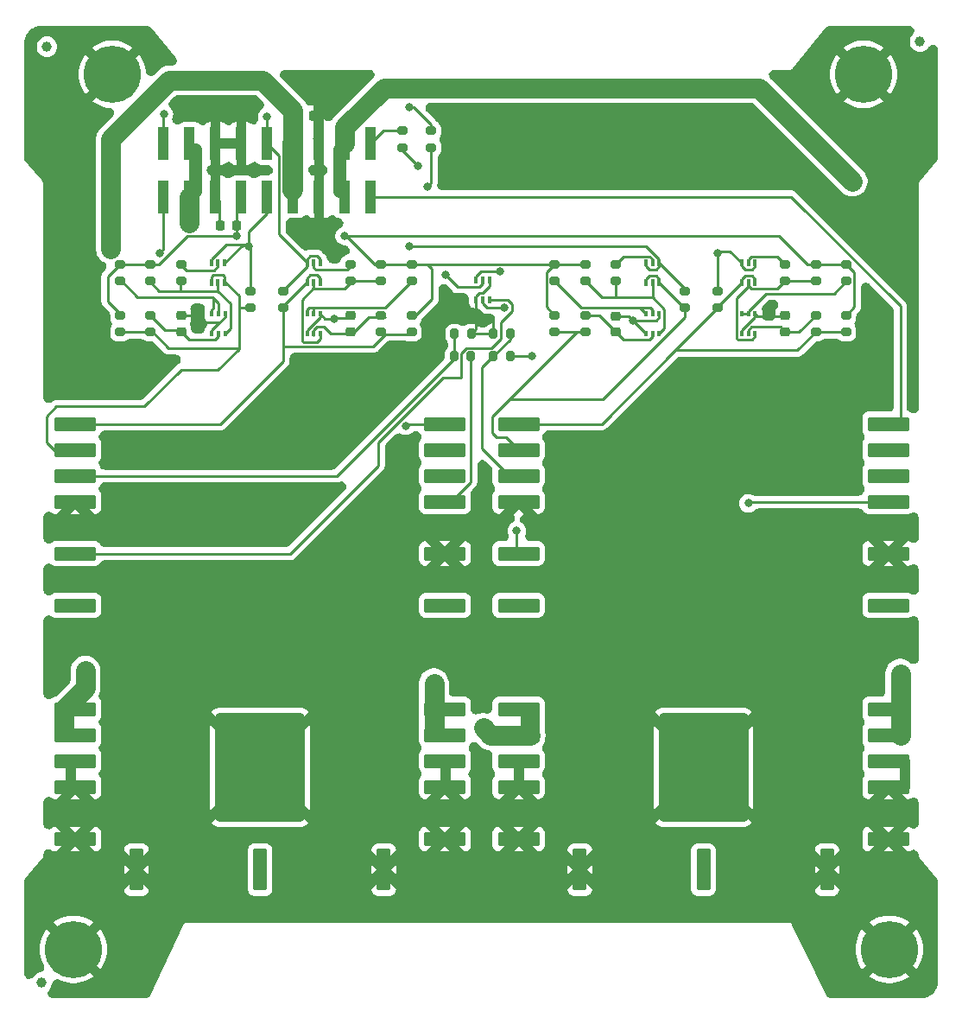
<source format=gtl>
%TF.GenerationSoftware,KiCad,Pcbnew,8.0.8*%
%TF.CreationDate,2025-03-18T17:19:46-07:00*%
%TF.ProjectId,MPPT_addon_board,4d505054-5f61-4646-946f-6e5f626f6172,1.4*%
%TF.SameCoordinates,Original*%
%TF.FileFunction,Copper,L1,Top*%
%TF.FilePolarity,Positive*%
%FSLAX46Y46*%
G04 Gerber Fmt 4.6, Leading zero omitted, Abs format (unit mm)*
G04 Created by KiCad (PCBNEW 8.0.8) date 2025-03-18 17:19:46*
%MOMM*%
%LPD*%
G01*
G04 APERTURE LIST*
G04 Aperture macros list*
%AMRoundRect*
0 Rectangle with rounded corners*
0 $1 Rounding radius*
0 $2 $3 $4 $5 $6 $7 $8 $9 X,Y pos of 4 corners*
0 Add a 4 corners polygon primitive as box body*
4,1,4,$2,$3,$4,$5,$6,$7,$8,$9,$2,$3,0*
0 Add four circle primitives for the rounded corners*
1,1,$1+$1,$2,$3*
1,1,$1+$1,$4,$5*
1,1,$1+$1,$6,$7*
1,1,$1+$1,$8,$9*
0 Add four rect primitives between the rounded corners*
20,1,$1+$1,$2,$3,$4,$5,0*
20,1,$1+$1,$4,$5,$6,$7,0*
20,1,$1+$1,$6,$7,$8,$9,0*
20,1,$1+$1,$8,$9,$2,$3,0*%
G04 Aperture macros list end*
%TA.AperFunction,ComponentPad*%
%ADD10C,5.600000*%
%TD*%
%TA.AperFunction,SMDPad,CuDef*%
%ADD11C,1.000000*%
%TD*%
%TA.AperFunction,SMDPad,CuDef*%
%ADD12RoundRect,0.200000X-0.200000X-0.275000X0.200000X-0.275000X0.200000X0.275000X-0.200000X0.275000X0*%
%TD*%
%TA.AperFunction,SMDPad,CuDef*%
%ADD13RoundRect,0.200000X0.275000X-0.200000X0.275000X0.200000X-0.275000X0.200000X-0.275000X-0.200000X0*%
%TD*%
%TA.AperFunction,SMDPad,CuDef*%
%ADD14RoundRect,0.200000X-0.275000X0.200000X-0.275000X-0.200000X0.275000X-0.200000X0.275000X0.200000X0*%
%TD*%
%TA.AperFunction,SMDPad,CuDef*%
%ADD15RoundRect,0.100000X-0.100000X0.225000X-0.100000X-0.225000X0.100000X-0.225000X0.100000X0.225000X0*%
%TD*%
%TA.AperFunction,SMDPad,CuDef*%
%ADD16RoundRect,0.200000X0.200000X0.275000X-0.200000X0.275000X-0.200000X-0.275000X0.200000X-0.275000X0*%
%TD*%
%TA.AperFunction,SMDPad,CuDef*%
%ADD17RoundRect,0.225000X0.250000X-0.225000X0.250000X0.225000X-0.250000X0.225000X-0.250000X-0.225000X0*%
%TD*%
%TA.AperFunction,SMDPad,CuDef*%
%ADD18RoundRect,0.140000X1.910000X0.560000X-1.910000X0.560000X-1.910000X-0.560000X1.910000X-0.560000X0*%
%TD*%
%TA.AperFunction,SMDPad,CuDef*%
%ADD19RoundRect,0.140000X-0.560000X1.910000X-0.560000X-1.910000X0.560000X-1.910000X0.560000X1.910000X0*%
%TD*%
%TA.AperFunction,HeatsinkPad*%
%ADD20RoundRect,0.440000X3.960000X4.885000X-3.960000X4.885000X-3.960000X-4.885000X3.960000X-4.885000X0*%
%TD*%
%TA.AperFunction,SMDPad,CuDef*%
%ADD21RoundRect,0.225000X0.225000X0.250000X-0.225000X0.250000X-0.225000X-0.250000X0.225000X-0.250000X0*%
%TD*%
%TA.AperFunction,SMDPad,CuDef*%
%ADD22RoundRect,0.100000X0.100000X-0.225000X0.100000X0.225000X-0.100000X0.225000X-0.100000X-0.225000X0*%
%TD*%
%TA.AperFunction,SMDPad,CuDef*%
%ADD23RoundRect,0.225000X-0.225000X-0.250000X0.225000X-0.250000X0.225000X0.250000X-0.225000X0.250000X0*%
%TD*%
%TA.AperFunction,SMDPad,CuDef*%
%ADD24R,0.400000X0.600000*%
%TD*%
%TA.AperFunction,SMDPad,CuDef*%
%ADD25R,1.140000X3.175000*%
%TD*%
%TA.AperFunction,ViaPad*%
%ADD26C,0.800000*%
%TD*%
%TA.AperFunction,Conductor*%
%ADD27C,0.250000*%
%TD*%
%TA.AperFunction,Conductor*%
%ADD28C,1.000000*%
%TD*%
%TA.AperFunction,Conductor*%
%ADD29C,1.905000*%
%TD*%
%TA.AperFunction,Conductor*%
%ADD30C,1.900000*%
%TD*%
%TA.AperFunction,Conductor*%
%ADD31C,2.000000*%
%TD*%
%TA.AperFunction,Conductor*%
%ADD32C,1.250000*%
%TD*%
G04 APERTURE END LIST*
D10*
X107236100Y-57564100D03*
X103426100Y-143294100D03*
X183426100Y-143294100D03*
X180896100Y-57564100D03*
D11*
X100330000Y-146558000D03*
D12*
X140800000Y-83000000D03*
X142450000Y-83000000D03*
D13*
X176200000Y-82825000D03*
X176200000Y-81175000D03*
D14*
X153600000Y-76175000D03*
X153600000Y-77825000D03*
X138500000Y-63100000D03*
X138500000Y-64750000D03*
D11*
X186436000Y-54356000D03*
D14*
X111000000Y-76175000D03*
X111000000Y-77825000D03*
D15*
X127650000Y-76050000D03*
X127000000Y-76050000D03*
X126350000Y-76050000D03*
X126350000Y-77950000D03*
X127000000Y-77950000D03*
X127650000Y-77950000D03*
D14*
X114000000Y-76175000D03*
X114000000Y-77825000D03*
D13*
X166600000Y-80425000D03*
X166600000Y-78775000D03*
D16*
X146250000Y-83000000D03*
X144600000Y-83000000D03*
D13*
X120800000Y-80425000D03*
X120800000Y-78775000D03*
D14*
X150600000Y-76175000D03*
X150600000Y-77825000D03*
D17*
X130600000Y-82775000D03*
X130600000Y-81225000D03*
D18*
X139850000Y-132500000D03*
X139850000Y-127380000D03*
X139850000Y-124840000D03*
X139850000Y-122300000D03*
X139850000Y-119760000D03*
X139850000Y-109600000D03*
X139850000Y-104520000D03*
X139850000Y-99440000D03*
X139850000Y-96900000D03*
X139850000Y-94360000D03*
X139850000Y-91820000D03*
X103600000Y-91820000D03*
X103600000Y-94360000D03*
X103600000Y-96900000D03*
X103600000Y-99440000D03*
X103600000Y-104520000D03*
X103600000Y-109600000D03*
X103600000Y-119760000D03*
X103600000Y-122300000D03*
X103600000Y-124840000D03*
X103600000Y-127380000D03*
X103600000Y-132500000D03*
D19*
X109600000Y-135500000D03*
X121725000Y-135500000D03*
X133850000Y-135500000D03*
D20*
X121725000Y-125475000D03*
D21*
X119400000Y-72400000D03*
X117850000Y-72400000D03*
D14*
X150600000Y-81175000D03*
X150600000Y-82825000D03*
D13*
X133600000Y-82825000D03*
X133600000Y-81175000D03*
D14*
X133600000Y-76175000D03*
X133600000Y-77825000D03*
X173200000Y-76175000D03*
X173200000Y-77825000D03*
X130600000Y-76175000D03*
X130600000Y-77825000D03*
D22*
X142900000Y-79650000D03*
X143550000Y-79650000D03*
X144200000Y-79650000D03*
X144200000Y-77750000D03*
X143550000Y-77750000D03*
X142900000Y-77750000D03*
D16*
X142400000Y-85200000D03*
X140750000Y-85200000D03*
D14*
X179200000Y-76175000D03*
X179200000Y-77825000D03*
D13*
X163400000Y-80425000D03*
X163400000Y-78775000D03*
X124000000Y-80425000D03*
X124000000Y-78775000D03*
D17*
X173200000Y-82775000D03*
X173200000Y-81225000D03*
D14*
X108000000Y-76175000D03*
X108000000Y-77825000D03*
X136600000Y-76175000D03*
X136600000Y-77825000D03*
D23*
X125425000Y-61600000D03*
X126975000Y-61600000D03*
D24*
X127650000Y-81050000D03*
X127000000Y-81050000D03*
X126350000Y-81050000D03*
X126350000Y-82950000D03*
X127000000Y-82950000D03*
X127650000Y-82950000D03*
D11*
X100838000Y-54864000D03*
D14*
X176200000Y-76175000D03*
X176200000Y-77825000D03*
X108000000Y-81175000D03*
X108000000Y-82825000D03*
D17*
X114000000Y-82775000D03*
X114000000Y-81225000D03*
D13*
X153600000Y-82825000D03*
X153600000Y-81175000D03*
D24*
X160850000Y-81050000D03*
X160200000Y-81050000D03*
X159550000Y-81050000D03*
X159550000Y-82950000D03*
X160200000Y-82950000D03*
X160850000Y-82950000D03*
D14*
X135700000Y-63100000D03*
X135700000Y-64750000D03*
D15*
X118250000Y-76050000D03*
X117600000Y-76050000D03*
X116950000Y-76050000D03*
X116950000Y-77950000D03*
X117600000Y-77950000D03*
X118250000Y-77950000D03*
D18*
X183325000Y-132500000D03*
X183325000Y-127380000D03*
X183325000Y-124840000D03*
X183325000Y-122300000D03*
X183325000Y-119760000D03*
X183325000Y-109600000D03*
X183325000Y-104520000D03*
X183325000Y-99440000D03*
X183325000Y-96900000D03*
X183325000Y-94360000D03*
X183325000Y-91820000D03*
X147075000Y-91820000D03*
X147075000Y-94360000D03*
X147075000Y-96900000D03*
X147075000Y-99440000D03*
X147075000Y-104520000D03*
X147075000Y-109600000D03*
X147075000Y-119760000D03*
X147075000Y-122300000D03*
X147075000Y-124840000D03*
X147075000Y-127380000D03*
X147075000Y-132500000D03*
D19*
X153075000Y-135500000D03*
X165200000Y-135500000D03*
X177325000Y-135500000D03*
D20*
X165200000Y-125475000D03*
D24*
X118300000Y-81050000D03*
X117650000Y-81050000D03*
X117000000Y-81050000D03*
X117000000Y-82950000D03*
X117650000Y-82950000D03*
X118300000Y-82950000D03*
D15*
X160850000Y-76050000D03*
X160200000Y-76050000D03*
X159550000Y-76050000D03*
X159550000Y-77950000D03*
X160200000Y-77950000D03*
X160850000Y-77950000D03*
D14*
X156600000Y-76175000D03*
X156600000Y-77825000D03*
D24*
X170250000Y-81050000D03*
X169600000Y-81050000D03*
X168950000Y-81050000D03*
X168950000Y-82950000D03*
X169600000Y-82950000D03*
X170250000Y-82950000D03*
D25*
X112270000Y-69552500D03*
X112270000Y-64347500D03*
X114810000Y-69552500D03*
X114810000Y-64347500D03*
X117350000Y-69552500D03*
X117350000Y-64347500D03*
X119890000Y-69552500D03*
X119890000Y-64347500D03*
X122430000Y-69552500D03*
X122430000Y-64347500D03*
X124970000Y-69552500D03*
X124970000Y-64347500D03*
X127510000Y-69552500D03*
X127510000Y-64347500D03*
X130050000Y-69552500D03*
X130050000Y-64347500D03*
X132590000Y-69552500D03*
X132590000Y-64347500D03*
D15*
X170250000Y-76050000D03*
X169600000Y-76050000D03*
X168950000Y-76050000D03*
X168950000Y-77950000D03*
X169600000Y-77950000D03*
X170250000Y-77950000D03*
D16*
X146225000Y-85200000D03*
X144575000Y-85200000D03*
D13*
X111000000Y-82825000D03*
X111000000Y-81175000D03*
D14*
X136600000Y-81175000D03*
X136600000Y-82825000D03*
D17*
X156600000Y-82800000D03*
X156600000Y-81250000D03*
D14*
X179200000Y-81175000D03*
X179200000Y-82825000D03*
D26*
X159800000Y-127400000D03*
X159800000Y-118600000D03*
X159800000Y-125200000D03*
X115400000Y-123000000D03*
X128300000Y-98500000D03*
X127508000Y-57658000D03*
X113300000Y-85500000D03*
X128524000Y-57658000D03*
X158275000Y-81675000D03*
X127200000Y-129700000D03*
X168000000Y-118600000D03*
X127200000Y-118600000D03*
X163800000Y-132300000D03*
X121400000Y-118600000D03*
X171600000Y-118600000D03*
X128016000Y-72136000D03*
X119400000Y-132300000D03*
X159800000Y-123000000D03*
X159800000Y-132300000D03*
X115400000Y-129700000D03*
X118872000Y-60198000D03*
X126492000Y-57658000D03*
X159800000Y-120600000D03*
X115400000Y-127400000D03*
X129540000Y-59690000D03*
X126492000Y-59690000D03*
X123600000Y-118600000D03*
X126492000Y-58674000D03*
X171600000Y-125200000D03*
X171600000Y-129700000D03*
X128200000Y-95200000D03*
X127200000Y-127400000D03*
X115824000Y-60198000D03*
X119400000Y-118600000D03*
X117300000Y-118600000D03*
X171600000Y-81200000D03*
X125500000Y-132300000D03*
X127000000Y-72136000D03*
X115400000Y-118600000D03*
X116840000Y-60198000D03*
X161700000Y-132300000D03*
X171600000Y-127400000D03*
X169900000Y-132300000D03*
X117856000Y-60198000D03*
X128524000Y-59690000D03*
X114808000Y-60198000D03*
X159800000Y-129700000D03*
X115800000Y-81900000D03*
X121300000Y-90400000D03*
X115400000Y-120600000D03*
X165800000Y-132300000D03*
X161700000Y-118600000D03*
X115400000Y-125200000D03*
X125984000Y-72136000D03*
X127200000Y-125200000D03*
X127508000Y-59690000D03*
X165800000Y-118600000D03*
X123600000Y-132300000D03*
X115400000Y-132300000D03*
X129540000Y-58674000D03*
X127508000Y-58674000D03*
X171600000Y-120600000D03*
X129032000Y-72136000D03*
X169900000Y-118600000D03*
X113792000Y-60198000D03*
X127200000Y-132300000D03*
X129000000Y-81500000D03*
X163800000Y-118600000D03*
X125500000Y-118600000D03*
X127200000Y-120600000D03*
X129540000Y-57658000D03*
X127200000Y-123000000D03*
X168000000Y-132300000D03*
X101500000Y-102000000D03*
X171600000Y-132300000D03*
X121400000Y-132300000D03*
X128524000Y-58674000D03*
X117300000Y-132300000D03*
X171600000Y-123000000D03*
X129000000Y-85600000D03*
X120650000Y-74400000D03*
X136400000Y-74400000D03*
X122430000Y-61700000D03*
X166600000Y-75100000D03*
X130000000Y-73400000D03*
X119400000Y-73400000D03*
X136000000Y-92000000D03*
X111850000Y-75050000D03*
X112300000Y-61500000D03*
X136400000Y-60800000D03*
X143600000Y-121600000D03*
X107100000Y-74676000D03*
X104600000Y-116000000D03*
X184400000Y-116200000D03*
X179832000Y-68072000D03*
X148400000Y-85200000D03*
X169600000Y-99600000D03*
X114800000Y-72100000D03*
X138800000Y-117200000D03*
X146900000Y-102300000D03*
X145275500Y-76899500D03*
X137200000Y-66500000D03*
X145700000Y-80400000D03*
X138100000Y-68600000D03*
X139900000Y-77200000D03*
D27*
X117000000Y-82600000D02*
X117000000Y-82950000D01*
X130600000Y-81425000D02*
X129075000Y-81425000D01*
X142900000Y-79315380D02*
X142900000Y-79650000D01*
X126350000Y-82950000D02*
X126350000Y-82640380D01*
X170450000Y-81250000D02*
X170250000Y-81050000D01*
X144200000Y-77750000D02*
X144200000Y-78350000D01*
X144600000Y-83000000D02*
X144600000Y-81500000D01*
X173200000Y-81250000D02*
X171650000Y-81250000D01*
X127315380Y-81675000D02*
X127334620Y-81675000D01*
X114000000Y-81225000D02*
X115125000Y-81225000D01*
D28*
X147075000Y-127380000D02*
X147075000Y-124840000D01*
D27*
X160850000Y-81359620D02*
X160534620Y-81675000D01*
D28*
X139900000Y-125315000D02*
X139425000Y-124840000D01*
D27*
X171600000Y-81200000D02*
X171550000Y-81250000D01*
D28*
X184925000Y-124840000D02*
X184925000Y-127380000D01*
D27*
X142900000Y-82550000D02*
X142450000Y-83000000D01*
X170450000Y-81250000D02*
X171550000Y-81250000D01*
X127334620Y-81675000D02*
X127650000Y-81359620D01*
X115800000Y-81900000D02*
X117759620Y-81900000D01*
X143550000Y-79000000D02*
X143215380Y-79000000D01*
X117700000Y-69902500D02*
X117350000Y-69552500D01*
X142900000Y-79650000D02*
X142900000Y-82550000D01*
X144200000Y-78350000D02*
X143550000Y-79000000D01*
X117759620Y-81900000D02*
X117700000Y-81900000D01*
D28*
X139900000Y-126905000D02*
X139900000Y-125315000D01*
D27*
X126350000Y-82640380D02*
X127315380Y-81675000D01*
X118300000Y-81050000D02*
X118300000Y-81359620D01*
X171650000Y-81250000D02*
X171600000Y-81200000D01*
X117700000Y-81900000D02*
X117000000Y-82600000D01*
X169790380Y-81800000D02*
X168950000Y-82640380D01*
X127650000Y-81359620D02*
X127650000Y-81050000D01*
X127650000Y-81050000D02*
X128100000Y-81500000D01*
X129075000Y-81425000D02*
X129000000Y-81500000D01*
X117850000Y-72400000D02*
X117700000Y-72250000D01*
X157850000Y-81250000D02*
X159550000Y-82950000D01*
X143215380Y-79000000D02*
X142900000Y-79315380D01*
X144600000Y-83000000D02*
X142450000Y-83000000D01*
X156600000Y-81250000D02*
X157850000Y-81250000D01*
X169809620Y-81800000D02*
X169790380Y-81800000D01*
X118300000Y-81359620D02*
X117759620Y-81900000D01*
D28*
X139425000Y-127380000D02*
X139900000Y-126905000D01*
D27*
X158275000Y-81675000D02*
X158000000Y-81400000D01*
X115125000Y-81225000D02*
X115800000Y-81900000D01*
X158000000Y-81400000D02*
X157850000Y-81250000D01*
D28*
X127510000Y-60704000D02*
X127510000Y-64347500D01*
D27*
X160850000Y-81050000D02*
X160850000Y-81359620D01*
D28*
X103175000Y-124840000D02*
X103175000Y-127380000D01*
D27*
X160534620Y-81675000D02*
X158275000Y-81675000D01*
X126975000Y-63812500D02*
X127510000Y-64347500D01*
X170250000Y-81359620D02*
X169809620Y-81800000D01*
X168950000Y-82950000D02*
X168950000Y-82640380D01*
X117700000Y-72250000D02*
X117700000Y-69902500D01*
X170250000Y-81050000D02*
X170250000Y-81359620D01*
X128100000Y-81500000D02*
X129000000Y-81500000D01*
D28*
X128524000Y-59690000D02*
X127510000Y-60704000D01*
D27*
X117650000Y-83259620D02*
X117309620Y-83600000D01*
X117650000Y-82950000D02*
X117650000Y-83259620D01*
X117309620Y-83600000D02*
X114800000Y-83600000D01*
X112425000Y-82600000D02*
X111000000Y-81175000D01*
X114800000Y-83600000D02*
X114275000Y-83075000D01*
X114275000Y-82600000D02*
X112425000Y-82600000D01*
X130775000Y-83000000D02*
X128659620Y-83000000D01*
X127315380Y-82325000D02*
X127000000Y-82640380D01*
X127000000Y-82640380D02*
X127000000Y-83150000D01*
X128659620Y-83000000D02*
X127984620Y-82325000D01*
X127984620Y-82325000D02*
X127315380Y-82325000D01*
X134000000Y-81375000D02*
X132400000Y-81375000D01*
X132400000Y-81375000D02*
X130775000Y-83000000D01*
X156600000Y-82800000D02*
X157375000Y-83575000D01*
X160200000Y-83259620D02*
X160200000Y-82950000D01*
X154975000Y-81175000D02*
X156600000Y-82800000D01*
X153600000Y-81175000D02*
X154975000Y-81175000D01*
X157375000Y-83575000D02*
X159884620Y-83575000D01*
X159884620Y-83575000D02*
X160200000Y-83259620D01*
X174575000Y-82800000D02*
X176200000Y-81175000D01*
X169600000Y-82640380D02*
X169915380Y-82325000D01*
X169600000Y-82950000D02*
X169600000Y-82640380D01*
X172725000Y-82325000D02*
X173200000Y-82800000D01*
X173200000Y-82800000D02*
X174575000Y-82800000D01*
X169915380Y-82325000D02*
X172725000Y-82325000D01*
X117125000Y-79475000D02*
X117650000Y-80000000D01*
X117125000Y-80475000D02*
X117000000Y-80600000D01*
X117650000Y-80000000D02*
X117650000Y-81050000D01*
X109725000Y-79400000D02*
X117050000Y-79400000D01*
X117000000Y-80600000D02*
X117000000Y-81050000D01*
X117125000Y-79475000D02*
X117125000Y-80475000D01*
X117050000Y-79400000D02*
X117125000Y-79475000D01*
X108150000Y-77825000D02*
X109725000Y-79400000D01*
X113950000Y-77825000D02*
X113950000Y-78750000D01*
X114000000Y-78800000D02*
X117600000Y-78800000D01*
X111825000Y-78800000D02*
X114000000Y-78800000D01*
X111200000Y-78175000D02*
X111825000Y-78800000D01*
X118825000Y-82425000D02*
X118300000Y-82950000D01*
X118825000Y-80025000D02*
X118825000Y-82425000D01*
X117600000Y-78800000D02*
X117600000Y-77950000D01*
X113950000Y-78750000D02*
X114000000Y-78800000D01*
X117600000Y-78800000D02*
X118825000Y-80025000D01*
X120800000Y-78800000D02*
X120800000Y-74550000D01*
X160850000Y-76384620D02*
X160850000Y-76050000D01*
X120800000Y-74550000D02*
X120650000Y-74400000D01*
X120650000Y-73000000D02*
X122430000Y-71220000D01*
X163400000Y-78600000D02*
X163400000Y-78775000D01*
X159550000Y-76384620D02*
X159865380Y-76700000D01*
X120200000Y-74225000D02*
X118440380Y-74225000D01*
X120075000Y-74225000D02*
X120200000Y-74225000D01*
X159865380Y-76700000D02*
X160534620Y-76700000D01*
X118440380Y-74225000D02*
X116950000Y-75715380D01*
X160534620Y-76700000D02*
X160850000Y-76384620D01*
X160850000Y-75688604D02*
X159561396Y-74400000D01*
X159561396Y-74400000D02*
X136400000Y-74400000D01*
X120650000Y-74400000D02*
X120650000Y-73000000D01*
X116950000Y-75715380D02*
X116950000Y-76050000D01*
X118250000Y-76050000D02*
X120075000Y-74225000D01*
X160850000Y-76050000D02*
X160850000Y-75688604D01*
X120475000Y-74225000D02*
X120200000Y-74225000D01*
X120650000Y-74400000D02*
X120475000Y-74225000D01*
X159550000Y-76050000D02*
X159550000Y-76384620D01*
X122430000Y-71220000D02*
X122430000Y-69552500D01*
X160850000Y-76050000D02*
X163400000Y-78600000D01*
X117150000Y-77200000D02*
X118050000Y-77200000D01*
X119650000Y-84400000D02*
X119650000Y-84450000D01*
X108150000Y-82825000D02*
X111200000Y-82825000D01*
X119700000Y-80450000D02*
X119650000Y-80400000D01*
X116950000Y-77400000D02*
X117150000Y-77200000D01*
X119650000Y-80400000D02*
X119650000Y-84400000D01*
X118050000Y-77200000D02*
X118250000Y-77400000D01*
X116950000Y-77734620D02*
X116950000Y-77400000D01*
X112775000Y-84400000D02*
X119650000Y-84400000D01*
X101767390Y-90100000D02*
X100800000Y-91067390D01*
X118250000Y-77950000D02*
X118325000Y-77950000D01*
X120800000Y-80450000D02*
X119700000Y-80450000D01*
X103600000Y-94360000D02*
X101550000Y-94360000D01*
X100800000Y-93610000D02*
X100800000Y-91067390D01*
X101550000Y-94360000D02*
X100800000Y-93610000D01*
X114000000Y-86500000D02*
X110400000Y-90100000D01*
X119650000Y-79275000D02*
X119650000Y-80400000D01*
X110950000Y-82575000D02*
X112775000Y-84400000D01*
X118250000Y-77400000D02*
X118250000Y-77734620D01*
X118325000Y-77950000D02*
X119650000Y-79275000D01*
X119650000Y-84450000D02*
X117600000Y-86500000D01*
X110400000Y-90100000D02*
X101767390Y-90100000D01*
X117600000Y-86500000D02*
X114000000Y-86500000D01*
X126350000Y-81050000D02*
X126300000Y-81000000D01*
X126300000Y-81000000D02*
X126300000Y-80650000D01*
X126300000Y-80650000D02*
X126550000Y-80400000D01*
X127000000Y-80400000D02*
X127000000Y-81050000D01*
X136600000Y-77825000D02*
X134025000Y-80400000D01*
X126550000Y-80400000D02*
X127000000Y-80400000D01*
X134025000Y-80400000D02*
X127000000Y-80400000D01*
X130025000Y-78600000D02*
X130800000Y-77825000D01*
X127000000Y-77900000D02*
X127000000Y-78234620D01*
X133600000Y-77825000D02*
X130600000Y-77825000D01*
X125825000Y-83625000D02*
X125825000Y-79675000D01*
X127334620Y-83775000D02*
X125975000Y-83775000D01*
X127650000Y-83459620D02*
X127334620Y-83775000D01*
X127100000Y-78600000D02*
X130025000Y-78600000D01*
X127000000Y-78500000D02*
X127100000Y-78600000D01*
X127000000Y-78500000D02*
X127000000Y-78234620D01*
X125975000Y-83775000D02*
X125825000Y-83625000D01*
X127650000Y-83150000D02*
X127650000Y-83459620D01*
X125825000Y-79675000D02*
X127000000Y-78500000D01*
X170250000Y-76384620D02*
X169934620Y-76700000D01*
X167800000Y-74900000D02*
X168950000Y-76050000D01*
X126350000Y-76000000D02*
X123600000Y-73250000D01*
X123600000Y-73250000D02*
X123600000Y-65517500D01*
X123600000Y-65517500D02*
X122430000Y-64347500D01*
X169934620Y-76700000D02*
X169265380Y-76700000D01*
X170250000Y-76050000D02*
X170250000Y-76384620D01*
X126350000Y-75665380D02*
X126350000Y-76000000D01*
X127650000Y-75665380D02*
X127334620Y-75350000D01*
X127334620Y-75350000D02*
X126665380Y-75350000D01*
X169265380Y-76700000D02*
X168950000Y-76384620D01*
X168950000Y-76384620D02*
X168950000Y-76050000D01*
X166600000Y-74900000D02*
X167800000Y-74900000D01*
X127650000Y-76000000D02*
X127650000Y-75665380D01*
X126350000Y-76400000D02*
X124000000Y-78750000D01*
X126350000Y-76000000D02*
X126350000Y-76400000D01*
X122430000Y-61700000D02*
X122430000Y-64347500D01*
X166600000Y-78775000D02*
X166600000Y-74900000D01*
X126665380Y-75350000D02*
X126350000Y-75665380D01*
X127000000Y-76500000D02*
X127000000Y-76000000D01*
X130275000Y-76700000D02*
X127200000Y-76700000D01*
X130800000Y-76175000D02*
X130275000Y-76700000D01*
X127200000Y-76700000D02*
X127000000Y-76500000D01*
X127334620Y-77250000D02*
X126665380Y-77250000D01*
X134000000Y-83025000D02*
X136600000Y-83025000D01*
X126350000Y-77900000D02*
X124000000Y-80250000D01*
X117830000Y-91820000D02*
X103600000Y-91820000D01*
X124000000Y-84225000D02*
X132800000Y-84225000D01*
X124000000Y-80400000D02*
X124000000Y-85650000D01*
X127650000Y-77900000D02*
X127650000Y-77565380D01*
X124000000Y-85650000D02*
X117830000Y-91820000D01*
X127650000Y-77565380D02*
X127334620Y-77250000D01*
X132800000Y-84225000D02*
X134000000Y-83025000D01*
X126665380Y-77250000D02*
X126350000Y-77565380D01*
X124000000Y-80250000D02*
X124000000Y-80400000D01*
X126350000Y-77565380D02*
X126350000Y-77900000D01*
X124000000Y-85650000D02*
X124000000Y-84225000D01*
X159950000Y-80450000D02*
X158950000Y-80450000D01*
X150600000Y-77825000D02*
X153225000Y-80450000D01*
X160200000Y-80700000D02*
X159950000Y-80450000D01*
X153225000Y-80450000D02*
X158950000Y-80450000D01*
X160200000Y-81050000D02*
X160200000Y-80700000D01*
X158950000Y-80450000D02*
X159550000Y-81050000D01*
X160200000Y-79440380D02*
X161375000Y-80615380D01*
X156600000Y-79440380D02*
X160200000Y-79440380D01*
X160200000Y-77950000D02*
X160200000Y-79440380D01*
X153600000Y-77825000D02*
X155215380Y-79440380D01*
X155215380Y-79440380D02*
X156600000Y-79440380D01*
X161375000Y-82425000D02*
X160850000Y-82950000D01*
X161375000Y-80615380D02*
X161375000Y-82425000D01*
X156600000Y-77825000D02*
X156600000Y-79440380D01*
X156600000Y-76175000D02*
X157375000Y-75400000D01*
X159925000Y-75400000D02*
X160200000Y-75675000D01*
X160200000Y-75675000D02*
X160200000Y-76050000D01*
X157375000Y-75400000D02*
X159925000Y-75400000D01*
X160850000Y-77615380D02*
X160850000Y-77950000D01*
X160534620Y-77300000D02*
X160850000Y-77615380D01*
X145827390Y-93100000D02*
X144900000Y-93100000D01*
X155359620Y-89400000D02*
X146200000Y-89400000D01*
X159550000Y-77950000D02*
X159550000Y-77615380D01*
X150600000Y-82825000D02*
X153600000Y-82825000D01*
X159865380Y-77300000D02*
X160534620Y-77300000D01*
X163325000Y-80425000D02*
X163400000Y-80425000D01*
X160850000Y-77950000D02*
X163325000Y-80425000D01*
X144500000Y-91100000D02*
X152775000Y-82825000D01*
X152775000Y-82825000D02*
X153600000Y-82825000D01*
X159550000Y-77615380D02*
X159865380Y-77300000D01*
X144500000Y-92700000D02*
X144500000Y-91100000D01*
X163400000Y-80425000D02*
X163400000Y-81359620D01*
X163400000Y-81359620D02*
X155359620Y-89400000D01*
X147087390Y-94360000D02*
X145827390Y-93100000D01*
X144900000Y-93100000D02*
X144500000Y-92700000D01*
X177975000Y-79050000D02*
X171290380Y-79050000D01*
X179200000Y-77825000D02*
X177975000Y-79050000D01*
X169600000Y-80740380D02*
X169600000Y-81050000D01*
X168950000Y-81050000D02*
X169600000Y-81050000D01*
X171290380Y-79050000D02*
X169600000Y-80740380D01*
X170250000Y-82950000D02*
X170250000Y-83259620D01*
X168425000Y-83425000D02*
X168425000Y-79459620D01*
X173200000Y-77825000D02*
X176200000Y-77825000D01*
X168425000Y-79459620D02*
X169600000Y-78284620D01*
X169934620Y-83575000D02*
X168575000Y-83575000D01*
X170250000Y-83259620D02*
X169934620Y-83575000D01*
X169915380Y-78600000D02*
X172425000Y-78600000D01*
X172425000Y-78600000D02*
X173200000Y-77825000D01*
X169600000Y-78284620D02*
X169915380Y-78600000D01*
X169600000Y-77950000D02*
X169600000Y-78284620D01*
X168575000Y-83575000D02*
X168425000Y-83425000D01*
X169600000Y-75715380D02*
X169600000Y-76050000D01*
X172425000Y-75400000D02*
X169915380Y-75400000D01*
X169915380Y-75400000D02*
X169600000Y-75715380D01*
X173200000Y-76175000D02*
X172425000Y-75400000D01*
X162412500Y-84612500D02*
X166600000Y-80425000D01*
X155205000Y-91820000D02*
X147675000Y-91820000D01*
X179200000Y-82825000D02*
X176200000Y-82825000D01*
X162412500Y-84612500D02*
X155205000Y-91820000D01*
X169934620Y-77300000D02*
X170250000Y-77615380D01*
X176200000Y-82825000D02*
X174412500Y-84612500D01*
X168950000Y-77950000D02*
X166600000Y-80300000D01*
X174412500Y-84612500D02*
X162412500Y-84612500D01*
X169265380Y-77300000D02*
X169934620Y-77300000D01*
X168950000Y-77950000D02*
X168950000Y-77615380D01*
X168950000Y-77615380D02*
X169265380Y-77300000D01*
X170250000Y-77615380D02*
X170250000Y-77950000D01*
X166600000Y-80300000D02*
X166600000Y-80425000D01*
X150600000Y-81175000D02*
X149800000Y-80375000D01*
X138600000Y-76600000D02*
X138175000Y-76175000D01*
X119400000Y-70042500D02*
X119890000Y-69552500D01*
X136600000Y-81375000D02*
X136825000Y-81375000D01*
X111800000Y-76175000D02*
X111000000Y-76175000D01*
X179200000Y-81175000D02*
X180000000Y-80375000D01*
X108000000Y-76175000D02*
X106800000Y-77375000D01*
X180000000Y-76975000D02*
X179200000Y-76175000D01*
X114575000Y-73400000D02*
X111800000Y-76175000D01*
X136825000Y-81375000D02*
X138600000Y-79600000D01*
X106800000Y-77375000D02*
X106800000Y-79825000D01*
X149800000Y-76975000D02*
X150600000Y-76175000D01*
X172625000Y-73425000D02*
X175375000Y-76175000D01*
X119400000Y-72400000D02*
X119400000Y-70042500D01*
X153600000Y-76175000D02*
X150600000Y-76175000D01*
X180000000Y-80375000D02*
X180000000Y-76975000D01*
X106800000Y-79825000D02*
X108150000Y-81175000D01*
X130000000Y-73400000D02*
X172625000Y-73400000D01*
X149800000Y-80375000D02*
X149800000Y-76975000D01*
X176200000Y-76175000D02*
X179200000Y-76175000D01*
X111000000Y-76175000D02*
X108000000Y-76175000D01*
X119400000Y-73400000D02*
X119400000Y-72400000D01*
X150600000Y-76175000D02*
X136600000Y-76175000D01*
X138175000Y-76175000D02*
X132975000Y-76175000D01*
X138600000Y-79600000D02*
X138600000Y-76600000D01*
X132975000Y-76175000D02*
X130000000Y-73200000D01*
X175375000Y-76175000D02*
X176200000Y-76175000D01*
X119400000Y-73400000D02*
X114575000Y-73400000D01*
X142400000Y-97500000D02*
X140430000Y-99470000D01*
X142400000Y-85200000D02*
X142400000Y-97500000D01*
X112270000Y-74630000D02*
X112270000Y-69552500D01*
X136000000Y-92000000D02*
X136180000Y-91820000D01*
X111850000Y-75050000D02*
X112270000Y-74630000D01*
X136180000Y-91820000D02*
X139425000Y-91820000D01*
X140750000Y-85200000D02*
X140750000Y-85400000D01*
X140800000Y-85150000D02*
X140750000Y-85200000D01*
X129220000Y-96930000D02*
X102525000Y-96930000D01*
X140750000Y-85400000D02*
X129220000Y-96930000D01*
X140800000Y-83000000D02*
X140800000Y-85150000D01*
X138500000Y-62500000D02*
X138500000Y-62800000D01*
X138500000Y-62800000D02*
X138200000Y-63100000D01*
X112270000Y-61530000D02*
X112270000Y-64347500D01*
X136400000Y-60800000D02*
X136800000Y-60800000D01*
X112300000Y-61500000D02*
X112270000Y-61530000D01*
X136800000Y-60800000D02*
X138500000Y-62500000D01*
D29*
X107100000Y-63900000D02*
X112834000Y-58166000D01*
X124970000Y-61145000D02*
X124970000Y-62055000D01*
X144330000Y-122330000D02*
X148245000Y-122330000D01*
X102525000Y-119790000D02*
X102525000Y-122000000D01*
X107100000Y-74676000D02*
X107100000Y-63900000D01*
D30*
X148245000Y-122000000D02*
X148245000Y-120300000D01*
D29*
X112834000Y-58166000D02*
X121991000Y-58166000D01*
D27*
X124970000Y-62055000D02*
X125425000Y-61600000D01*
D29*
X121991000Y-58166000D02*
X124970000Y-61145000D01*
X104600000Y-116000000D02*
X104600000Y-117715000D01*
D31*
X124970000Y-64347500D02*
X124970000Y-68916104D01*
D27*
X124970000Y-68916104D02*
X124651802Y-69234302D01*
D29*
X104600000Y-117715000D02*
X102525000Y-119790000D01*
X124970000Y-64347500D02*
X124970000Y-62055000D01*
X143600000Y-121600000D02*
X144330000Y-122330000D01*
X184495000Y-119790000D02*
X184495000Y-122330000D01*
D32*
X129480000Y-68982500D02*
X129480000Y-64917500D01*
D27*
X184495000Y-116295000D02*
X184400000Y-116200000D01*
D29*
X179832000Y-68072000D02*
X170660000Y-58900000D01*
X130050000Y-62760000D02*
X130050000Y-64347500D01*
X133910000Y-58900000D02*
X130050000Y-62760000D01*
D27*
X130050000Y-69552500D02*
X129480000Y-68982500D01*
D29*
X184495000Y-119790000D02*
X184495000Y-116295000D01*
D27*
X129480000Y-64917500D02*
X130050000Y-64347500D01*
D29*
X170660000Y-58900000D02*
X133910000Y-58900000D01*
D27*
X146225000Y-85200000D02*
X148400000Y-85200000D01*
X169730000Y-99470000D02*
X184495000Y-99470000D01*
X169600000Y-99600000D02*
X169730000Y-99470000D01*
X184495000Y-91850000D02*
X184495000Y-80252538D01*
X173794962Y-69552500D02*
X132590000Y-69552500D01*
X184495000Y-80252538D02*
X173794962Y-69552500D01*
X146250000Y-83525000D02*
X144575000Y-85200000D01*
X146250000Y-83000000D02*
X146250000Y-83525000D01*
X146195000Y-96930000D02*
X143500000Y-94235000D01*
X143500000Y-86275000D02*
X144575000Y-85200000D01*
X143500000Y-94235000D02*
X143500000Y-86275000D01*
X135700000Y-63100000D02*
X133837500Y-63100000D01*
X133837500Y-63100000D02*
X132590000Y-64347500D01*
X117600000Y-76050000D02*
X117600000Y-76400000D01*
X117250000Y-76750000D02*
X114525000Y-76750000D01*
X117600000Y-76400000D02*
X117250000Y-76750000D01*
X114525000Y-76750000D02*
X113950000Y-76175000D01*
X114810000Y-64347500D02*
X115380000Y-64917500D01*
D29*
X114810000Y-69552500D02*
X114810000Y-72090000D01*
X138775000Y-119790000D02*
X138775000Y-122000000D01*
X114810000Y-72090000D02*
X114800000Y-72100000D01*
D32*
X115380000Y-64917500D02*
X115380000Y-68982500D01*
D29*
X138775000Y-117225000D02*
X138775000Y-119790000D01*
D27*
X138800000Y-117200000D02*
X138775000Y-117225000D01*
X115380000Y-68982500D02*
X114810000Y-69552500D01*
X141475000Y-87325000D02*
X139649695Y-87325000D01*
X144417462Y-84400000D02*
X141982538Y-84400000D01*
X145975305Y-79650000D02*
X146425000Y-80099695D01*
X146425000Y-80099695D02*
X146425000Y-80775000D01*
X133331802Y-93642893D02*
X133331802Y-95893503D01*
X139649695Y-87325000D02*
X133331802Y-93642893D01*
X146425000Y-80775000D02*
X145325000Y-81875000D01*
X145325000Y-81875000D02*
X145325000Y-83492462D01*
X133331802Y-95893503D02*
X124705305Y-104520000D01*
X141475000Y-84907538D02*
X141475000Y-87325000D01*
X141982538Y-84400000D02*
X141475000Y-84907538D01*
X144200000Y-79650000D02*
X145975305Y-79650000D01*
X124705305Y-104520000D02*
X103600000Y-104520000D01*
X145325000Y-83492462D02*
X144417462Y-84400000D01*
X142900000Y-77750000D02*
X142900000Y-77415380D01*
X146900000Y-104100000D02*
X147075000Y-104100000D01*
X143415880Y-76899500D02*
X145275500Y-76899500D01*
X142900000Y-77415380D02*
X143415880Y-76899500D01*
X146900000Y-102300000D02*
X146900000Y-104100000D01*
X143965380Y-80400000D02*
X145700000Y-80400000D01*
X143550000Y-79984620D02*
X143965380Y-80400000D01*
X143550000Y-79650000D02*
X143550000Y-79984620D01*
X135700000Y-65000000D02*
X137200000Y-66500000D01*
X135700000Y-64750000D02*
X135700000Y-65000000D01*
X141100000Y-78400000D02*
X139900000Y-77200000D01*
X143234620Y-78400000D02*
X141100000Y-78400000D01*
X143550000Y-78084620D02*
X143234620Y-78400000D01*
X143550000Y-77750000D02*
X143550000Y-78084620D01*
X138500000Y-65050000D02*
X138500000Y-68200000D01*
X138500000Y-68200000D02*
X138100000Y-68600000D01*
%TA.AperFunction,Conductor*%
G36*
X181331792Y-78018414D02*
G01*
X181451276Y-78095201D01*
X181477346Y-78119474D01*
X183723346Y-80365474D01*
X183808462Y-80479175D01*
X183858096Y-80612250D01*
X183869500Y-80718320D01*
X183869500Y-90120500D01*
X183849287Y-90261085D01*
X183790286Y-90390280D01*
X183697276Y-90497619D01*
X183577792Y-90574406D01*
X183441515Y-90614421D01*
X183370500Y-90619500D01*
X181350288Y-90619500D01*
X181314012Y-90622356D01*
X181314003Y-90622357D01*
X181158607Y-90667505D01*
X181158599Y-90667509D01*
X181019313Y-90749882D01*
X181019309Y-90749885D01*
X180904885Y-90864309D01*
X180904882Y-90864313D01*
X180822509Y-91003599D01*
X180822505Y-91003607D01*
X180777357Y-91159003D01*
X180777356Y-91159012D01*
X180774500Y-91195288D01*
X180774500Y-92444711D01*
X180777356Y-92480987D01*
X180777357Y-92480996D01*
X180822505Y-92636392D01*
X180822506Y-92636395D01*
X180822509Y-92636400D01*
X180904884Y-92775689D01*
X180911459Y-92784166D01*
X180981651Y-92907639D01*
X181014213Y-93045886D01*
X181006508Y-93187707D01*
X180959159Y-93321613D01*
X180911459Y-93395834D01*
X180904884Y-93404310D01*
X180822509Y-93543599D01*
X180822505Y-93543607D01*
X180777357Y-93699003D01*
X180777356Y-93699012D01*
X180774500Y-93735288D01*
X180774500Y-94984711D01*
X180777356Y-95020987D01*
X180777357Y-95020996D01*
X180822505Y-95176392D01*
X180822506Y-95176395D01*
X180822509Y-95176400D01*
X180904884Y-95315689D01*
X180911459Y-95324166D01*
X180981651Y-95447639D01*
X181014213Y-95585886D01*
X181006508Y-95727707D01*
X180959159Y-95861613D01*
X180911459Y-95935834D01*
X180904884Y-95944310D01*
X180822509Y-96083599D01*
X180822505Y-96083607D01*
X180777357Y-96239003D01*
X180777356Y-96239012D01*
X180774500Y-96275288D01*
X180774500Y-97524711D01*
X180777356Y-97560987D01*
X180777357Y-97560996D01*
X180814771Y-97689772D01*
X180822506Y-97716395D01*
X180822509Y-97716400D01*
X180904884Y-97855689D01*
X180911459Y-97864166D01*
X180981651Y-97987639D01*
X181014213Y-98125886D01*
X181006508Y-98267707D01*
X180959159Y-98401613D01*
X180911459Y-98475834D01*
X180904888Y-98484305D01*
X180904883Y-98484312D01*
X180904883Y-98484313D01*
X180836752Y-98599515D01*
X180747794Y-98710229D01*
X180631244Y-98791399D01*
X180496546Y-98836444D01*
X180407245Y-98844500D01*
X170223147Y-98844500D01*
X170082562Y-98824287D01*
X170020185Y-98801359D01*
X169997815Y-98791399D01*
X169879803Y-98738856D01*
X169879801Y-98738855D01*
X169879800Y-98738855D01*
X169879796Y-98738854D01*
X169694651Y-98699501D01*
X169694650Y-98699500D01*
X169694646Y-98699500D01*
X169505354Y-98699500D01*
X169505350Y-98699500D01*
X169505348Y-98699501D01*
X169320203Y-98738854D01*
X169320199Y-98738855D01*
X169147268Y-98815849D01*
X168994131Y-98927109D01*
X168867465Y-99067786D01*
X168772820Y-99231716D01*
X168772818Y-99231722D01*
X168714327Y-99411740D01*
X168714326Y-99411744D01*
X168694540Y-99600000D01*
X168714326Y-99788255D01*
X168714327Y-99788259D01*
X168772818Y-99968277D01*
X168772820Y-99968283D01*
X168857939Y-100115713D01*
X168867467Y-100132216D01*
X168994129Y-100272888D01*
X168994131Y-100272890D01*
X169147268Y-100384150D01*
X169147269Y-100384150D01*
X169147270Y-100384151D01*
X169320197Y-100461144D01*
X169505354Y-100500500D01*
X169505359Y-100500500D01*
X169694641Y-100500500D01*
X169694646Y-100500500D01*
X169879803Y-100461144D01*
X170052730Y-100384151D01*
X170205871Y-100272888D01*
X170216933Y-100260601D01*
X170326023Y-100169654D01*
X170456318Y-100113123D01*
X170587761Y-100095500D01*
X180442729Y-100095500D01*
X180583314Y-100115713D01*
X180712509Y-100174714D01*
X180819848Y-100267724D01*
X180872240Y-100340490D01*
X180904884Y-100395689D01*
X181019309Y-100510114D01*
X181019313Y-100510117D01*
X181158605Y-100592494D01*
X181280104Y-100627793D01*
X181314003Y-100637642D01*
X181314007Y-100637643D01*
X181326701Y-100638642D01*
X181350288Y-100640499D01*
X181350306Y-100640499D01*
X181350310Y-100640500D01*
X181350314Y-100640500D01*
X185299686Y-100640500D01*
X185299690Y-100640500D01*
X185299694Y-100640499D01*
X185299711Y-100640499D01*
X185320759Y-100638841D01*
X185335993Y-100637643D01*
X185491395Y-100592494D01*
X185546495Y-100559907D01*
X185677781Y-100505746D01*
X185819019Y-100490765D01*
X185958757Y-100516181D01*
X186085673Y-100579937D01*
X186189487Y-100676867D01*
X186261787Y-100799117D01*
X186296716Y-100936786D01*
X186299500Y-100989421D01*
X186299500Y-102971158D01*
X186279287Y-103111743D01*
X186220286Y-103240938D01*
X186127276Y-103348277D01*
X186007792Y-103425064D01*
X185871515Y-103465079D01*
X185729485Y-103465079D01*
X185593208Y-103425064D01*
X185546488Y-103400668D01*
X185491199Y-103367970D01*
X185491193Y-103367967D01*
X185335917Y-103322856D01*
X185335906Y-103322854D01*
X185299656Y-103320000D01*
X185232105Y-103320000D01*
X184032106Y-104520000D01*
X184032106Y-104520001D01*
X185232104Y-105719999D01*
X185299634Y-105719999D01*
X185335913Y-105717144D01*
X185335914Y-105717144D01*
X185491191Y-105672033D01*
X185491195Y-105672031D01*
X185546484Y-105639333D01*
X185677780Y-105585167D01*
X185819018Y-105570185D01*
X185958755Y-105595601D01*
X186085672Y-105659356D01*
X186189486Y-105756285D01*
X186261786Y-105878536D01*
X186296716Y-106016204D01*
X186299500Y-106068841D01*
X186299500Y-108050578D01*
X186279287Y-108191163D01*
X186220286Y-108320358D01*
X186127276Y-108427697D01*
X186007792Y-108504484D01*
X185871515Y-108544499D01*
X185729485Y-108544499D01*
X185593208Y-108504484D01*
X185546496Y-108480092D01*
X185491395Y-108447506D01*
X185491392Y-108447505D01*
X185335996Y-108402357D01*
X185335987Y-108402356D01*
X185299711Y-108399500D01*
X185299690Y-108399500D01*
X181350310Y-108399500D01*
X181350288Y-108399500D01*
X181314012Y-108402356D01*
X181314003Y-108402357D01*
X181158607Y-108447505D01*
X181158599Y-108447509D01*
X181019313Y-108529882D01*
X181019309Y-108529885D01*
X180904885Y-108644309D01*
X180904882Y-108644313D01*
X180822509Y-108783599D01*
X180822505Y-108783607D01*
X180777357Y-108939003D01*
X180777356Y-108939012D01*
X180774500Y-108975288D01*
X180774500Y-110224711D01*
X180777356Y-110260987D01*
X180777357Y-110260996D01*
X180822505Y-110416392D01*
X180822506Y-110416395D01*
X180822509Y-110416400D01*
X180904882Y-110555686D01*
X180904885Y-110555690D01*
X181019309Y-110670114D01*
X181019313Y-110670117D01*
X181158605Y-110752494D01*
X181280104Y-110787793D01*
X181314003Y-110797642D01*
X181314007Y-110797643D01*
X181326701Y-110798642D01*
X181350288Y-110800499D01*
X181350306Y-110800499D01*
X181350310Y-110800500D01*
X181350314Y-110800500D01*
X185299686Y-110800500D01*
X185299690Y-110800500D01*
X185299694Y-110800499D01*
X185299711Y-110800499D01*
X185320759Y-110798841D01*
X185335993Y-110797643D01*
X185491395Y-110752494D01*
X185546495Y-110719907D01*
X185677781Y-110665746D01*
X185819019Y-110650765D01*
X185958757Y-110676181D01*
X186085673Y-110739937D01*
X186189487Y-110836867D01*
X186261787Y-110959117D01*
X186296716Y-111096786D01*
X186299500Y-111149421D01*
X186299500Y-114839955D01*
X186279287Y-114980540D01*
X186220286Y-115109735D01*
X186127276Y-115217074D01*
X186007792Y-115293861D01*
X185871515Y-115333876D01*
X185729485Y-115333876D01*
X185593208Y-115293861D01*
X185473724Y-115217074D01*
X185447654Y-115192801D01*
X185441571Y-115186718D01*
X185441564Y-115186712D01*
X185256545Y-115052288D01*
X185256543Y-115052287D01*
X185256538Y-115052283D01*
X185256535Y-115052281D01*
X185256533Y-115052280D01*
X185052763Y-114948454D01*
X185052748Y-114948448D01*
X184835250Y-114877779D01*
X184835244Y-114877777D01*
X184609354Y-114842000D01*
X184380646Y-114842000D01*
X184154755Y-114877777D01*
X184154749Y-114877779D01*
X183937251Y-114948448D01*
X183937236Y-114948454D01*
X183733466Y-115052280D01*
X183733454Y-115052288D01*
X183548435Y-115186712D01*
X183548428Y-115186718D01*
X183386718Y-115348428D01*
X183386712Y-115348435D01*
X183252288Y-115533454D01*
X183252280Y-115533466D01*
X183148454Y-115737236D01*
X183148448Y-115737251D01*
X183077779Y-115954749D01*
X183077777Y-115954755D01*
X183042000Y-116180645D01*
X183042000Y-118060500D01*
X183021787Y-118201085D01*
X182962786Y-118330280D01*
X182869776Y-118437619D01*
X182750292Y-118514406D01*
X182614015Y-118554421D01*
X182543000Y-118559500D01*
X181350288Y-118559500D01*
X181314012Y-118562356D01*
X181314003Y-118562357D01*
X181158607Y-118607505D01*
X181158599Y-118607509D01*
X181019313Y-118689882D01*
X181019309Y-118689885D01*
X180904885Y-118804309D01*
X180904882Y-118804313D01*
X180822509Y-118943599D01*
X180822505Y-118943607D01*
X180777357Y-119099003D01*
X180777356Y-119099012D01*
X180774500Y-119135288D01*
X180774500Y-120384711D01*
X180777356Y-120420987D01*
X180777357Y-120420996D01*
X180822505Y-120576392D01*
X180822506Y-120576395D01*
X180822509Y-120576400D01*
X180904884Y-120715689D01*
X180911459Y-120724166D01*
X180981651Y-120847639D01*
X181014213Y-120985886D01*
X181006508Y-121127707D01*
X180959159Y-121261613D01*
X180911459Y-121335834D01*
X180904884Y-121344310D01*
X180822509Y-121483599D01*
X180822505Y-121483607D01*
X180777357Y-121639003D01*
X180777356Y-121639012D01*
X180774500Y-121675288D01*
X180774500Y-122924711D01*
X180777356Y-122960987D01*
X180777357Y-122960996D01*
X180814716Y-123089583D01*
X180822506Y-123116395D01*
X180822509Y-123116400D01*
X180904881Y-123255685D01*
X180911777Y-123264575D01*
X180981969Y-123388048D01*
X181014532Y-123526295D01*
X181006827Y-123668116D01*
X180959479Y-123802022D01*
X180911773Y-123876252D01*
X180905280Y-123884621D01*
X180822970Y-124023800D01*
X180822967Y-124023806D01*
X180777856Y-124179082D01*
X180777854Y-124179093D01*
X180775000Y-124215344D01*
X180775000Y-125464634D01*
X180777855Y-125500913D01*
X180777855Y-125500914D01*
X180822966Y-125656191D01*
X180822970Y-125656199D01*
X180905281Y-125795378D01*
X180912091Y-125804158D01*
X180982285Y-125927629D01*
X181014850Y-126065876D01*
X181007148Y-126207697D01*
X180959801Y-126341604D01*
X180912091Y-126415842D01*
X180905281Y-126424621D01*
X180822970Y-126563800D01*
X180822967Y-126563806D01*
X180777856Y-126719082D01*
X180777854Y-126719093D01*
X180775000Y-126755344D01*
X180775000Y-128004634D01*
X180777855Y-128040913D01*
X180777855Y-128040914D01*
X180822966Y-128196191D01*
X180822970Y-128196199D01*
X180905276Y-128335371D01*
X180905284Y-128335381D01*
X181019618Y-128449715D01*
X181019628Y-128449723D01*
X181158800Y-128532029D01*
X181158806Y-128532032D01*
X181314082Y-128577143D01*
X181314094Y-128577145D01*
X181350353Y-128579999D01*
X181417892Y-128579999D01*
X182832106Y-128579999D01*
X183817893Y-128579999D01*
X183817893Y-128579998D01*
X183325000Y-128087105D01*
X182832106Y-128579999D01*
X181417892Y-128579999D01*
X181417894Y-128579998D01*
X182618600Y-127379293D01*
X182732301Y-127294177D01*
X182865376Y-127244543D01*
X183007044Y-127234410D01*
X183145829Y-127264601D01*
X183270486Y-127332669D01*
X183324292Y-127379293D01*
X183324999Y-127380000D01*
X183325832Y-127379168D01*
X183439563Y-127294093D01*
X183572655Y-127244505D01*
X183714327Y-127234423D01*
X183853101Y-127264663D01*
X183977734Y-127332775D01*
X184031399Y-127379293D01*
X185232104Y-128579999D01*
X185299634Y-128579999D01*
X185335913Y-128577144D01*
X185335914Y-128577144D01*
X185491191Y-128532033D01*
X185491195Y-128532031D01*
X185546484Y-128499333D01*
X185677780Y-128445167D01*
X185819018Y-128430185D01*
X185958755Y-128455601D01*
X186085672Y-128519356D01*
X186189486Y-128616285D01*
X186261786Y-128738536D01*
X186296716Y-128876204D01*
X186299500Y-128928841D01*
X186299500Y-130951158D01*
X186279287Y-131091743D01*
X186220286Y-131220938D01*
X186127276Y-131328277D01*
X186007792Y-131405064D01*
X185871515Y-131445079D01*
X185729485Y-131445079D01*
X185593208Y-131405064D01*
X185546488Y-131380668D01*
X185491199Y-131347970D01*
X185491193Y-131347967D01*
X185335917Y-131302856D01*
X185335906Y-131302854D01*
X185299656Y-131300000D01*
X185232105Y-131300000D01*
X184032106Y-132500000D01*
X184032106Y-132500001D01*
X185232104Y-133699999D01*
X185299634Y-133699999D01*
X185335913Y-133697144D01*
X185335914Y-133697144D01*
X185491191Y-133652033D01*
X185491195Y-133652031D01*
X185546484Y-133619333D01*
X185677780Y-133565167D01*
X185819018Y-133550185D01*
X185958755Y-133575601D01*
X186085672Y-133639356D01*
X186189486Y-133736285D01*
X186261786Y-133858536D01*
X186296716Y-133996204D01*
X186299500Y-134048841D01*
X186299500Y-134062019D01*
X186297252Y-134109329D01*
X186297103Y-134110890D01*
X186297621Y-134125290D01*
X186299500Y-134139565D01*
X186299912Y-134141102D01*
X186309977Y-134187344D01*
X186310241Y-134188912D01*
X186314468Y-134202685D01*
X186319979Y-134215991D01*
X186320770Y-134217360D01*
X186342473Y-134259445D01*
X186343130Y-134260882D01*
X186343132Y-134260884D01*
X186350775Y-134273088D01*
X186359540Y-134284511D01*
X186360651Y-134285622D01*
X186392515Y-134320664D01*
X188085212Y-136369718D01*
X188159162Y-136490974D01*
X188195956Y-136628155D01*
X188199500Y-136687519D01*
X188199500Y-146382174D01*
X188198229Y-146417771D01*
X188184748Y-146606265D01*
X188174615Y-146676741D01*
X188138244Y-146843931D01*
X188118186Y-146912240D01*
X188058390Y-147072560D01*
X188028813Y-147137325D01*
X187946811Y-147287499D01*
X187908321Y-147347391D01*
X187805784Y-147484365D01*
X187759159Y-147538172D01*
X187638172Y-147659159D01*
X187584365Y-147705784D01*
X187447391Y-147808321D01*
X187387499Y-147846811D01*
X187237325Y-147928813D01*
X187172560Y-147958390D01*
X187012240Y-148018186D01*
X186943931Y-148038244D01*
X186835459Y-148061841D01*
X186776738Y-148074615D01*
X186706265Y-148084748D01*
X186517771Y-148098229D01*
X186482174Y-148099500D01*
X177700143Y-148099500D01*
X177559558Y-148079287D01*
X177430363Y-148020286D01*
X177323024Y-147927276D01*
X177251425Y-147818795D01*
X175050220Y-143294098D01*
X180121253Y-143294098D01*
X180121253Y-143294101D01*
X180140625Y-143651409D01*
X180140626Y-143651413D01*
X180198517Y-144004541D01*
X180198521Y-144004558D01*
X180294250Y-144349342D01*
X180294250Y-144349343D01*
X180426700Y-144681765D01*
X180594315Y-144997922D01*
X180764365Y-145248727D01*
X181997828Y-144015263D01*
X182057657Y-144132683D01*
X182205688Y-144336430D01*
X182383770Y-144514512D01*
X182587517Y-144662543D01*
X182704934Y-144722370D01*
X181472812Y-145954493D01*
X181472812Y-145954495D01*
X181571455Y-146029481D01*
X181878082Y-146213971D01*
X181878082Y-146213972D01*
X182202851Y-146364226D01*
X182202853Y-146364227D01*
X182541954Y-146478483D01*
X182541962Y-146478485D01*
X182891436Y-146555410D01*
X183247181Y-146594099D01*
X183247185Y-146594100D01*
X183605015Y-146594100D01*
X183605018Y-146594099D01*
X183960763Y-146555410D01*
X184310237Y-146478485D01*
X184310245Y-146478483D01*
X184649346Y-146364227D01*
X184649348Y-146364226D01*
X184974117Y-146213972D01*
X184974126Y-146213967D01*
X185280721Y-146029495D01*
X185280749Y-146029477D01*
X185379386Y-145954494D01*
X185379387Y-145954493D01*
X184147265Y-144722370D01*
X184264683Y-144662543D01*
X184468430Y-144514512D01*
X184646512Y-144336430D01*
X184794543Y-144132683D01*
X184854370Y-144015264D01*
X186087833Y-145248726D01*
X186087834Y-145248726D01*
X186257884Y-144997923D01*
X186257885Y-144997921D01*
X186425499Y-144681765D01*
X186557949Y-144349343D01*
X186557949Y-144349342D01*
X186653678Y-144004558D01*
X186653682Y-144004541D01*
X186711573Y-143651413D01*
X186711574Y-143651409D01*
X186730947Y-143294101D01*
X186730947Y-143294098D01*
X186711574Y-142936790D01*
X186711573Y-142936786D01*
X186653682Y-142583658D01*
X186653678Y-142583641D01*
X186557949Y-142238857D01*
X186557949Y-142238856D01*
X186425499Y-141906434D01*
X186257885Y-141590278D01*
X186257878Y-141590267D01*
X186087834Y-141339472D01*
X186087833Y-141339471D01*
X184854370Y-142572934D01*
X184794543Y-142455517D01*
X184646512Y-142251770D01*
X184468430Y-142073688D01*
X184264683Y-141925657D01*
X184147264Y-141865829D01*
X185379387Y-140633706D01*
X185379387Y-140633705D01*
X185280737Y-140558714D01*
X184974117Y-140374228D01*
X184974117Y-140374227D01*
X184649348Y-140223973D01*
X184649346Y-140223972D01*
X184310245Y-140109716D01*
X184310237Y-140109714D01*
X183960763Y-140032789D01*
X183605018Y-139994100D01*
X183247181Y-139994100D01*
X182891436Y-140032789D01*
X182541962Y-140109714D01*
X182541954Y-140109716D01*
X182202853Y-140223972D01*
X182202851Y-140223973D01*
X181878084Y-140374226D01*
X181571464Y-140558712D01*
X181571456Y-140558718D01*
X181472812Y-140633704D01*
X181472812Y-140633706D01*
X182704935Y-141865829D01*
X182587517Y-141925657D01*
X182383770Y-142073688D01*
X182205688Y-142251770D01*
X182057657Y-142455517D01*
X181997829Y-142572935D01*
X180764365Y-141339471D01*
X180764364Y-141339472D01*
X180594320Y-141590269D01*
X180426700Y-141906434D01*
X180294250Y-142238856D01*
X180294250Y-142238857D01*
X180198521Y-142583641D01*
X180198517Y-142583658D01*
X180140626Y-142936786D01*
X180140625Y-142936790D01*
X180121253Y-143294098D01*
X175050220Y-143294098D01*
X173899622Y-140928980D01*
X173887319Y-140901631D01*
X173880021Y-140884011D01*
X173874400Y-140874275D01*
X173857828Y-140843068D01*
X173852916Y-140832971D01*
X173847000Y-140824014D01*
X173840463Y-140815495D01*
X173840460Y-140815489D01*
X173832511Y-140807540D01*
X173808430Y-140781691D01*
X173801062Y-140773198D01*
X173793017Y-140766065D01*
X173784517Y-140759543D01*
X173774782Y-140753923D01*
X173744833Y-140735188D01*
X173735506Y-140728883D01*
X173725925Y-140724094D01*
X173715988Y-140719978D01*
X173705120Y-140717066D01*
X173671359Y-140706726D01*
X173660725Y-140703052D01*
X173650200Y-140700900D01*
X173639562Y-140699500D01*
X173628318Y-140699500D01*
X173593010Y-140698249D01*
X173581805Y-140697454D01*
X173581803Y-140697454D01*
X173581802Y-140697454D01*
X173581800Y-140697454D01*
X173562755Y-140698600D01*
X173532797Y-140699500D01*
X114572152Y-140699500D01*
X114547622Y-140697288D01*
X114547544Y-140698877D01*
X114514876Y-140697271D01*
X114509761Y-140697691D01*
X114508052Y-140697831D01*
X114467280Y-140699500D01*
X114460438Y-140699500D01*
X114460437Y-140699500D01*
X114448131Y-140701119D01*
X114436011Y-140703737D01*
X114429549Y-140706050D01*
X114390626Y-140718206D01*
X114388289Y-140718832D01*
X114384013Y-140719978D01*
X114372541Y-140724730D01*
X114361510Y-140730396D01*
X114355879Y-140734294D01*
X114321422Y-140756114D01*
X114315492Y-140759537D01*
X114305645Y-140767092D01*
X114296454Y-140775423D01*
X114292013Y-140780658D01*
X114264387Y-140810642D01*
X114259536Y-140815492D01*
X114251984Y-140825335D01*
X114245267Y-140835752D01*
X114242334Y-140841954D01*
X114223399Y-140878086D01*
X114219980Y-140884006D01*
X114207465Y-140914219D01*
X114206083Y-140913646D01*
X114197512Y-140936717D01*
X110944815Y-147813853D01*
X110866435Y-147932297D01*
X110757859Y-148023861D01*
X110627885Y-148081127D01*
X110493726Y-148099500D01*
X101414260Y-148099500D01*
X101273675Y-148079287D01*
X101144480Y-148020286D01*
X101037141Y-147927276D01*
X100960354Y-147807792D01*
X100920339Y-147671515D01*
X100920339Y-147529485D01*
X100960354Y-147393208D01*
X101028528Y-147283937D01*
X101040881Y-147268884D01*
X101040883Y-147268883D01*
X101165910Y-147116538D01*
X101258814Y-146942727D01*
X101316024Y-146754132D01*
X101322574Y-146687621D01*
X101356468Y-146549698D01*
X101427849Y-146426908D01*
X101530932Y-146329201D01*
X101657366Y-146264495D01*
X101796909Y-146238030D01*
X101938255Y-146251951D01*
X102028698Y-146283654D01*
X102202851Y-146364226D01*
X102202853Y-146364227D01*
X102541954Y-146478483D01*
X102541962Y-146478485D01*
X102891436Y-146555410D01*
X103247181Y-146594099D01*
X103247185Y-146594100D01*
X103605015Y-146594100D01*
X103605018Y-146594099D01*
X103960763Y-146555410D01*
X104310237Y-146478485D01*
X104310245Y-146478483D01*
X104649346Y-146364227D01*
X104649348Y-146364226D01*
X104974117Y-146213972D01*
X104974126Y-146213967D01*
X105280721Y-146029495D01*
X105280749Y-146029477D01*
X105379386Y-145954494D01*
X105379387Y-145954493D01*
X104147264Y-144722370D01*
X104264683Y-144662543D01*
X104468430Y-144514512D01*
X104646512Y-144336430D01*
X104794543Y-144132683D01*
X104854370Y-144015264D01*
X106087833Y-145248726D01*
X106087834Y-145248726D01*
X106257884Y-144997923D01*
X106257885Y-144997921D01*
X106425499Y-144681765D01*
X106557949Y-144349343D01*
X106557949Y-144349342D01*
X106653678Y-144004558D01*
X106653682Y-144004541D01*
X106711573Y-143651413D01*
X106711574Y-143651409D01*
X106730947Y-143294101D01*
X106730947Y-143294098D01*
X106711574Y-142936790D01*
X106711573Y-142936786D01*
X106653682Y-142583658D01*
X106653678Y-142583641D01*
X106557949Y-142238857D01*
X106557949Y-142238856D01*
X106425499Y-141906434D01*
X106257885Y-141590278D01*
X106257878Y-141590267D01*
X106087834Y-141339472D01*
X106087833Y-141339471D01*
X104854370Y-142572934D01*
X104794543Y-142455517D01*
X104646512Y-142251770D01*
X104468430Y-142073688D01*
X104264683Y-141925657D01*
X104147264Y-141865829D01*
X105379387Y-140633706D01*
X105379387Y-140633705D01*
X105280737Y-140558714D01*
X104974117Y-140374228D01*
X104974117Y-140374227D01*
X104649348Y-140223973D01*
X104649346Y-140223972D01*
X104310245Y-140109716D01*
X104310237Y-140109714D01*
X103960763Y-140032789D01*
X103605018Y-139994100D01*
X103247181Y-139994100D01*
X102891436Y-140032789D01*
X102541962Y-140109714D01*
X102541954Y-140109716D01*
X102202853Y-140223972D01*
X102202851Y-140223973D01*
X101878084Y-140374226D01*
X101571464Y-140558712D01*
X101571456Y-140558718D01*
X101472812Y-140633704D01*
X101472812Y-140633706D01*
X102704935Y-141865829D01*
X102587517Y-141925657D01*
X102383770Y-142073688D01*
X102205688Y-142251770D01*
X102057657Y-142455517D01*
X101997829Y-142572935D01*
X100764365Y-141339471D01*
X100764364Y-141339472D01*
X100594320Y-141590269D01*
X100426700Y-141906434D01*
X100294250Y-142238856D01*
X100294250Y-142238857D01*
X100198521Y-142583641D01*
X100198517Y-142583658D01*
X100140626Y-142936786D01*
X100140625Y-142936790D01*
X100121253Y-143294098D01*
X100121253Y-143294101D01*
X100140625Y-143651409D01*
X100140626Y-143651413D01*
X100198517Y-144004541D01*
X100198521Y-144004558D01*
X100294250Y-144349342D01*
X100294250Y-144349343D01*
X100426702Y-144681769D01*
X100426702Y-144681770D01*
X100512175Y-144842990D01*
X100560167Y-144976666D01*
X100568555Y-145118448D01*
X100536657Y-145256850D01*
X100467060Y-145380660D01*
X100365400Y-145479846D01*
X100239915Y-145546374D01*
X100157460Y-145564936D01*
X100157909Y-145567194D01*
X100133868Y-145571975D01*
X99945272Y-145629185D01*
X99945268Y-145629187D01*
X99771464Y-145722088D01*
X99619118Y-145847114D01*
X99485232Y-146010256D01*
X99380421Y-146106106D01*
X99252851Y-146168545D01*
X99112858Y-146192514D01*
X98971783Y-146176072D01*
X98841055Y-146120550D01*
X98731264Y-146030447D01*
X98651306Y-145913062D01*
X98607657Y-145777905D01*
X98600500Y-145693693D01*
X98600500Y-137407104D01*
X108400000Y-137407104D01*
X108400000Y-137474633D01*
X108402855Y-137510913D01*
X108402855Y-137510914D01*
X108447966Y-137666191D01*
X108447970Y-137666199D01*
X108530276Y-137805371D01*
X108530284Y-137805381D01*
X108644618Y-137919715D01*
X108644628Y-137919723D01*
X108783800Y-138002029D01*
X108783806Y-138002032D01*
X108939082Y-138047143D01*
X108939093Y-138047145D01*
X108975355Y-138049999D01*
X110224634Y-138049999D01*
X110260913Y-138047144D01*
X110260914Y-138047144D01*
X110416191Y-138002033D01*
X110416199Y-138002029D01*
X110555371Y-137919723D01*
X110555381Y-137919715D01*
X110669715Y-137805381D01*
X110669723Y-137805371D01*
X110752029Y-137666199D01*
X110752032Y-137666193D01*
X110797143Y-137510917D01*
X110797145Y-137510905D01*
X110799999Y-137474654D01*
X110799999Y-137407106D01*
X110799998Y-137407105D01*
X109600000Y-136207105D01*
X109599999Y-136207105D01*
X108400000Y-137407104D01*
X98600500Y-137407104D01*
X98600500Y-136687519D01*
X98620713Y-136546934D01*
X98679714Y-136417739D01*
X98714784Y-136369722D01*
X99026079Y-135992891D01*
X108400000Y-135992891D01*
X108892894Y-135499999D01*
X108892893Y-135499998D01*
X110307105Y-135499998D01*
X110799999Y-135992892D01*
X110799999Y-135007106D01*
X110799998Y-135007105D01*
X110307105Y-135499998D01*
X108892893Y-135499998D01*
X108400000Y-135007105D01*
X108400000Y-135992891D01*
X99026079Y-135992891D01*
X100407489Y-134320657D01*
X100439353Y-134285617D01*
X100440460Y-134284511D01*
X100440463Y-134284504D01*
X100449231Y-134273078D01*
X100456866Y-134260889D01*
X100456868Y-134260884D01*
X100456870Y-134260882D01*
X100457515Y-134259469D01*
X100479247Y-134217329D01*
X100480021Y-134215989D01*
X100480022Y-134215982D01*
X100485534Y-134202677D01*
X100489755Y-134188922D01*
X100489755Y-134188921D01*
X100489757Y-134188917D01*
X100490016Y-134187374D01*
X100500095Y-134141069D01*
X100500500Y-134139562D01*
X100500500Y-134139556D01*
X100500501Y-134139553D01*
X100502378Y-134125299D01*
X100502895Y-134110902D01*
X100502897Y-134110893D01*
X100502747Y-134109315D01*
X100500500Y-134062014D01*
X100500500Y-133972320D01*
X100520713Y-133831735D01*
X100579714Y-133702540D01*
X100672724Y-133595201D01*
X100792208Y-133518414D01*
X100928485Y-133478399D01*
X101070515Y-133478399D01*
X101206792Y-133518414D01*
X101266961Y-133554816D01*
X101267599Y-133553738D01*
X101433800Y-133652029D01*
X101433806Y-133652032D01*
X101589082Y-133697143D01*
X101589094Y-133697145D01*
X101625353Y-133699999D01*
X101692892Y-133699999D01*
X103107107Y-133699999D01*
X104092893Y-133699999D01*
X104092893Y-133699998D01*
X103600001Y-133207106D01*
X103107107Y-133699999D01*
X101692892Y-133699999D01*
X101692893Y-133699998D01*
X102892893Y-132500000D01*
X104307106Y-132500000D01*
X104307106Y-132500001D01*
X105507104Y-133699999D01*
X105574634Y-133699999D01*
X105610913Y-133697144D01*
X105610914Y-133697144D01*
X105766191Y-133652033D01*
X105766199Y-133652029D01*
X105905371Y-133569723D01*
X105905381Y-133569715D01*
X105949753Y-133525343D01*
X108400000Y-133525343D01*
X108400000Y-133592895D01*
X109599999Y-134792894D01*
X109600001Y-134792894D01*
X110799998Y-133592895D01*
X110799999Y-133592895D01*
X110799999Y-133525365D01*
X110799993Y-133525288D01*
X120524500Y-133525288D01*
X120524500Y-137474711D01*
X120527356Y-137510987D01*
X120527357Y-137510996D01*
X120572447Y-137666191D01*
X120572506Y-137666395D01*
X120572509Y-137666400D01*
X120654882Y-137805686D01*
X120654885Y-137805690D01*
X120769309Y-137920114D01*
X120769313Y-137920117D01*
X120908605Y-138002494D01*
X121030104Y-138037793D01*
X121064003Y-138047642D01*
X121064007Y-138047643D01*
X121076701Y-138048642D01*
X121100288Y-138050499D01*
X121100306Y-138050499D01*
X121100310Y-138050500D01*
X121100314Y-138050500D01*
X122349686Y-138050500D01*
X122349690Y-138050500D01*
X122349694Y-138050499D01*
X122349711Y-138050499D01*
X122370759Y-138048841D01*
X122385993Y-138047643D01*
X122541395Y-138002494D01*
X122680687Y-137920117D01*
X122795117Y-137805687D01*
X122877494Y-137666395D01*
X122922643Y-137510993D01*
X122923841Y-137495759D01*
X122925499Y-137474711D01*
X122925500Y-137474686D01*
X122925500Y-137407104D01*
X132650000Y-137407104D01*
X132650000Y-137474633D01*
X132652855Y-137510913D01*
X132652855Y-137510914D01*
X132697966Y-137666191D01*
X132697970Y-137666199D01*
X132780276Y-137805371D01*
X132780284Y-137805381D01*
X132894618Y-137919715D01*
X132894628Y-137919723D01*
X133033800Y-138002029D01*
X133033806Y-138002032D01*
X133189082Y-138047143D01*
X133189093Y-138047145D01*
X133225355Y-138049999D01*
X134474634Y-138049999D01*
X134510913Y-138047144D01*
X134510914Y-138047144D01*
X134666191Y-138002033D01*
X134666199Y-138002029D01*
X134805371Y-137919723D01*
X134805381Y-137919715D01*
X134919715Y-137805381D01*
X134919723Y-137805371D01*
X135002029Y-137666199D01*
X135002032Y-137666193D01*
X135047143Y-137510917D01*
X135047145Y-137510905D01*
X135049999Y-137474654D01*
X135049999Y-137407106D01*
X135049998Y-137407105D01*
X135049997Y-137407104D01*
X151875000Y-137407104D01*
X151875000Y-137474633D01*
X151877855Y-137510913D01*
X151877855Y-137510914D01*
X151922966Y-137666191D01*
X151922970Y-137666199D01*
X152005276Y-137805371D01*
X152005284Y-137805381D01*
X152119618Y-137919715D01*
X152119628Y-137919723D01*
X152258800Y-138002029D01*
X152258806Y-138002032D01*
X152414082Y-138047143D01*
X152414093Y-138047145D01*
X152450355Y-138049999D01*
X153699634Y-138049999D01*
X153735913Y-138047144D01*
X153735914Y-138047144D01*
X153891191Y-138002033D01*
X153891199Y-138002029D01*
X154030371Y-137919723D01*
X154030381Y-137919715D01*
X154144715Y-137805381D01*
X154144723Y-137805371D01*
X154227029Y-137666199D01*
X154227032Y-137666193D01*
X154272143Y-137510917D01*
X154272145Y-137510905D01*
X154274999Y-137474654D01*
X154274999Y-137407106D01*
X154274998Y-137407105D01*
X153075000Y-136207105D01*
X153074999Y-136207105D01*
X151875000Y-137407104D01*
X135049997Y-137407104D01*
X133850000Y-136207105D01*
X133849999Y-136207105D01*
X132650000Y-137407104D01*
X122925500Y-137407104D01*
X122925500Y-135992892D01*
X132650000Y-135992892D01*
X133142893Y-135499999D01*
X133142892Y-135499998D01*
X134557105Y-135499998D01*
X135049999Y-135992892D01*
X135049999Y-135992891D01*
X151875000Y-135992891D01*
X152367893Y-135499999D01*
X152367892Y-135499998D01*
X153782105Y-135499998D01*
X154274999Y-135992892D01*
X154274999Y-135007106D01*
X154274998Y-135007105D01*
X153782105Y-135499998D01*
X152367892Y-135499998D01*
X151875000Y-135007105D01*
X151875000Y-135992891D01*
X135049999Y-135992891D01*
X135049999Y-135007106D01*
X135049998Y-135007105D01*
X134557105Y-135499998D01*
X133142892Y-135499998D01*
X132650000Y-135007105D01*
X132650000Y-135992892D01*
X122925500Y-135992892D01*
X122925500Y-133525343D01*
X132650000Y-133525343D01*
X132650000Y-133592895D01*
X133849999Y-134792894D01*
X133850001Y-134792894D01*
X135049998Y-133592895D01*
X135049999Y-133592895D01*
X135049999Y-133525365D01*
X135047144Y-133489086D01*
X135047144Y-133489085D01*
X135002033Y-133333808D01*
X135002029Y-133333800D01*
X134919723Y-133194628D01*
X134919715Y-133194618D01*
X134805381Y-133080284D01*
X134805371Y-133080276D01*
X134666199Y-132997970D01*
X134666193Y-132997967D01*
X134510917Y-132952856D01*
X134510906Y-132952854D01*
X134474644Y-132950000D01*
X133225365Y-132950000D01*
X133189086Y-132952855D01*
X133189085Y-132952855D01*
X133033808Y-132997966D01*
X133033800Y-132997970D01*
X132894628Y-133080276D01*
X132894618Y-133080284D01*
X132780284Y-133194618D01*
X132780276Y-133194628D01*
X132697970Y-133333800D01*
X132697967Y-133333806D01*
X132652856Y-133489082D01*
X132652854Y-133489093D01*
X132650000Y-133525343D01*
X122925500Y-133525343D01*
X122925500Y-133525313D01*
X122925499Y-133525288D01*
X122923642Y-133501701D01*
X122922643Y-133489007D01*
X122877494Y-133333605D01*
X122795117Y-133194313D01*
X122795114Y-133194309D01*
X122680690Y-133079885D01*
X122680686Y-133079882D01*
X122542180Y-132997970D01*
X122541395Y-132997506D01*
X122541392Y-132997505D01*
X122385996Y-132952357D01*
X122385987Y-132952356D01*
X122349711Y-132949500D01*
X122349690Y-132949500D01*
X121100310Y-132949500D01*
X121100288Y-132949500D01*
X121064012Y-132952356D01*
X121064003Y-132952357D01*
X120908607Y-132997505D01*
X120908599Y-132997509D01*
X120769313Y-133079882D01*
X120769309Y-133079885D01*
X120654885Y-133194309D01*
X120654882Y-133194313D01*
X120572509Y-133333599D01*
X120572505Y-133333607D01*
X120527357Y-133489003D01*
X120527356Y-133489012D01*
X120524500Y-133525288D01*
X110799993Y-133525288D01*
X110797144Y-133489086D01*
X110797144Y-133489085D01*
X110752033Y-133333808D01*
X110752029Y-133333800D01*
X110669723Y-133194628D01*
X110669715Y-133194618D01*
X110555381Y-133080284D01*
X110555371Y-133080276D01*
X110416199Y-132997970D01*
X110416193Y-132997967D01*
X110260917Y-132952856D01*
X110260906Y-132952854D01*
X110224644Y-132950000D01*
X108975365Y-132950000D01*
X108939086Y-132952855D01*
X108939085Y-132952855D01*
X108783808Y-132997966D01*
X108783800Y-132997970D01*
X108644628Y-133080276D01*
X108644618Y-133080284D01*
X108530284Y-133194618D01*
X108530276Y-133194628D01*
X108447970Y-133333800D01*
X108447967Y-133333806D01*
X108402856Y-133489082D01*
X108402854Y-133489093D01*
X108400000Y-133525343D01*
X105949753Y-133525343D01*
X106019715Y-133455381D01*
X106019723Y-133455371D01*
X106102029Y-133316199D01*
X106102032Y-133316193D01*
X106147143Y-133160917D01*
X106147145Y-133160906D01*
X106149999Y-133124655D01*
X106149999Y-131875365D01*
X106149997Y-131875344D01*
X137300000Y-131875344D01*
X137300000Y-133124634D01*
X137302855Y-133160913D01*
X137302855Y-133160914D01*
X137347966Y-133316191D01*
X137347970Y-133316199D01*
X137430276Y-133455371D01*
X137430284Y-133455381D01*
X137544618Y-133569715D01*
X137544628Y-133569723D01*
X137683800Y-133652029D01*
X137683806Y-133652032D01*
X137839082Y-133697143D01*
X137839094Y-133697145D01*
X137875353Y-133699999D01*
X137942892Y-133699999D01*
X139357107Y-133699999D01*
X140342893Y-133699999D01*
X140342893Y-133699998D01*
X139850001Y-133207106D01*
X139357107Y-133699999D01*
X137942892Y-133699999D01*
X137942893Y-133699998D01*
X139142893Y-132500000D01*
X140557106Y-132500000D01*
X140557106Y-132500001D01*
X141757104Y-133699999D01*
X141824634Y-133699999D01*
X141860913Y-133697144D01*
X141860914Y-133697144D01*
X142016191Y-133652033D01*
X142016199Y-133652029D01*
X142155371Y-133569723D01*
X142155381Y-133569715D01*
X142269715Y-133455381D01*
X142269723Y-133455371D01*
X142352029Y-133316199D01*
X142352032Y-133316193D01*
X142397143Y-133160917D01*
X142397145Y-133160906D01*
X142399999Y-133124655D01*
X142399999Y-131875365D01*
X142399997Y-131875344D01*
X144525000Y-131875344D01*
X144525000Y-133124634D01*
X144527855Y-133160913D01*
X144527855Y-133160914D01*
X144572966Y-133316191D01*
X144572970Y-133316199D01*
X144655276Y-133455371D01*
X144655284Y-133455381D01*
X144769618Y-133569715D01*
X144769628Y-133569723D01*
X144908800Y-133652029D01*
X144908806Y-133652032D01*
X145064082Y-133697143D01*
X145064094Y-133697145D01*
X145100353Y-133699999D01*
X145167892Y-133699999D01*
X146582107Y-133699999D01*
X147567893Y-133699999D01*
X147567893Y-133699998D01*
X147075001Y-133207106D01*
X146582107Y-133699999D01*
X145167892Y-133699999D01*
X145167893Y-133699998D01*
X146367893Y-132500000D01*
X147782106Y-132500000D01*
X147782106Y-132500001D01*
X148982104Y-133699999D01*
X149049634Y-133699999D01*
X149085913Y-133697144D01*
X149085914Y-133697144D01*
X149241191Y-133652033D01*
X149241199Y-133652029D01*
X149380371Y-133569723D01*
X149380381Y-133569715D01*
X149424753Y-133525343D01*
X151875000Y-133525343D01*
X151875000Y-133592895D01*
X153074999Y-134792894D01*
X153075001Y-134792894D01*
X154274998Y-133592895D01*
X154274999Y-133592895D01*
X154274999Y-133525365D01*
X154274993Y-133525288D01*
X163999500Y-133525288D01*
X163999500Y-137474711D01*
X164002356Y-137510987D01*
X164002357Y-137510996D01*
X164047447Y-137666191D01*
X164047506Y-137666395D01*
X164047509Y-137666400D01*
X164129882Y-137805686D01*
X164129885Y-137805690D01*
X164244309Y-137920114D01*
X164244313Y-137920117D01*
X164383605Y-138002494D01*
X164505104Y-138037793D01*
X164539003Y-138047642D01*
X164539007Y-138047643D01*
X164551701Y-138048642D01*
X164575288Y-138050499D01*
X164575306Y-138050499D01*
X164575310Y-138050500D01*
X164575314Y-138050500D01*
X165824686Y-138050500D01*
X165824690Y-138050500D01*
X165824694Y-138050499D01*
X165824711Y-138050499D01*
X165845759Y-138048841D01*
X165860993Y-138047643D01*
X166016395Y-138002494D01*
X166155687Y-137920117D01*
X166270117Y-137805687D01*
X166352494Y-137666395D01*
X166397643Y-137510993D01*
X166398841Y-137495759D01*
X166400499Y-137474711D01*
X166400500Y-137474686D01*
X166400500Y-137407104D01*
X176125000Y-137407104D01*
X176125000Y-137474633D01*
X176127855Y-137510913D01*
X176127855Y-137510914D01*
X176172966Y-137666191D01*
X176172970Y-137666199D01*
X176255276Y-137805371D01*
X176255284Y-137805381D01*
X176369618Y-137919715D01*
X176369628Y-137919723D01*
X176508800Y-138002029D01*
X176508806Y-138002032D01*
X176664082Y-138047143D01*
X176664093Y-138047145D01*
X176700355Y-138049999D01*
X177949634Y-138049999D01*
X177985913Y-138047144D01*
X177985914Y-138047144D01*
X178141191Y-138002033D01*
X178141199Y-138002029D01*
X178280371Y-137919723D01*
X178280381Y-137919715D01*
X178394715Y-137805381D01*
X178394723Y-137805371D01*
X178477029Y-137666199D01*
X178477032Y-137666193D01*
X178522143Y-137510917D01*
X178522145Y-137510905D01*
X178524999Y-137474654D01*
X178524999Y-137407106D01*
X178524998Y-137407105D01*
X177325000Y-136207105D01*
X177324999Y-136207105D01*
X176125000Y-137407104D01*
X166400500Y-137407104D01*
X166400500Y-135992891D01*
X176125000Y-135992891D01*
X176617894Y-135499999D01*
X176617893Y-135499998D01*
X178032106Y-135499998D01*
X178524999Y-135992892D01*
X178524999Y-135007106D01*
X178524998Y-135007105D01*
X178032106Y-135499998D01*
X176617893Y-135499998D01*
X176125000Y-135007105D01*
X176125000Y-135992891D01*
X166400500Y-135992891D01*
X166400500Y-133525343D01*
X176125000Y-133525343D01*
X176125000Y-133592895D01*
X177324999Y-134792894D01*
X177325001Y-134792894D01*
X178524998Y-133592895D01*
X178524999Y-133592895D01*
X178524999Y-133525365D01*
X178522144Y-133489086D01*
X178522144Y-133489085D01*
X178477033Y-133333808D01*
X178477029Y-133333800D01*
X178394723Y-133194628D01*
X178394715Y-133194618D01*
X178280381Y-133080284D01*
X178280371Y-133080276D01*
X178141199Y-132997970D01*
X178141193Y-132997967D01*
X177985917Y-132952856D01*
X177985906Y-132952854D01*
X177949644Y-132950000D01*
X176700365Y-132950000D01*
X176664086Y-132952855D01*
X176664085Y-132952855D01*
X176508808Y-132997966D01*
X176508800Y-132997970D01*
X176369628Y-133080276D01*
X176369618Y-133080284D01*
X176255284Y-133194618D01*
X176255276Y-133194628D01*
X176172970Y-133333800D01*
X176172967Y-133333806D01*
X176127856Y-133489082D01*
X176127854Y-133489093D01*
X176125000Y-133525343D01*
X166400500Y-133525343D01*
X166400500Y-133525313D01*
X166400499Y-133525288D01*
X166398642Y-133501701D01*
X166397643Y-133489007D01*
X166352494Y-133333605D01*
X166270117Y-133194313D01*
X166270114Y-133194309D01*
X166155690Y-133079885D01*
X166155686Y-133079882D01*
X166017180Y-132997970D01*
X166016395Y-132997506D01*
X166016392Y-132997505D01*
X165860996Y-132952357D01*
X165860987Y-132952356D01*
X165824711Y-132949500D01*
X165824690Y-132949500D01*
X164575310Y-132949500D01*
X164575288Y-132949500D01*
X164539012Y-132952356D01*
X164539003Y-132952357D01*
X164383607Y-132997505D01*
X164383599Y-132997509D01*
X164244313Y-133079882D01*
X164244309Y-133079885D01*
X164129885Y-133194309D01*
X164129882Y-133194313D01*
X164047509Y-133333599D01*
X164047505Y-133333607D01*
X164002357Y-133489003D01*
X164002356Y-133489012D01*
X163999500Y-133525288D01*
X154274993Y-133525288D01*
X154272144Y-133489086D01*
X154272144Y-133489085D01*
X154227033Y-133333808D01*
X154227029Y-133333800D01*
X154144723Y-133194628D01*
X154144715Y-133194618D01*
X154030381Y-133080284D01*
X154030371Y-133080276D01*
X153891199Y-132997970D01*
X153891193Y-132997967D01*
X153735917Y-132952856D01*
X153735906Y-132952854D01*
X153699644Y-132950000D01*
X152450365Y-132950000D01*
X152414086Y-132952855D01*
X152414085Y-132952855D01*
X152258808Y-132997966D01*
X152258800Y-132997970D01*
X152119628Y-133080276D01*
X152119618Y-133080284D01*
X152005284Y-133194618D01*
X152005276Y-133194628D01*
X151922970Y-133333800D01*
X151922967Y-133333806D01*
X151877856Y-133489082D01*
X151877854Y-133489093D01*
X151875000Y-133525343D01*
X149424753Y-133525343D01*
X149494715Y-133455381D01*
X149494723Y-133455371D01*
X149577029Y-133316199D01*
X149577032Y-133316193D01*
X149622143Y-133160917D01*
X149622145Y-133160906D01*
X149624999Y-133124655D01*
X149624999Y-131875365D01*
X149624997Y-131875344D01*
X180775000Y-131875344D01*
X180775000Y-133124634D01*
X180777855Y-133160913D01*
X180777855Y-133160914D01*
X180822966Y-133316191D01*
X180822970Y-133316199D01*
X180905276Y-133455371D01*
X180905284Y-133455381D01*
X181019618Y-133569715D01*
X181019628Y-133569723D01*
X181158800Y-133652029D01*
X181158806Y-133652032D01*
X181314082Y-133697143D01*
X181314094Y-133697145D01*
X181350353Y-133699999D01*
X181417892Y-133699999D01*
X182832107Y-133699999D01*
X183817893Y-133699999D01*
X183817893Y-133699998D01*
X183325001Y-133207106D01*
X182832107Y-133699999D01*
X181417892Y-133699999D01*
X181417893Y-133699998D01*
X182617894Y-132499999D01*
X181417894Y-131300000D01*
X182832105Y-131300000D01*
X183324999Y-131792893D01*
X183817893Y-131300000D01*
X182832105Y-131300000D01*
X181417894Y-131300000D01*
X181350366Y-131300000D01*
X181314086Y-131302855D01*
X181314085Y-131302855D01*
X181158808Y-131347966D01*
X181158800Y-131347970D01*
X181019628Y-131430276D01*
X181019618Y-131430284D01*
X180905284Y-131544618D01*
X180905276Y-131544628D01*
X180822970Y-131683800D01*
X180822967Y-131683806D01*
X180777856Y-131839082D01*
X180777854Y-131839093D01*
X180775000Y-131875344D01*
X149624997Y-131875344D01*
X149622144Y-131839086D01*
X149622144Y-131839085D01*
X149577033Y-131683808D01*
X149577029Y-131683800D01*
X149494723Y-131544628D01*
X149494715Y-131544618D01*
X149380381Y-131430284D01*
X149380371Y-131430276D01*
X149241199Y-131347970D01*
X149241193Y-131347967D01*
X149085917Y-131302856D01*
X149085906Y-131302854D01*
X149049656Y-131300000D01*
X148982105Y-131300000D01*
X147782106Y-132500000D01*
X146367893Y-132500000D01*
X146367894Y-132499999D01*
X145167894Y-131300000D01*
X146582105Y-131300000D01*
X147074999Y-131792893D01*
X147567893Y-131300000D01*
X146582105Y-131300000D01*
X145167894Y-131300000D01*
X145100366Y-131300000D01*
X145064086Y-131302855D01*
X145064085Y-131302855D01*
X144908808Y-131347966D01*
X144908800Y-131347970D01*
X144769628Y-131430276D01*
X144769618Y-131430284D01*
X144655284Y-131544618D01*
X144655276Y-131544628D01*
X144572970Y-131683800D01*
X144572967Y-131683806D01*
X144527856Y-131839082D01*
X144527854Y-131839093D01*
X144525000Y-131875344D01*
X142399997Y-131875344D01*
X142397144Y-131839086D01*
X142397144Y-131839085D01*
X142352033Y-131683808D01*
X142352029Y-131683800D01*
X142269723Y-131544628D01*
X142269715Y-131544618D01*
X142155381Y-131430284D01*
X142155371Y-131430276D01*
X142016199Y-131347970D01*
X142016193Y-131347967D01*
X141860917Y-131302856D01*
X141860906Y-131302854D01*
X141824656Y-131300000D01*
X141757105Y-131300000D01*
X140557106Y-132500000D01*
X139142893Y-132500000D01*
X139142894Y-132499999D01*
X137942894Y-131300000D01*
X139357105Y-131300000D01*
X139849999Y-131792893D01*
X140342893Y-131300000D01*
X139357105Y-131300000D01*
X137942894Y-131300000D01*
X137875366Y-131300000D01*
X137839086Y-131302855D01*
X137839085Y-131302855D01*
X137683808Y-131347966D01*
X137683800Y-131347970D01*
X137544628Y-131430276D01*
X137544618Y-131430284D01*
X137430284Y-131544618D01*
X137430276Y-131544628D01*
X137347970Y-131683800D01*
X137347967Y-131683806D01*
X137302856Y-131839082D01*
X137302854Y-131839093D01*
X137300000Y-131875344D01*
X106149997Y-131875344D01*
X106147144Y-131839086D01*
X106147144Y-131839085D01*
X106102033Y-131683808D01*
X106102029Y-131683800D01*
X106019723Y-131544628D01*
X106019715Y-131544618D01*
X105905381Y-131430284D01*
X105905371Y-131430276D01*
X105766199Y-131347970D01*
X105766193Y-131347967D01*
X105610917Y-131302856D01*
X105610906Y-131302854D01*
X105574656Y-131300000D01*
X105507105Y-131300000D01*
X104307106Y-132500000D01*
X102892893Y-132500000D01*
X102892894Y-132499999D01*
X101692894Y-131300000D01*
X103107105Y-131300000D01*
X103599999Y-131792893D01*
X104092893Y-131300000D01*
X103107105Y-131300000D01*
X101692894Y-131300000D01*
X101625366Y-131300000D01*
X101589086Y-131302855D01*
X101589085Y-131302855D01*
X101433808Y-131347966D01*
X101433800Y-131347970D01*
X101267599Y-131446262D01*
X101266342Y-131444136D01*
X101181868Y-131492160D01*
X101043622Y-131524725D01*
X100901801Y-131517021D01*
X100767894Y-131469674D01*
X100652752Y-131386520D01*
X100565700Y-131274294D01*
X100513793Y-131142089D01*
X100500500Y-131027679D01*
X100500500Y-130907943D01*
X116999160Y-130907943D01*
X117096658Y-131028341D01*
X117096665Y-131028349D01*
X117250214Y-131152690D01*
X117250218Y-131152692D01*
X117426274Y-131242398D01*
X117426275Y-131242399D01*
X117617145Y-131293541D01*
X117699208Y-131299999D01*
X125750782Y-131299999D01*
X125750801Y-131299998D01*
X125832861Y-131293540D01*
X125832864Y-131293539D01*
X126023717Y-131242401D01*
X126023725Y-131242398D01*
X126199781Y-131152692D01*
X126199785Y-131152690D01*
X126353341Y-131028342D01*
X126450838Y-130907943D01*
X160474160Y-130907943D01*
X160571658Y-131028341D01*
X160571665Y-131028349D01*
X160725214Y-131152690D01*
X160725218Y-131152692D01*
X160901274Y-131242398D01*
X160901275Y-131242399D01*
X161092145Y-131293541D01*
X161174208Y-131299999D01*
X169225782Y-131299999D01*
X169225801Y-131299998D01*
X169307861Y-131293540D01*
X169307864Y-131293539D01*
X169498717Y-131242401D01*
X169498725Y-131242398D01*
X169674781Y-131152692D01*
X169674785Y-131152690D01*
X169828341Y-131028342D01*
X169925838Y-130907943D01*
X169925838Y-130907942D01*
X165200001Y-126182105D01*
X165199999Y-126182105D01*
X160474160Y-130907943D01*
X126450838Y-130907943D01*
X126450838Y-130907942D01*
X121725001Y-126182105D01*
X121724999Y-126182105D01*
X116999160Y-130907943D01*
X100500500Y-130907943D01*
X100500500Y-129667893D01*
X116825000Y-129667893D01*
X121017893Y-125475000D01*
X121017893Y-125474999D01*
X121017892Y-125474998D01*
X122432106Y-125474998D01*
X122432106Y-125475000D01*
X126624998Y-129667893D01*
X126624999Y-129667893D01*
X160300000Y-129667893D01*
X164492893Y-125475000D01*
X164492893Y-125474999D01*
X164492892Y-125474998D01*
X165907106Y-125474998D01*
X165907106Y-125474999D01*
X170099998Y-129667893D01*
X170099999Y-129667893D01*
X170099999Y-121282106D01*
X170099998Y-121282105D01*
X165907106Y-125474998D01*
X164492892Y-125474998D01*
X160300000Y-121282105D01*
X160300000Y-129667893D01*
X126624999Y-129667893D01*
X126624999Y-121282106D01*
X126624998Y-121282105D01*
X122432106Y-125474998D01*
X121017892Y-125474998D01*
X116825000Y-121282105D01*
X116825000Y-129667893D01*
X100500500Y-129667893D01*
X100500500Y-128852320D01*
X100520713Y-128711735D01*
X100579714Y-128582540D01*
X100672724Y-128475201D01*
X100792208Y-128398414D01*
X100928485Y-128358399D01*
X101070515Y-128358399D01*
X101206792Y-128398414D01*
X101266961Y-128434816D01*
X101267599Y-128433738D01*
X101433800Y-128532029D01*
X101433806Y-128532032D01*
X101589082Y-128577143D01*
X101589094Y-128577145D01*
X101625353Y-128579999D01*
X101692892Y-128579999D01*
X103107106Y-128579999D01*
X104092893Y-128579999D01*
X104092893Y-128579998D01*
X103600000Y-128087105D01*
X103107106Y-128579999D01*
X101692892Y-128579999D01*
X101692894Y-128579998D01*
X102893600Y-127379293D01*
X103007301Y-127294177D01*
X103140376Y-127244543D01*
X103282044Y-127234410D01*
X103420829Y-127264601D01*
X103545486Y-127332669D01*
X103599292Y-127379293D01*
X103599999Y-127380000D01*
X103600832Y-127379168D01*
X103714563Y-127294093D01*
X103847655Y-127244505D01*
X103989327Y-127234423D01*
X104128101Y-127264663D01*
X104252734Y-127332775D01*
X104306399Y-127379293D01*
X105507104Y-128579999D01*
X105574634Y-128579999D01*
X105610913Y-128577144D01*
X105610914Y-128577144D01*
X105766191Y-128532033D01*
X105766199Y-128532029D01*
X105905371Y-128449723D01*
X105905381Y-128449715D01*
X106019715Y-128335381D01*
X106019723Y-128335371D01*
X106102029Y-128196199D01*
X106102032Y-128196193D01*
X106147143Y-128040917D01*
X106147145Y-128040906D01*
X106149999Y-128004655D01*
X106149999Y-126755365D01*
X106147144Y-126719086D01*
X106147144Y-126719085D01*
X106102033Y-126563808D01*
X106102029Y-126563800D01*
X106019721Y-126424626D01*
X106012914Y-126415850D01*
X105942717Y-126292379D01*
X105910149Y-126154133D01*
X105917850Y-126012312D01*
X105965193Y-125878405D01*
X106012914Y-125804150D01*
X106019721Y-125795373D01*
X106102029Y-125656199D01*
X106102032Y-125656193D01*
X106147143Y-125500917D01*
X106147145Y-125500906D01*
X106149999Y-125464655D01*
X106149999Y-124215365D01*
X106147144Y-124179086D01*
X106147144Y-124179085D01*
X106102033Y-124023808D01*
X106102029Y-124023800D01*
X106019719Y-123884622D01*
X106013232Y-123876259D01*
X105943035Y-123752789D01*
X105910468Y-123614543D01*
X105918169Y-123472721D01*
X105965513Y-123338814D01*
X106013228Y-123264568D01*
X106020111Y-123255692D01*
X106020117Y-123255687D01*
X106102494Y-123116395D01*
X106147643Y-122960993D01*
X106148841Y-122945759D01*
X106150499Y-122924711D01*
X106150500Y-122924686D01*
X106150500Y-121675313D01*
X106150499Y-121675288D01*
X106147643Y-121639012D01*
X106147643Y-121639007D01*
X106102494Y-121483605D01*
X106020117Y-121344313D01*
X106020114Y-121344310D01*
X106013546Y-121335842D01*
X105943351Y-121212370D01*
X105910787Y-121074123D01*
X105918489Y-120932302D01*
X105965836Y-120798396D01*
X106013546Y-120724158D01*
X106020111Y-120715692D01*
X106020117Y-120715687D01*
X106102494Y-120576395D01*
X106147643Y-120420993D01*
X106148841Y-120405759D01*
X106150499Y-120384711D01*
X106150500Y-120384686D01*
X106150500Y-120042056D01*
X116999160Y-120042056D01*
X121724998Y-124767894D01*
X121725000Y-124767894D01*
X126450838Y-120042055D01*
X126353340Y-119921655D01*
X126199785Y-119797309D01*
X126199781Y-119797307D01*
X126023725Y-119707601D01*
X126023724Y-119707600D01*
X125832854Y-119656458D01*
X125750791Y-119650000D01*
X117699217Y-119650000D01*
X117699198Y-119650001D01*
X117617138Y-119656459D01*
X117617135Y-119656460D01*
X117426282Y-119707598D01*
X117426274Y-119707601D01*
X117250218Y-119797307D01*
X117250214Y-119797309D01*
X117096665Y-119921650D01*
X117096658Y-119921658D01*
X116999160Y-120042056D01*
X106150500Y-120042056D01*
X106150500Y-119135313D01*
X106150499Y-119135288D01*
X137299500Y-119135288D01*
X137299500Y-120384711D01*
X137302356Y-120420987D01*
X137306938Y-120446074D01*
X137305867Y-120446269D01*
X137322000Y-120559621D01*
X137322000Y-121500376D01*
X137305868Y-121613722D01*
X137306939Y-121613918D01*
X137302356Y-121639012D01*
X137299500Y-121675288D01*
X137299500Y-122924711D01*
X137302356Y-122960987D01*
X137302357Y-122960996D01*
X137339716Y-123089583D01*
X137347506Y-123116395D01*
X137347509Y-123116400D01*
X137429881Y-123255685D01*
X137436777Y-123264575D01*
X137506969Y-123388048D01*
X137539532Y-123526295D01*
X137531827Y-123668116D01*
X137484479Y-123802022D01*
X137436773Y-123876252D01*
X137430280Y-123884621D01*
X137347970Y-124023800D01*
X137347967Y-124023806D01*
X137302856Y-124179082D01*
X137302854Y-124179093D01*
X137300000Y-124215344D01*
X137300000Y-125464634D01*
X137302855Y-125500913D01*
X137302855Y-125500914D01*
X137347966Y-125656191D01*
X137347970Y-125656199D01*
X137430281Y-125795378D01*
X137437091Y-125804158D01*
X137507285Y-125927629D01*
X137539850Y-126065876D01*
X137532148Y-126207697D01*
X137484801Y-126341604D01*
X137437091Y-126415842D01*
X137430281Y-126424621D01*
X137347970Y-126563800D01*
X137347967Y-126563806D01*
X137302856Y-126719082D01*
X137302854Y-126719093D01*
X137300000Y-126755344D01*
X137300000Y-128004634D01*
X137302855Y-128040913D01*
X137302855Y-128040914D01*
X137347966Y-128196191D01*
X137347970Y-128196199D01*
X137430276Y-128335371D01*
X137430284Y-128335381D01*
X137544618Y-128449715D01*
X137544628Y-128449723D01*
X137683800Y-128532029D01*
X137683806Y-128532032D01*
X137839082Y-128577143D01*
X137839094Y-128577145D01*
X137875353Y-128579999D01*
X137942892Y-128579999D01*
X139357106Y-128579999D01*
X140342893Y-128579999D01*
X140342893Y-128579998D01*
X139850000Y-128087105D01*
X139357106Y-128579999D01*
X137942892Y-128579999D01*
X137942894Y-128579998D01*
X139143600Y-127379293D01*
X139257301Y-127294177D01*
X139390376Y-127244543D01*
X139532044Y-127234410D01*
X139670829Y-127264601D01*
X139795486Y-127332669D01*
X139849292Y-127379293D01*
X139849999Y-127380000D01*
X139850832Y-127379168D01*
X139964563Y-127294093D01*
X140097655Y-127244505D01*
X140239327Y-127234423D01*
X140378101Y-127264663D01*
X140502734Y-127332775D01*
X140556399Y-127379293D01*
X141757104Y-128579999D01*
X141824634Y-128579999D01*
X141860913Y-128577144D01*
X141860914Y-128577144D01*
X142016191Y-128532033D01*
X142016199Y-128532029D01*
X142155371Y-128449723D01*
X142155381Y-128449715D01*
X142269715Y-128335381D01*
X142269723Y-128335371D01*
X142352029Y-128196199D01*
X142352032Y-128196193D01*
X142397143Y-128040917D01*
X142397145Y-128040906D01*
X142399999Y-128004655D01*
X142399999Y-126755365D01*
X142397144Y-126719086D01*
X142397144Y-126719085D01*
X142352033Y-126563808D01*
X142352029Y-126563800D01*
X142269721Y-126424626D01*
X142262914Y-126415850D01*
X142192717Y-126292379D01*
X142160149Y-126154133D01*
X142167850Y-126012312D01*
X142215193Y-125878405D01*
X142262914Y-125804150D01*
X142269721Y-125795373D01*
X142352029Y-125656199D01*
X142352032Y-125656193D01*
X142397143Y-125500917D01*
X142397145Y-125500906D01*
X142399999Y-125464655D01*
X142399999Y-124215365D01*
X142397144Y-124179086D01*
X142397144Y-124179085D01*
X142352033Y-124023808D01*
X142352029Y-124023800D01*
X142269719Y-123884622D01*
X142263232Y-123876259D01*
X142193035Y-123752789D01*
X142160468Y-123614543D01*
X142168169Y-123472721D01*
X142215513Y-123338814D01*
X142263228Y-123264568D01*
X142270114Y-123255690D01*
X142270117Y-123255687D01*
X142288522Y-123224565D01*
X142377476Y-123113853D01*
X142494026Y-123032682D01*
X142628723Y-122987634D01*
X142770655Y-122982360D01*
X142908324Y-123017286D01*
X143030577Y-123089583D01*
X143070877Y-123125731D01*
X143383430Y-123438284D01*
X143383433Y-123438286D01*
X143383434Y-123438287D01*
X143568462Y-123572717D01*
X143568466Y-123572719D01*
X143772240Y-123676548D01*
X143989741Y-123747218D01*
X143989746Y-123747219D01*
X143989755Y-123747222D01*
X144104068Y-123765327D01*
X144239752Y-123807282D01*
X144358127Y-123885767D01*
X144449595Y-123994423D01*
X144506745Y-124124448D01*
X144525000Y-124258182D01*
X144525000Y-125464634D01*
X144527855Y-125500913D01*
X144527855Y-125500914D01*
X144572966Y-125656191D01*
X144572970Y-125656199D01*
X144655281Y-125795378D01*
X144662091Y-125804158D01*
X144732285Y-125927629D01*
X144764850Y-126065876D01*
X144757148Y-126207697D01*
X144709801Y-126341604D01*
X144662091Y-126415842D01*
X144655281Y-126424621D01*
X144572970Y-126563800D01*
X144572967Y-126563806D01*
X144527856Y-126719082D01*
X144527854Y-126719093D01*
X144525000Y-126755344D01*
X144525000Y-128004634D01*
X144527855Y-128040913D01*
X144527855Y-128040914D01*
X144572966Y-128196191D01*
X144572970Y-128196199D01*
X144655276Y-128335371D01*
X144655284Y-128335381D01*
X144769618Y-128449715D01*
X144769628Y-128449723D01*
X144908800Y-128532029D01*
X144908806Y-128532032D01*
X145064082Y-128577143D01*
X145064094Y-128577145D01*
X145100353Y-128579999D01*
X145167892Y-128579999D01*
X146582106Y-128579999D01*
X147567893Y-128579999D01*
X147567893Y-128579998D01*
X147075000Y-128087105D01*
X146582106Y-128579999D01*
X145167892Y-128579999D01*
X145167894Y-128579998D01*
X146368600Y-127379293D01*
X146482301Y-127294177D01*
X146615376Y-127244543D01*
X146757044Y-127234410D01*
X146895829Y-127264601D01*
X147020486Y-127332669D01*
X147074292Y-127379293D01*
X147074999Y-127380000D01*
X147075832Y-127379168D01*
X147189563Y-127294093D01*
X147322655Y-127244505D01*
X147464327Y-127234423D01*
X147603101Y-127264663D01*
X147727734Y-127332775D01*
X147781399Y-127379293D01*
X148982104Y-128579999D01*
X149049634Y-128579999D01*
X149085913Y-128577144D01*
X149085914Y-128577144D01*
X149241191Y-128532033D01*
X149241199Y-128532029D01*
X149380371Y-128449723D01*
X149380381Y-128449715D01*
X149494715Y-128335381D01*
X149494723Y-128335371D01*
X149577029Y-128196199D01*
X149577032Y-128196193D01*
X149622143Y-128040917D01*
X149622145Y-128040906D01*
X149624999Y-128004655D01*
X149624999Y-126755365D01*
X149622144Y-126719086D01*
X149622144Y-126719085D01*
X149577033Y-126563808D01*
X149577029Y-126563800D01*
X149494721Y-126424626D01*
X149487914Y-126415850D01*
X149417717Y-126292379D01*
X149385149Y-126154133D01*
X149392850Y-126012312D01*
X149440193Y-125878405D01*
X149487914Y-125804150D01*
X149494721Y-125795373D01*
X149577029Y-125656199D01*
X149577032Y-125656193D01*
X149622143Y-125500917D01*
X149622145Y-125500906D01*
X149624999Y-125464655D01*
X149624999Y-124215365D01*
X149622144Y-124179086D01*
X149622144Y-124179085D01*
X149577033Y-124023808D01*
X149577029Y-124023800D01*
X149494719Y-123884622D01*
X149488232Y-123876259D01*
X149418035Y-123752789D01*
X149385468Y-123614543D01*
X149393169Y-123472721D01*
X149440513Y-123338814D01*
X149488228Y-123264568D01*
X149495111Y-123255692D01*
X149495117Y-123255687D01*
X149577494Y-123116395D01*
X149622643Y-122960993D01*
X149623841Y-122945759D01*
X149625499Y-122924711D01*
X149625500Y-122924686D01*
X149625500Y-122862297D01*
X149645713Y-122721712D01*
X149649924Y-122708095D01*
X149652408Y-122700449D01*
X149662222Y-122670245D01*
X149698000Y-122444354D01*
X149698000Y-122215646D01*
X149697999Y-122215640D01*
X149696461Y-122196099D01*
X149698909Y-122195906D01*
X149696465Y-122133765D01*
X149695500Y-122133765D01*
X149695500Y-120185842D01*
X149672726Y-120042056D01*
X160474160Y-120042056D01*
X165199998Y-124767894D01*
X165200000Y-124767894D01*
X169925838Y-120042055D01*
X169828340Y-119921655D01*
X169674785Y-119797309D01*
X169674781Y-119797307D01*
X169498725Y-119707601D01*
X169498724Y-119707600D01*
X169307854Y-119656458D01*
X169225791Y-119650000D01*
X161174217Y-119650000D01*
X161174198Y-119650001D01*
X161092138Y-119656459D01*
X161092135Y-119656460D01*
X160901282Y-119707598D01*
X160901274Y-119707601D01*
X160725218Y-119797307D01*
X160725214Y-119797309D01*
X160571665Y-119921650D01*
X160571658Y-119921658D01*
X160474160Y-120042056D01*
X149672726Y-120042056D01*
X149659784Y-119960341D01*
X149649923Y-119929992D01*
X149625704Y-119790042D01*
X149625500Y-119775790D01*
X149625500Y-119135313D01*
X149625499Y-119135288D01*
X149622643Y-119099012D01*
X149622643Y-119099007D01*
X149577494Y-118943605D01*
X149495117Y-118804313D01*
X149495114Y-118804309D01*
X149380690Y-118689885D01*
X149380686Y-118689882D01*
X149241400Y-118607509D01*
X149241395Y-118607506D01*
X149241392Y-118607505D01*
X149085996Y-118562357D01*
X149085987Y-118562356D01*
X149049711Y-118559500D01*
X149049690Y-118559500D01*
X145100310Y-118559500D01*
X145100288Y-118559500D01*
X145064012Y-118562356D01*
X145064003Y-118562357D01*
X144908607Y-118607505D01*
X144908599Y-118607509D01*
X144769313Y-118689882D01*
X144769309Y-118689885D01*
X144654885Y-118804309D01*
X144654882Y-118804313D01*
X144572509Y-118943599D01*
X144572505Y-118943607D01*
X144527357Y-119099003D01*
X144527356Y-119099012D01*
X144524500Y-119135288D01*
X144524500Y-119691061D01*
X144504287Y-119831646D01*
X144445286Y-119960841D01*
X144352276Y-120068180D01*
X144232792Y-120144967D01*
X144096515Y-120184982D01*
X143954485Y-120184982D01*
X143947439Y-120183918D01*
X143940248Y-120182779D01*
X143940245Y-120182778D01*
X143714353Y-120147000D01*
X143485647Y-120147000D01*
X143259761Y-120182776D01*
X143259744Y-120182781D01*
X143053697Y-120249729D01*
X142913747Y-120273948D01*
X142772643Y-120257757D01*
X142641816Y-120202468D01*
X142531865Y-120112561D01*
X142451697Y-119995318D01*
X142407808Y-119860239D01*
X142400500Y-119775151D01*
X142400500Y-119135313D01*
X142400499Y-119135288D01*
X142397643Y-119099012D01*
X142397643Y-119099007D01*
X142352494Y-118943605D01*
X142270117Y-118804313D01*
X142270114Y-118804309D01*
X142155690Y-118689885D01*
X142155686Y-118689882D01*
X142016400Y-118607509D01*
X142016395Y-118607506D01*
X142016392Y-118607505D01*
X141860996Y-118562357D01*
X141860987Y-118562356D01*
X141824711Y-118559500D01*
X141824690Y-118559500D01*
X140727000Y-118559500D01*
X140586415Y-118539287D01*
X140457220Y-118480286D01*
X140349881Y-118387276D01*
X140273094Y-118267792D01*
X140233079Y-118131515D01*
X140228000Y-118060500D01*
X140228000Y-117110645D01*
X140192222Y-116884755D01*
X140192220Y-116884749D01*
X140121551Y-116667251D01*
X140121550Y-116667249D01*
X140121548Y-116667242D01*
X140017717Y-116463462D01*
X139883286Y-116278434D01*
X139883281Y-116278428D01*
X139721571Y-116116718D01*
X139721564Y-116116712D01*
X139536545Y-115982288D01*
X139536543Y-115982287D01*
X139536538Y-115982283D01*
X139536535Y-115982281D01*
X139536533Y-115982280D01*
X139332763Y-115878454D01*
X139332748Y-115878448D01*
X139115250Y-115807779D01*
X139115244Y-115807777D01*
X138889354Y-115772000D01*
X138660646Y-115772000D01*
X138434755Y-115807777D01*
X138434749Y-115807779D01*
X138217251Y-115878448D01*
X138217236Y-115878454D01*
X138013466Y-115982280D01*
X138013454Y-115982288D01*
X137828435Y-116116712D01*
X137828428Y-116116718D01*
X137666718Y-116278428D01*
X137666712Y-116278435D01*
X137532288Y-116463454D01*
X137532280Y-116463466D01*
X137428454Y-116667236D01*
X137428448Y-116667251D01*
X137357779Y-116884749D01*
X137357777Y-116884755D01*
X137322000Y-117110645D01*
X137322000Y-118960376D01*
X137305868Y-119073722D01*
X137306939Y-119073918D01*
X137302356Y-119099012D01*
X137299500Y-119135288D01*
X106150499Y-119135288D01*
X106147643Y-119099012D01*
X106147643Y-119099007D01*
X106102494Y-118943605D01*
X106020117Y-118804313D01*
X106020111Y-118804307D01*
X106006273Y-118786467D01*
X105936079Y-118662994D01*
X105903515Y-118524748D01*
X105911218Y-118382927D01*
X105939548Y-118289657D01*
X105946540Y-118272772D01*
X105946548Y-118272759D01*
X106017222Y-118055245D01*
X106053000Y-117829353D01*
X106053000Y-117600647D01*
X106053000Y-115885646D01*
X106017222Y-115659755D01*
X105946548Y-115442242D01*
X105842717Y-115238462D01*
X105708286Y-115053434D01*
X105708281Y-115053428D01*
X105546571Y-114891718D01*
X105546564Y-114891712D01*
X105361545Y-114757288D01*
X105361543Y-114757287D01*
X105361538Y-114757283D01*
X105361535Y-114757281D01*
X105361533Y-114757280D01*
X105157763Y-114653454D01*
X105157748Y-114653448D01*
X104940250Y-114582779D01*
X104940244Y-114582777D01*
X104714354Y-114547000D01*
X104485646Y-114547000D01*
X104259755Y-114582777D01*
X104259749Y-114582779D01*
X104042251Y-114653448D01*
X104042236Y-114653454D01*
X103838466Y-114757280D01*
X103838454Y-114757288D01*
X103653435Y-114891712D01*
X103653428Y-114891718D01*
X103491718Y-115053428D01*
X103491712Y-115053435D01*
X103357288Y-115238454D01*
X103357280Y-115238466D01*
X103253454Y-115442236D01*
X103253448Y-115442251D01*
X103182779Y-115659749D01*
X103182777Y-115659755D01*
X103147000Y-115885645D01*
X103147000Y-116906455D01*
X103126787Y-117047040D01*
X103067786Y-117176235D01*
X103000846Y-117259301D01*
X101832165Y-118427981D01*
X101718464Y-118513097D01*
X101612708Y-118552541D01*
X101613493Y-118555243D01*
X101433607Y-118607505D01*
X101433599Y-118607509D01*
X101267290Y-118705864D01*
X101266005Y-118703691D01*
X101181845Y-118751531D01*
X101043597Y-118784089D01*
X100901776Y-118776378D01*
X100767873Y-118729025D01*
X100652734Y-118645864D01*
X100565688Y-118533634D01*
X100513787Y-118401427D01*
X100500500Y-118287041D01*
X100500500Y-111072958D01*
X100520713Y-110932373D01*
X100579714Y-110803178D01*
X100672724Y-110695839D01*
X100792208Y-110619052D01*
X100928485Y-110579037D01*
X101070515Y-110579037D01*
X101206792Y-110619052D01*
X101266630Y-110655251D01*
X101267290Y-110654136D01*
X101337807Y-110695839D01*
X101433605Y-110752494D01*
X101555104Y-110787793D01*
X101589003Y-110797642D01*
X101589007Y-110797643D01*
X101601701Y-110798642D01*
X101625288Y-110800499D01*
X101625306Y-110800499D01*
X101625310Y-110800500D01*
X101625314Y-110800500D01*
X105574686Y-110800500D01*
X105574690Y-110800500D01*
X105574694Y-110800499D01*
X105574711Y-110800499D01*
X105595759Y-110798841D01*
X105610993Y-110797643D01*
X105766395Y-110752494D01*
X105905687Y-110670117D01*
X106020117Y-110555687D01*
X106102494Y-110416395D01*
X106147643Y-110260993D01*
X106148841Y-110245759D01*
X106150499Y-110224711D01*
X106150500Y-110224686D01*
X106150500Y-108975313D01*
X106150499Y-108975288D01*
X137299500Y-108975288D01*
X137299500Y-110224711D01*
X137302356Y-110260987D01*
X137302357Y-110260996D01*
X137347505Y-110416392D01*
X137347506Y-110416395D01*
X137347509Y-110416400D01*
X137429882Y-110555686D01*
X137429885Y-110555690D01*
X137544309Y-110670114D01*
X137544313Y-110670117D01*
X137683605Y-110752494D01*
X137805104Y-110787793D01*
X137839003Y-110797642D01*
X137839007Y-110797643D01*
X137851701Y-110798642D01*
X137875288Y-110800499D01*
X137875306Y-110800499D01*
X137875310Y-110800500D01*
X137875314Y-110800500D01*
X141824686Y-110800500D01*
X141824690Y-110800500D01*
X141824694Y-110800499D01*
X141824711Y-110800499D01*
X141845759Y-110798841D01*
X141860993Y-110797643D01*
X142016395Y-110752494D01*
X142155687Y-110670117D01*
X142270117Y-110555687D01*
X142352494Y-110416395D01*
X142397643Y-110260993D01*
X142398841Y-110245759D01*
X142400499Y-110224711D01*
X142400500Y-110224686D01*
X142400500Y-108975313D01*
X142400499Y-108975288D01*
X144524500Y-108975288D01*
X144524500Y-110224711D01*
X144527356Y-110260987D01*
X144527357Y-110260996D01*
X144572505Y-110416392D01*
X144572506Y-110416395D01*
X144572509Y-110416400D01*
X144654882Y-110555686D01*
X144654885Y-110555690D01*
X144769309Y-110670114D01*
X144769313Y-110670117D01*
X144908605Y-110752494D01*
X145030104Y-110787793D01*
X145064003Y-110797642D01*
X145064007Y-110797643D01*
X145076701Y-110798642D01*
X145100288Y-110800499D01*
X145100306Y-110800499D01*
X145100310Y-110800500D01*
X145100314Y-110800500D01*
X149049686Y-110800500D01*
X149049690Y-110800500D01*
X149049694Y-110800499D01*
X149049711Y-110800499D01*
X149070759Y-110798841D01*
X149085993Y-110797643D01*
X149241395Y-110752494D01*
X149380687Y-110670117D01*
X149495117Y-110555687D01*
X149577494Y-110416395D01*
X149622643Y-110260993D01*
X149623841Y-110245759D01*
X149625499Y-110224711D01*
X149625500Y-110224686D01*
X149625500Y-108975313D01*
X149625499Y-108975288D01*
X149622643Y-108939012D01*
X149622643Y-108939007D01*
X149577494Y-108783605D01*
X149495117Y-108644313D01*
X149495114Y-108644309D01*
X149380690Y-108529885D01*
X149380686Y-108529882D01*
X149241400Y-108447509D01*
X149241395Y-108447506D01*
X149241392Y-108447505D01*
X149085996Y-108402357D01*
X149085987Y-108402356D01*
X149049711Y-108399500D01*
X149049690Y-108399500D01*
X145100310Y-108399500D01*
X145100288Y-108399500D01*
X145064012Y-108402356D01*
X145064003Y-108402357D01*
X144908607Y-108447505D01*
X144908599Y-108447509D01*
X144769313Y-108529882D01*
X144769309Y-108529885D01*
X144654885Y-108644309D01*
X144654882Y-108644313D01*
X144572509Y-108783599D01*
X144572505Y-108783607D01*
X144527357Y-108939003D01*
X144527356Y-108939012D01*
X144524500Y-108975288D01*
X142400499Y-108975288D01*
X142397643Y-108939012D01*
X142397643Y-108939007D01*
X142352494Y-108783605D01*
X142270117Y-108644313D01*
X142270114Y-108644309D01*
X142155690Y-108529885D01*
X142155686Y-108529882D01*
X142016400Y-108447509D01*
X142016395Y-108447506D01*
X142016392Y-108447505D01*
X141860996Y-108402357D01*
X141860987Y-108402356D01*
X141824711Y-108399500D01*
X141824690Y-108399500D01*
X137875310Y-108399500D01*
X137875288Y-108399500D01*
X137839012Y-108402356D01*
X137839003Y-108402357D01*
X137683607Y-108447505D01*
X137683599Y-108447509D01*
X137544313Y-108529882D01*
X137544309Y-108529885D01*
X137429885Y-108644309D01*
X137429882Y-108644313D01*
X137347509Y-108783599D01*
X137347505Y-108783607D01*
X137302357Y-108939003D01*
X137302356Y-108939012D01*
X137299500Y-108975288D01*
X106150499Y-108975288D01*
X106147643Y-108939012D01*
X106147643Y-108939007D01*
X106102494Y-108783605D01*
X106020117Y-108644313D01*
X106020114Y-108644309D01*
X105905690Y-108529885D01*
X105905686Y-108529882D01*
X105766400Y-108447509D01*
X105766395Y-108447506D01*
X105766392Y-108447505D01*
X105610996Y-108402357D01*
X105610987Y-108402356D01*
X105574711Y-108399500D01*
X105574690Y-108399500D01*
X101625310Y-108399500D01*
X101625288Y-108399500D01*
X101589012Y-108402356D01*
X101589003Y-108402357D01*
X101433607Y-108447505D01*
X101433599Y-108447509D01*
X101267290Y-108545864D01*
X101266005Y-108543691D01*
X101181845Y-108591531D01*
X101043597Y-108624089D01*
X100901776Y-108616378D01*
X100767873Y-108569025D01*
X100652734Y-108485864D01*
X100565688Y-108373634D01*
X100513787Y-108241427D01*
X100500500Y-108127041D01*
X100500500Y-105992958D01*
X100520713Y-105852373D01*
X100579714Y-105723178D01*
X100672724Y-105615839D01*
X100792208Y-105539052D01*
X100928485Y-105499037D01*
X101070515Y-105499037D01*
X101206792Y-105539052D01*
X101266630Y-105575251D01*
X101267290Y-105574136D01*
X101294313Y-105590117D01*
X101433605Y-105672494D01*
X101555104Y-105707793D01*
X101589003Y-105717642D01*
X101589007Y-105717643D01*
X101601701Y-105718642D01*
X101625288Y-105720499D01*
X101625306Y-105720499D01*
X101625310Y-105720500D01*
X101625314Y-105720500D01*
X105574686Y-105720500D01*
X105574690Y-105720500D01*
X105574694Y-105720499D01*
X105574711Y-105720499D01*
X105595759Y-105718841D01*
X105610993Y-105717643D01*
X105766395Y-105672494D01*
X105905687Y-105590117D01*
X106020117Y-105475687D01*
X106070505Y-105390484D01*
X106159464Y-105279771D01*
X106276014Y-105198601D01*
X106410712Y-105153556D01*
X106500013Y-105145500D01*
X124766911Y-105145500D01*
X124766912Y-105145500D01*
X124827334Y-105133481D01*
X124887757Y-105121463D01*
X124921076Y-105107660D01*
X124921097Y-105107655D01*
X124921096Y-105107652D01*
X124921097Y-105107652D01*
X125001591Y-105074312D01*
X125052814Y-105040084D01*
X125104038Y-105005858D01*
X125191163Y-104918733D01*
X125191164Y-104918731D01*
X125219601Y-104890294D01*
X125219607Y-104890286D01*
X126214549Y-103895344D01*
X137300000Y-103895344D01*
X137300000Y-105144634D01*
X137302855Y-105180913D01*
X137302855Y-105180914D01*
X137347966Y-105336191D01*
X137347970Y-105336199D01*
X137430276Y-105475371D01*
X137430284Y-105475381D01*
X137544618Y-105589715D01*
X137544628Y-105589723D01*
X137683800Y-105672029D01*
X137683806Y-105672032D01*
X137839082Y-105717143D01*
X137839094Y-105717145D01*
X137875353Y-105719999D01*
X137942892Y-105719999D01*
X139357107Y-105719999D01*
X140342893Y-105719999D01*
X140342893Y-105719998D01*
X139850001Y-105227106D01*
X139357107Y-105719999D01*
X137942892Y-105719999D01*
X137942893Y-105719998D01*
X139142893Y-104520000D01*
X140557106Y-104520000D01*
X140557106Y-104520001D01*
X141757104Y-105719999D01*
X141824634Y-105719999D01*
X141860913Y-105717144D01*
X141860914Y-105717144D01*
X142016191Y-105672033D01*
X142016199Y-105672029D01*
X142155371Y-105589723D01*
X142155381Y-105589715D01*
X142269715Y-105475381D01*
X142269723Y-105475371D01*
X142352029Y-105336199D01*
X142352032Y-105336193D01*
X142397143Y-105180917D01*
X142397145Y-105180906D01*
X142399999Y-105144655D01*
X142399999Y-103895365D01*
X142399993Y-103895288D01*
X144524500Y-103895288D01*
X144524500Y-105144711D01*
X144527356Y-105180987D01*
X144527357Y-105180996D01*
X144540754Y-105227106D01*
X144572506Y-105336395D01*
X144572509Y-105336400D01*
X144654882Y-105475686D01*
X144654885Y-105475690D01*
X144769309Y-105590114D01*
X144769313Y-105590117D01*
X144908605Y-105672494D01*
X145030104Y-105707793D01*
X145064003Y-105717642D01*
X145064007Y-105717643D01*
X145076701Y-105718642D01*
X145100288Y-105720499D01*
X145100306Y-105720499D01*
X145100310Y-105720500D01*
X145100314Y-105720500D01*
X149049686Y-105720500D01*
X149049690Y-105720500D01*
X149049694Y-105720499D01*
X149049711Y-105720499D01*
X149070759Y-105718841D01*
X149085993Y-105717643D01*
X149241395Y-105672494D01*
X149380687Y-105590117D01*
X149495117Y-105475687D01*
X149577494Y-105336395D01*
X149622643Y-105180993D01*
X149623841Y-105165759D01*
X149625499Y-105144711D01*
X149625500Y-105144686D01*
X149625500Y-103895344D01*
X180775000Y-103895344D01*
X180775000Y-105144634D01*
X180777855Y-105180913D01*
X180777855Y-105180914D01*
X180822966Y-105336191D01*
X180822970Y-105336199D01*
X180905276Y-105475371D01*
X180905284Y-105475381D01*
X181019618Y-105589715D01*
X181019628Y-105589723D01*
X181158800Y-105672029D01*
X181158806Y-105672032D01*
X181314082Y-105717143D01*
X181314094Y-105717145D01*
X181350353Y-105719999D01*
X181417892Y-105719999D01*
X182832107Y-105719999D01*
X183817893Y-105719999D01*
X183817893Y-105719998D01*
X183325001Y-105227106D01*
X182832107Y-105719999D01*
X181417892Y-105719999D01*
X181417893Y-105719998D01*
X182617894Y-104519999D01*
X181417894Y-103320000D01*
X182832105Y-103320000D01*
X183324999Y-103812893D01*
X183817893Y-103320000D01*
X182832105Y-103320000D01*
X181417894Y-103320000D01*
X181350366Y-103320000D01*
X181314086Y-103322855D01*
X181314085Y-103322855D01*
X181158808Y-103367966D01*
X181158800Y-103367970D01*
X181019628Y-103450276D01*
X181019618Y-103450284D01*
X180905284Y-103564618D01*
X180905276Y-103564628D01*
X180822970Y-103703800D01*
X180822967Y-103703806D01*
X180777856Y-103859082D01*
X180777854Y-103859093D01*
X180775000Y-103895344D01*
X149625500Y-103895344D01*
X149625500Y-103895313D01*
X149625499Y-103895288D01*
X149623642Y-103871701D01*
X149622643Y-103859007D01*
X149577494Y-103703605D01*
X149495117Y-103564313D01*
X149495114Y-103564309D01*
X149380690Y-103449885D01*
X149380686Y-103449882D01*
X149242180Y-103367970D01*
X149241395Y-103367506D01*
X149241392Y-103367505D01*
X149085996Y-103322357D01*
X149085987Y-103322356D01*
X149049711Y-103319500D01*
X149049690Y-103319500D01*
X148202401Y-103319500D01*
X148061816Y-103299287D01*
X147932621Y-103240286D01*
X147825282Y-103147276D01*
X147748495Y-103027792D01*
X147708480Y-102891515D01*
X147708480Y-102749485D01*
X147727824Y-102666301D01*
X147750898Y-102595283D01*
X147785674Y-102488256D01*
X147805460Y-102300000D01*
X147785674Y-102111744D01*
X147727179Y-101931716D01*
X147632533Y-101767784D01*
X147505871Y-101627112D01*
X147505870Y-101627111D01*
X147505869Y-101627110D01*
X147389687Y-101542700D01*
X147287832Y-101443714D01*
X147217991Y-101320042D01*
X147185821Y-101181703D01*
X147193928Y-101039904D01*
X147241657Y-100906134D01*
X147325140Y-100791229D01*
X147437614Y-100704498D01*
X147561090Y-100656422D01*
X147567893Y-100639998D01*
X147075000Y-100147105D01*
X146582105Y-100639999D01*
X146681390Y-100879692D01*
X146716515Y-101017310D01*
X146711446Y-101159250D01*
X146666592Y-101294012D01*
X146585589Y-101410678D01*
X146474999Y-101499798D01*
X146469879Y-101502795D01*
X146447269Y-101515848D01*
X146294131Y-101627109D01*
X146167465Y-101767786D01*
X146072820Y-101931716D01*
X146072818Y-101931722D01*
X146014327Y-102111740D01*
X146014326Y-102111744D01*
X145994540Y-102300000D01*
X146014326Y-102488255D01*
X146014327Y-102488259D01*
X146072176Y-102666301D01*
X146096396Y-102806251D01*
X146080205Y-102947356D01*
X146024917Y-103078183D01*
X145935010Y-103188134D01*
X145817768Y-103268302D01*
X145682689Y-103312192D01*
X145597599Y-103319500D01*
X145100288Y-103319500D01*
X145064012Y-103322356D01*
X145064003Y-103322357D01*
X144908607Y-103367505D01*
X144908599Y-103367509D01*
X144769313Y-103449882D01*
X144769309Y-103449885D01*
X144654885Y-103564309D01*
X144654882Y-103564313D01*
X144572509Y-103703599D01*
X144572505Y-103703607D01*
X144527357Y-103859003D01*
X144527356Y-103859012D01*
X144524500Y-103895288D01*
X142399993Y-103895288D01*
X142397144Y-103859086D01*
X142397144Y-103859085D01*
X142352033Y-103703808D01*
X142352029Y-103703800D01*
X142269723Y-103564628D01*
X142269715Y-103564618D01*
X142155381Y-103450284D01*
X142155371Y-103450276D01*
X142016199Y-103367970D01*
X142016193Y-103367967D01*
X141860917Y-103322856D01*
X141860906Y-103322854D01*
X141824656Y-103320000D01*
X141757105Y-103320000D01*
X140557106Y-104520000D01*
X139142893Y-104520000D01*
X139142894Y-104519999D01*
X137942894Y-103320000D01*
X139357105Y-103320000D01*
X139849999Y-103812893D01*
X140342893Y-103320000D01*
X139357105Y-103320000D01*
X137942894Y-103320000D01*
X137875366Y-103320000D01*
X137839086Y-103322855D01*
X137839085Y-103322855D01*
X137683808Y-103367966D01*
X137683800Y-103367970D01*
X137544628Y-103450276D01*
X137544618Y-103450284D01*
X137430284Y-103564618D01*
X137430276Y-103564628D01*
X137347970Y-103703800D01*
X137347967Y-103703806D01*
X137302856Y-103859082D01*
X137302854Y-103859093D01*
X137300000Y-103895344D01*
X126214549Y-103895344D01*
X133702087Y-96407806D01*
X133702101Y-96407795D01*
X133817651Y-96292245D01*
X133817660Y-96292236D01*
X133853227Y-96239007D01*
X133886114Y-96189789D01*
X133933265Y-96075954D01*
X133957302Y-95955110D01*
X133957302Y-95831896D01*
X133957302Y-94108674D01*
X133977515Y-93968089D01*
X134036516Y-93838894D01*
X134103452Y-93755832D01*
X134978082Y-92881201D01*
X135091779Y-92796089D01*
X135224854Y-92746455D01*
X135366522Y-92736322D01*
X135505306Y-92766513D01*
X135533886Y-92778192D01*
X135547269Y-92784150D01*
X135547270Y-92784151D01*
X135720197Y-92861144D01*
X135905354Y-92900500D01*
X135905359Y-92900500D01*
X136094641Y-92900500D01*
X136094646Y-92900500D01*
X136279803Y-92861144D01*
X136452730Y-92784151D01*
X136605871Y-92672888D01*
X136611978Y-92666104D01*
X136721065Y-92575157D01*
X136851359Y-92518624D01*
X136992303Y-92501089D01*
X137132478Y-92523973D01*
X137260527Y-92585422D01*
X137366077Y-92680458D01*
X137412317Y-92745986D01*
X137424458Y-92766513D01*
X137429886Y-92775692D01*
X137436459Y-92784166D01*
X137506651Y-92907639D01*
X137539213Y-93045886D01*
X137531508Y-93187707D01*
X137484159Y-93321613D01*
X137436459Y-93395834D01*
X137429884Y-93404310D01*
X137347509Y-93543599D01*
X137347505Y-93543607D01*
X137302357Y-93699003D01*
X137302356Y-93699012D01*
X137299500Y-93735288D01*
X137299500Y-94984711D01*
X137302356Y-95020987D01*
X137302357Y-95020996D01*
X137347505Y-95176392D01*
X137347506Y-95176395D01*
X137347509Y-95176400D01*
X137429884Y-95315689D01*
X137436459Y-95324166D01*
X137506651Y-95447639D01*
X137539213Y-95585886D01*
X137531508Y-95727707D01*
X137484159Y-95861613D01*
X137436459Y-95935834D01*
X137429884Y-95944310D01*
X137347509Y-96083599D01*
X137347505Y-96083607D01*
X137302357Y-96239003D01*
X137302356Y-96239012D01*
X137299500Y-96275288D01*
X137299500Y-97524711D01*
X137302356Y-97560987D01*
X137302357Y-97560996D01*
X137339771Y-97689772D01*
X137347506Y-97716395D01*
X137347509Y-97716400D01*
X137429884Y-97855689D01*
X137436459Y-97864166D01*
X137506651Y-97987639D01*
X137539213Y-98125886D01*
X137531508Y-98267707D01*
X137484159Y-98401613D01*
X137436459Y-98475834D01*
X137429884Y-98484310D01*
X137347509Y-98623599D01*
X137347505Y-98623607D01*
X137302357Y-98779003D01*
X137302356Y-98779012D01*
X137299500Y-98815288D01*
X137299500Y-100064711D01*
X137302356Y-100100987D01*
X137302357Y-100100996D01*
X137322305Y-100169654D01*
X137347506Y-100256395D01*
X137347509Y-100256400D01*
X137429882Y-100395686D01*
X137429885Y-100395690D01*
X137544309Y-100510114D01*
X137544313Y-100510117D01*
X137683605Y-100592494D01*
X137805104Y-100627793D01*
X137839003Y-100637642D01*
X137839007Y-100637643D01*
X137851701Y-100638642D01*
X137875288Y-100640499D01*
X137875306Y-100640499D01*
X137875310Y-100640500D01*
X137875314Y-100640500D01*
X141824686Y-100640500D01*
X141824690Y-100640500D01*
X141824694Y-100640499D01*
X141824711Y-100640499D01*
X141845759Y-100638841D01*
X141860993Y-100637643D01*
X142016395Y-100592494D01*
X142155687Y-100510117D01*
X142270117Y-100395687D01*
X142352494Y-100256395D01*
X142397643Y-100100993D01*
X142398841Y-100085759D01*
X142400499Y-100064711D01*
X142400500Y-100064686D01*
X142400500Y-98815313D01*
X142400499Y-98815288D01*
X142398618Y-98791399D01*
X142397643Y-98779007D01*
X142391714Y-98758600D01*
X142371902Y-98617964D01*
X142392515Y-98477437D01*
X142451883Y-98348410D01*
X142518055Y-98266535D01*
X142658296Y-98126295D01*
X142885858Y-97898733D01*
X142954312Y-97796285D01*
X143001463Y-97682451D01*
X143025500Y-97561606D01*
X143025500Y-97438393D01*
X143025500Y-95849782D01*
X143045713Y-95709197D01*
X143104714Y-95580002D01*
X143197724Y-95472663D01*
X143317208Y-95395876D01*
X143453485Y-95355861D01*
X143595515Y-95355861D01*
X143731792Y-95395876D01*
X143851276Y-95472663D01*
X143877338Y-95496928D01*
X144378348Y-95997939D01*
X144463462Y-96111637D01*
X144513096Y-96244712D01*
X144524500Y-96350782D01*
X144524500Y-97524711D01*
X144527356Y-97560987D01*
X144527357Y-97560996D01*
X144564771Y-97689772D01*
X144572506Y-97716395D01*
X144572509Y-97716400D01*
X144654881Y-97855685D01*
X144661777Y-97864575D01*
X144731969Y-97988048D01*
X144764532Y-98126295D01*
X144756827Y-98268116D01*
X144709479Y-98402022D01*
X144661773Y-98476252D01*
X144655280Y-98484621D01*
X144572970Y-98623800D01*
X144572967Y-98623806D01*
X144527856Y-98779082D01*
X144527854Y-98779093D01*
X144525000Y-98815344D01*
X144525000Y-100064634D01*
X144527855Y-100100913D01*
X144527855Y-100100914D01*
X144572966Y-100256191D01*
X144572970Y-100256199D01*
X144655276Y-100395371D01*
X144655284Y-100395381D01*
X144769618Y-100509715D01*
X144769628Y-100509723D01*
X144908800Y-100592029D01*
X144908806Y-100592032D01*
X145064082Y-100637143D01*
X145064094Y-100637145D01*
X145100353Y-100639999D01*
X145167892Y-100639999D01*
X145167894Y-100639998D01*
X146368600Y-99439293D01*
X146482301Y-99354177D01*
X146615376Y-99304543D01*
X146757044Y-99294410D01*
X146895829Y-99324601D01*
X147020486Y-99392669D01*
X147074292Y-99439293D01*
X147074999Y-99440000D01*
X147075832Y-99439168D01*
X147189563Y-99354093D01*
X147322655Y-99304505D01*
X147464327Y-99294423D01*
X147603101Y-99324663D01*
X147727734Y-99392775D01*
X147781399Y-99439293D01*
X148982104Y-100639999D01*
X149049634Y-100639999D01*
X149085913Y-100637144D01*
X149085914Y-100637144D01*
X149241191Y-100592033D01*
X149241199Y-100592029D01*
X149380371Y-100509723D01*
X149380381Y-100509715D01*
X149494715Y-100395381D01*
X149494723Y-100395371D01*
X149577029Y-100256199D01*
X149577032Y-100256193D01*
X149622143Y-100100917D01*
X149622145Y-100100906D01*
X149624999Y-100064655D01*
X149624999Y-98815365D01*
X149622144Y-98779086D01*
X149622144Y-98779085D01*
X149577033Y-98623808D01*
X149577029Y-98623800D01*
X149494719Y-98484622D01*
X149488232Y-98476259D01*
X149418035Y-98352789D01*
X149385468Y-98214543D01*
X149393169Y-98072721D01*
X149440513Y-97938814D01*
X149488228Y-97864568D01*
X149495111Y-97855692D01*
X149495117Y-97855687D01*
X149577494Y-97716395D01*
X149622643Y-97560993D01*
X149624967Y-97531462D01*
X149625499Y-97524711D01*
X149625500Y-97524686D01*
X149625500Y-96275313D01*
X149625499Y-96275288D01*
X149623092Y-96244712D01*
X149622643Y-96239007D01*
X149577494Y-96083605D01*
X149495117Y-95944313D01*
X149495114Y-95944310D01*
X149488546Y-95935842D01*
X149418351Y-95812370D01*
X149385787Y-95674123D01*
X149393489Y-95532302D01*
X149440836Y-95398396D01*
X149488546Y-95324158D01*
X149495111Y-95315692D01*
X149495117Y-95315687D01*
X149577494Y-95176395D01*
X149622643Y-95020993D01*
X149623841Y-95005759D01*
X149625499Y-94984711D01*
X149625500Y-94984686D01*
X149625500Y-93735313D01*
X149625499Y-93735288D01*
X149622643Y-93699012D01*
X149622643Y-93699007D01*
X149577494Y-93543605D01*
X149495117Y-93404313D01*
X149495114Y-93404310D01*
X149488546Y-93395842D01*
X149418351Y-93272370D01*
X149385787Y-93134123D01*
X149393489Y-92992302D01*
X149440836Y-92858396D01*
X149488546Y-92784158D01*
X149495112Y-92775692D01*
X149495117Y-92775687D01*
X149545505Y-92690484D01*
X149634464Y-92579771D01*
X149751014Y-92498601D01*
X149885712Y-92453556D01*
X149975013Y-92445500D01*
X155266606Y-92445500D01*
X155266607Y-92445500D01*
X155327029Y-92433481D01*
X155387452Y-92421463D01*
X155442322Y-92398734D01*
X155442328Y-92398733D01*
X155479506Y-92383333D01*
X155501286Y-92374312D01*
X155558835Y-92335858D01*
X155558833Y-92335858D01*
X155558837Y-92335857D01*
X155603726Y-92305863D01*
X155603730Y-92305860D01*
X155603729Y-92305860D01*
X155603733Y-92305858D01*
X155690858Y-92218733D01*
X155690860Y-92218730D01*
X155719296Y-92190294D01*
X155719302Y-92190286D01*
X162525436Y-85384154D01*
X162639137Y-85299038D01*
X162772212Y-85249404D01*
X162878282Y-85238000D01*
X174474107Y-85238000D01*
X174576923Y-85217549D01*
X174594952Y-85213963D01*
X174594954Y-85213962D01*
X174594955Y-85213962D01*
X174628655Y-85200003D01*
X174628659Y-85200001D01*
X174640394Y-85195139D01*
X174708786Y-85166812D01*
X174760009Y-85132584D01*
X174811233Y-85098358D01*
X174898358Y-85011233D01*
X174898359Y-85011231D01*
X174926792Y-84982798D01*
X174926797Y-84982791D01*
X176037939Y-83871650D01*
X176151637Y-83786538D01*
X176284712Y-83736904D01*
X176390782Y-83725500D01*
X176531622Y-83725500D01*
X176584551Y-83720689D01*
X176602196Y-83719086D01*
X176764606Y-83668478D01*
X176910185Y-83580472D01*
X176910191Y-83580465D01*
X176933943Y-83561858D01*
X176936361Y-83564944D01*
X177007704Y-83511538D01*
X177140779Y-83461904D01*
X177246849Y-83450500D01*
X178153151Y-83450500D01*
X178293736Y-83470713D01*
X178422931Y-83529714D01*
X178464803Y-83563457D01*
X178466057Y-83561858D01*
X178489812Y-83580469D01*
X178489815Y-83580472D01*
X178635394Y-83668478D01*
X178797804Y-83719086D01*
X178807886Y-83720002D01*
X178868378Y-83725500D01*
X178868384Y-83725500D01*
X179531622Y-83725500D01*
X179584551Y-83720689D01*
X179602196Y-83719086D01*
X179764606Y-83668478D01*
X179910185Y-83580472D01*
X180030472Y-83460185D01*
X180118478Y-83314606D01*
X180169086Y-83152196D01*
X180170918Y-83132030D01*
X180175500Y-83081621D01*
X180175500Y-82568378D01*
X180169086Y-82497805D01*
X180149638Y-82435394D01*
X180126122Y-82359925D01*
X180118479Y-82335397D01*
X180118478Y-82335396D01*
X180118478Y-82335394D01*
X180071781Y-82258148D01*
X180016351Y-82127389D01*
X180000005Y-81986303D01*
X180024069Y-81846326D01*
X180071783Y-81741848D01*
X180118478Y-81664606D01*
X180169086Y-81502196D01*
X180173149Y-81457484D01*
X180175500Y-81431621D01*
X180175500Y-81290781D01*
X180195713Y-81150196D01*
X180254714Y-81021001D01*
X180321644Y-80937944D01*
X180370289Y-80889299D01*
X180370295Y-80889295D01*
X180398730Y-80860859D01*
X180398733Y-80860858D01*
X180485858Y-80773733D01*
X180549308Y-80678774D01*
X180554312Y-80671285D01*
X180588703Y-80588256D01*
X180601463Y-80557452D01*
X180613748Y-80495689D01*
X180625500Y-80436607D01*
X180625500Y-80313393D01*
X180625500Y-78472320D01*
X180645713Y-78331735D01*
X180704714Y-78202540D01*
X180797724Y-78095201D01*
X180917208Y-78018414D01*
X181053485Y-77978399D01*
X181195515Y-77978399D01*
X181331792Y-78018414D01*
G37*
%TD.AperFunction*%
%TA.AperFunction,Conductor*%
G36*
X129765886Y-97466664D02*
G01*
X129900648Y-97511517D01*
X130017315Y-97592520D01*
X130106434Y-97703110D01*
X130160787Y-97834329D01*
X130175969Y-97975546D01*
X130150751Y-98115319D01*
X130087176Y-98242326D01*
X130030133Y-98310581D01*
X124592369Y-103748346D01*
X124478668Y-103833462D01*
X124345593Y-103883096D01*
X124239523Y-103894500D01*
X106500013Y-103894500D01*
X106359428Y-103874287D01*
X106230233Y-103815286D01*
X106122894Y-103722276D01*
X106070507Y-103649518D01*
X106020117Y-103564313D01*
X106020114Y-103564310D01*
X106020113Y-103564308D01*
X105905690Y-103449885D01*
X105905686Y-103449882D01*
X105767180Y-103367970D01*
X105766395Y-103367506D01*
X105766392Y-103367505D01*
X105610996Y-103322357D01*
X105610987Y-103322356D01*
X105574711Y-103319500D01*
X105574690Y-103319500D01*
X101625310Y-103319500D01*
X101625288Y-103319500D01*
X101589012Y-103322356D01*
X101589003Y-103322357D01*
X101433607Y-103367505D01*
X101433599Y-103367509D01*
X101267290Y-103465864D01*
X101266005Y-103463691D01*
X101181845Y-103511531D01*
X101043597Y-103544089D01*
X100901776Y-103536378D01*
X100767873Y-103489025D01*
X100652734Y-103405864D01*
X100565688Y-103293634D01*
X100513787Y-103161427D01*
X100500500Y-103047041D01*
X100500500Y-100912320D01*
X100520713Y-100771735D01*
X100579714Y-100642540D01*
X100672724Y-100535201D01*
X100792208Y-100458414D01*
X100928485Y-100418399D01*
X101070515Y-100418399D01*
X101206792Y-100458414D01*
X101266961Y-100494816D01*
X101267599Y-100493738D01*
X101433800Y-100592029D01*
X101433806Y-100592032D01*
X101589082Y-100637143D01*
X101589094Y-100637145D01*
X101625353Y-100639999D01*
X101692892Y-100639999D01*
X103107106Y-100639999D01*
X104092893Y-100639999D01*
X104092893Y-100639998D01*
X103600000Y-100147105D01*
X103107106Y-100639999D01*
X101692892Y-100639999D01*
X101692894Y-100639998D01*
X102893600Y-99439293D01*
X103007301Y-99354177D01*
X103140376Y-99304543D01*
X103282044Y-99294410D01*
X103420829Y-99324601D01*
X103545486Y-99392669D01*
X103599292Y-99439293D01*
X103599999Y-99440000D01*
X103600832Y-99439168D01*
X103714563Y-99354093D01*
X103847655Y-99304505D01*
X103989327Y-99294423D01*
X104128101Y-99324663D01*
X104252734Y-99392775D01*
X104306399Y-99439293D01*
X105507104Y-100639999D01*
X105574634Y-100639999D01*
X105610913Y-100637144D01*
X105610914Y-100637144D01*
X105766191Y-100592033D01*
X105766199Y-100592029D01*
X105905371Y-100509723D01*
X105905381Y-100509715D01*
X106019715Y-100395381D01*
X106019723Y-100395371D01*
X106102029Y-100256199D01*
X106102032Y-100256193D01*
X106147143Y-100100917D01*
X106147145Y-100100906D01*
X106149999Y-100064655D01*
X106149999Y-98815365D01*
X106147144Y-98779086D01*
X106147144Y-98779085D01*
X106102033Y-98623808D01*
X106102029Y-98623800D01*
X106019719Y-98484622D01*
X106013232Y-98476259D01*
X105943035Y-98352789D01*
X105910468Y-98214543D01*
X105918169Y-98072721D01*
X105965513Y-97938814D01*
X106013228Y-97864568D01*
X106020112Y-97855691D01*
X106020117Y-97855687D01*
X106052761Y-97800488D01*
X106141721Y-97689772D01*
X106258272Y-97608602D01*
X106392969Y-97563556D01*
X106482271Y-97555500D01*
X129281606Y-97555500D01*
X129281607Y-97555500D01*
X129342029Y-97543481D01*
X129402452Y-97531463D01*
X129435772Y-97517660D01*
X129435784Y-97517657D01*
X129435784Y-97517655D01*
X129435792Y-97517652D01*
X129486336Y-97496716D01*
X129623946Y-97461594D01*
X129765886Y-97466664D01*
G37*
%TD.AperFunction*%
%TA.AperFunction,Conductor*%
G36*
X139931792Y-78160876D02*
G01*
X140051276Y-78237663D01*
X140077346Y-78261936D01*
X140601613Y-78786203D01*
X140601620Y-78786211D01*
X140701265Y-78885856D01*
X140701273Y-78885863D01*
X140790207Y-78945286D01*
X140803714Y-78954311D01*
X140917548Y-79001463D01*
X140977971Y-79013481D01*
X141038393Y-79025500D01*
X141038394Y-79025500D01*
X141701000Y-79025500D01*
X141841585Y-79045713D01*
X141970780Y-79104714D01*
X142078119Y-79197724D01*
X142154906Y-79317208D01*
X142194921Y-79453485D01*
X142200000Y-79524499D01*
X142200000Y-79914317D01*
X142215443Y-80031630D01*
X142215445Y-80031634D01*
X142275899Y-80177585D01*
X142275904Y-80177594D01*
X142372074Y-80302925D01*
X142497405Y-80399095D01*
X142497410Y-80399097D01*
X142643371Y-80459556D01*
X142760669Y-80474998D01*
X142760684Y-80474999D01*
X142949095Y-80474999D01*
X143089679Y-80495211D01*
X143218875Y-80554212D01*
X143301943Y-80621153D01*
X143466993Y-80786203D01*
X143467001Y-80786212D01*
X143467002Y-80786212D01*
X143479519Y-80798729D01*
X143479522Y-80798733D01*
X143566647Y-80885858D01*
X143615314Y-80918376D01*
X143615324Y-80918385D01*
X143615326Y-80918384D01*
X143669094Y-80954312D01*
X143729447Y-80979310D01*
X143729450Y-80979312D01*
X143729451Y-80979312D01*
X143782928Y-81001463D01*
X143843351Y-81013481D01*
X143903773Y-81025500D01*
X143903774Y-81025500D01*
X144253061Y-81025500D01*
X144393646Y-81045713D01*
X144522841Y-81104714D01*
X144630180Y-81197724D01*
X144706967Y-81317208D01*
X144746982Y-81453485D01*
X144746982Y-81595515D01*
X144730556Y-81669411D01*
X144728167Y-81677283D01*
X144667999Y-81805939D01*
X144574022Y-81912432D01*
X144453849Y-81988135D01*
X144317215Y-82026915D01*
X144295830Y-82029324D01*
X144272905Y-82031407D01*
X144272896Y-82031408D01*
X144110603Y-82081980D01*
X144110596Y-82081984D01*
X143965131Y-82169921D01*
X143965123Y-82169927D01*
X143877846Y-82257205D01*
X143764145Y-82342321D01*
X143631070Y-82391955D01*
X143489402Y-82402088D01*
X143350617Y-82371897D01*
X143225960Y-82303829D01*
X143172154Y-82257205D01*
X143084876Y-82169927D01*
X143084868Y-82169921D01*
X142939403Y-82081984D01*
X142939397Y-82081981D01*
X142777102Y-82031408D01*
X142706581Y-82025000D01*
X142193427Y-82025000D01*
X142193421Y-82025001D01*
X142122898Y-82031408D01*
X142122896Y-82031408D01*
X141960603Y-82081980D01*
X141960602Y-82081981D01*
X141883632Y-82128511D01*
X141752865Y-82183942D01*
X141611778Y-82200286D01*
X141471802Y-82176219D01*
X141367331Y-82128508D01*
X141289606Y-82081521D01*
X141127194Y-82030913D01*
X141056622Y-82024500D01*
X141056616Y-82024500D01*
X140543384Y-82024500D01*
X140543378Y-82024500D01*
X140472805Y-82030913D01*
X140310395Y-82081521D01*
X140164817Y-82169526D01*
X140164812Y-82169530D01*
X140044530Y-82289812D01*
X140044526Y-82289817D01*
X139956521Y-82435395D01*
X139905913Y-82597805D01*
X139899500Y-82668378D01*
X139899500Y-83331621D01*
X139905913Y-83402194D01*
X139955666Y-83561858D01*
X139956522Y-83564606D01*
X139966114Y-83580473D01*
X140044526Y-83710182D01*
X140063142Y-83733943D01*
X140060055Y-83736361D01*
X140113462Y-83807704D01*
X140163096Y-83940779D01*
X140174500Y-84046849D01*
X140174500Y-84103151D01*
X140154287Y-84243736D01*
X140095286Y-84372931D01*
X140028346Y-84455997D01*
X139994530Y-84489812D01*
X139994526Y-84489817D01*
X139906521Y-84635395D01*
X139855913Y-84797805D01*
X139849500Y-84868378D01*
X139849500Y-85209217D01*
X139829287Y-85349802D01*
X139770286Y-85478997D01*
X139703346Y-85562063D01*
X129107064Y-96158346D01*
X128993363Y-96243462D01*
X128860288Y-96293096D01*
X128754218Y-96304500D01*
X106517755Y-96304500D01*
X106377170Y-96284287D01*
X106247975Y-96225286D01*
X106140636Y-96132276D01*
X106088248Y-96059517D01*
X106020117Y-95944313D01*
X106020114Y-95944310D01*
X106013546Y-95935842D01*
X105943351Y-95812370D01*
X105910787Y-95674123D01*
X105918489Y-95532302D01*
X105965836Y-95398396D01*
X106013546Y-95324158D01*
X106020111Y-95315692D01*
X106020117Y-95315687D01*
X106102494Y-95176395D01*
X106147643Y-95020993D01*
X106148841Y-95005759D01*
X106150499Y-94984711D01*
X106150500Y-94984686D01*
X106150500Y-93735313D01*
X106150499Y-93735288D01*
X106147643Y-93699012D01*
X106147643Y-93699007D01*
X106102494Y-93543605D01*
X106020117Y-93404313D01*
X106020114Y-93404310D01*
X106013546Y-93395842D01*
X105943351Y-93272370D01*
X105910787Y-93134123D01*
X105918489Y-92992302D01*
X105965836Y-92858396D01*
X106013546Y-92784158D01*
X106020112Y-92775692D01*
X106020117Y-92775687D01*
X106070505Y-92690484D01*
X106159464Y-92579771D01*
X106276014Y-92498601D01*
X106410712Y-92453556D01*
X106500013Y-92445500D01*
X117891606Y-92445500D01*
X117891607Y-92445500D01*
X117952029Y-92433481D01*
X118012452Y-92421463D01*
X118067322Y-92398734D01*
X118067328Y-92398733D01*
X118104506Y-92383333D01*
X118126286Y-92374312D01*
X118183835Y-92335858D01*
X118183833Y-92335858D01*
X118183837Y-92335857D01*
X118228726Y-92305863D01*
X118228727Y-92305861D01*
X118228733Y-92305858D01*
X118315858Y-92218733D01*
X118315858Y-92218732D01*
X118356837Y-92177754D01*
X118356909Y-92177679D01*
X124485858Y-86048733D01*
X124554312Y-85946285D01*
X124601463Y-85832451D01*
X124625501Y-85711606D01*
X124625501Y-85588393D01*
X124625501Y-85567792D01*
X124625500Y-85567766D01*
X124625500Y-85349500D01*
X124645713Y-85208915D01*
X124704714Y-85079720D01*
X124797724Y-84972381D01*
X124917208Y-84895594D01*
X125053485Y-84855579D01*
X125124500Y-84850500D01*
X132861606Y-84850500D01*
X132861607Y-84850500D01*
X132922029Y-84838481D01*
X132982452Y-84826463D01*
X133015771Y-84812660D01*
X133015792Y-84812655D01*
X133015791Y-84812652D01*
X133015792Y-84812652D01*
X133096286Y-84779312D01*
X133147509Y-84745084D01*
X133198733Y-84710858D01*
X133285858Y-84623733D01*
X133285859Y-84623731D01*
X133314292Y-84595298D01*
X133314297Y-84595291D01*
X134112939Y-83796650D01*
X134226637Y-83711538D01*
X134359713Y-83661904D01*
X134465782Y-83650500D01*
X135901753Y-83650500D01*
X136042338Y-83670713D01*
X136050203Y-83673093D01*
X136116644Y-83693796D01*
X136197804Y-83719086D01*
X136207886Y-83720002D01*
X136268378Y-83725500D01*
X136268384Y-83725500D01*
X136931622Y-83725500D01*
X136984551Y-83720689D01*
X137002196Y-83719086D01*
X137164606Y-83668478D01*
X137310185Y-83580472D01*
X137430472Y-83460185D01*
X137518478Y-83314606D01*
X137569086Y-83152196D01*
X137570918Y-83132030D01*
X137575500Y-83081621D01*
X137575500Y-82568378D01*
X137569086Y-82497805D01*
X137549638Y-82435394D01*
X137526122Y-82359925D01*
X137518479Y-82335397D01*
X137518478Y-82335396D01*
X137518478Y-82335394D01*
X137471781Y-82258148D01*
X137416351Y-82127389D01*
X137400005Y-81986303D01*
X137424069Y-81846326D01*
X137471783Y-81741848D01*
X137518478Y-81664606D01*
X137526470Y-81638957D01*
X137587588Y-81510753D01*
X137650027Y-81434561D01*
X138970286Y-80114302D01*
X138970294Y-80114296D01*
X138998730Y-80085859D01*
X138998733Y-80085858D01*
X139085858Y-79998733D01*
X139125675Y-79939143D01*
X139154312Y-79896286D01*
X139201463Y-79782451D01*
X139225500Y-79661607D01*
X139225500Y-79538393D01*
X139225500Y-78614782D01*
X139245713Y-78474197D01*
X139304714Y-78345002D01*
X139397724Y-78237663D01*
X139517208Y-78160876D01*
X139653485Y-78120861D01*
X139795515Y-78120861D01*
X139931792Y-78160876D01*
G37*
%TD.AperFunction*%
%TA.AperFunction,Conductor*%
G36*
X185505626Y-52820713D02*
G01*
X185634821Y-52879714D01*
X185742160Y-52972724D01*
X185818947Y-53092208D01*
X185858962Y-53228485D01*
X185858962Y-53370515D01*
X185818947Y-53506792D01*
X185742160Y-53626276D01*
X185728823Y-53640600D01*
X185600088Y-53797464D01*
X185507187Y-53971268D01*
X185507185Y-53971272D01*
X185449976Y-54159866D01*
X185430659Y-54355999D01*
X185430659Y-54356000D01*
X185449976Y-54552133D01*
X185507185Y-54740727D01*
X185507187Y-54740731D01*
X185600088Y-54914535D01*
X185725116Y-55066883D01*
X185802206Y-55130149D01*
X185877462Y-55191910D01*
X185877464Y-55191911D01*
X186051268Y-55284812D01*
X186051272Y-55284814D01*
X186133392Y-55309724D01*
X186239868Y-55342024D01*
X186414571Y-55359230D01*
X186435999Y-55361341D01*
X186436000Y-55361341D01*
X186436001Y-55361341D01*
X186455318Y-55359438D01*
X186632132Y-55342024D01*
X186820727Y-55284814D01*
X186994538Y-55191910D01*
X187146883Y-55066883D01*
X187271910Y-54914538D01*
X187271914Y-54914530D01*
X187285535Y-54894148D01*
X187289370Y-54896711D01*
X187343767Y-54822343D01*
X187456518Y-54735973D01*
X187589035Y-54684868D01*
X187730582Y-54673167D01*
X187869693Y-54701818D01*
X187995096Y-54768501D01*
X188096633Y-54867813D01*
X188166077Y-54991708D01*
X188197804Y-55130149D01*
X188199500Y-55171259D01*
X188199500Y-65712479D01*
X188179287Y-65853064D01*
X188120286Y-65982259D01*
X188085210Y-66030283D01*
X186392511Y-68079339D01*
X186360662Y-68114367D01*
X186359541Y-68115487D01*
X186350769Y-68126920D01*
X186343126Y-68139122D01*
X186342465Y-68140570D01*
X186320771Y-68182637D01*
X186319981Y-68184004D01*
X186314467Y-68197315D01*
X186310242Y-68211084D01*
X186309979Y-68212648D01*
X186299913Y-68258896D01*
X186299500Y-68260436D01*
X186297621Y-68274710D01*
X186297103Y-68289109D01*
X186297252Y-68290670D01*
X186299500Y-68337982D01*
X186299500Y-90270578D01*
X186279287Y-90411163D01*
X186220286Y-90540358D01*
X186127276Y-90647697D01*
X186007792Y-90724484D01*
X185871515Y-90764499D01*
X185729485Y-90764499D01*
X185593208Y-90724484D01*
X185546496Y-90700092D01*
X185491395Y-90667506D01*
X185480276Y-90664275D01*
X185350915Y-90605642D01*
X185243312Y-90512937D01*
X185166185Y-90393673D01*
X185125783Y-90257510D01*
X185120500Y-90185091D01*
X185120500Y-80190932D01*
X185116015Y-80168384D01*
X185114606Y-80161302D01*
X185103152Y-80103714D01*
X185096463Y-80070086D01*
X185067957Y-80001267D01*
X185049312Y-79956253D01*
X185025548Y-79920688D01*
X185021318Y-79914358D01*
X184991428Y-79869624D01*
X184980858Y-79853805D01*
X184893733Y-79766680D01*
X184881218Y-79754165D01*
X184881203Y-79754151D01*
X174298256Y-69171204D01*
X174298248Y-69171195D01*
X174251568Y-69124515D01*
X174193695Y-69066642D01*
X174174027Y-69053500D01*
X174142467Y-69032412D01*
X174142467Y-69032411D01*
X174091254Y-68998191D01*
X174091250Y-68998189D01*
X174091248Y-68998188D01*
X174010754Y-68964847D01*
X174010753Y-68964846D01*
X174010749Y-68964845D01*
X173977414Y-68951037D01*
X173977412Y-68951036D01*
X173919856Y-68939588D01*
X173861251Y-68927931D01*
X173861236Y-68927926D01*
X173861236Y-68927928D01*
X173856571Y-68927000D01*
X173856569Y-68927000D01*
X173856568Y-68927000D01*
X139601178Y-68927000D01*
X139460593Y-68906787D01*
X139331398Y-68847786D01*
X139224059Y-68754776D01*
X139147272Y-68635292D01*
X139107257Y-68499015D01*
X139107257Y-68356985D01*
X139111761Y-68330675D01*
X139115917Y-68309783D01*
X139125500Y-68261607D01*
X139125500Y-68138394D01*
X139125500Y-65796849D01*
X139145713Y-65656264D01*
X139204714Y-65527069D01*
X139271654Y-65444003D01*
X139330472Y-65385185D01*
X139418478Y-65239606D01*
X139469086Y-65077196D01*
X139475500Y-65006616D01*
X139475500Y-64493384D01*
X139475500Y-64493378D01*
X139469086Y-64422805D01*
X139455391Y-64378856D01*
X139418478Y-64260394D01*
X139371781Y-64183148D01*
X139316351Y-64052389D01*
X139300005Y-63911303D01*
X139324069Y-63771326D01*
X139371780Y-63666852D01*
X139418478Y-63589606D01*
X139469086Y-63427196D01*
X139474285Y-63369987D01*
X139475500Y-63356621D01*
X139475500Y-62843378D01*
X139469086Y-62772805D01*
X139465409Y-62761003D01*
X139418478Y-62610394D01*
X139330472Y-62464815D01*
X139276615Y-62410958D01*
X139210188Y-62344530D01*
X139210183Y-62344526D01*
X139201582Y-62339327D01*
X139091729Y-62249300D01*
X139044833Y-62189528D01*
X139006034Y-62131463D01*
X139006032Y-62131460D01*
X139006032Y-62131459D01*
X139006027Y-62131453D01*
X138985858Y-62101267D01*
X138898733Y-62014142D01*
X138886218Y-62001627D01*
X138886203Y-62001613D01*
X138089436Y-61204846D01*
X138004320Y-61091145D01*
X137954686Y-60958070D01*
X137944553Y-60816402D01*
X137974744Y-60677617D01*
X138042812Y-60552960D01*
X138143242Y-60452530D01*
X138267899Y-60384462D01*
X138406684Y-60354271D01*
X138442282Y-60353000D01*
X169851455Y-60353000D01*
X169992040Y-60373213D01*
X170121235Y-60432214D01*
X170204301Y-60499154D01*
X178885430Y-69180284D01*
X178885433Y-69180286D01*
X178885434Y-69180287D01*
X179070462Y-69314717D01*
X179070466Y-69314719D01*
X179274240Y-69418548D01*
X179491741Y-69489218D01*
X179491748Y-69489219D01*
X179491755Y-69489222D01*
X179491760Y-69489222D01*
X179491761Y-69489223D01*
X179717647Y-69525000D01*
X179946353Y-69525000D01*
X180172245Y-69489222D01*
X180172255Y-69489218D01*
X180172258Y-69489218D01*
X180329442Y-69438146D01*
X180389759Y-69418548D01*
X180593538Y-69314717D01*
X180778566Y-69180287D01*
X180940287Y-69018566D01*
X181074717Y-68833538D01*
X181178548Y-68629759D01*
X181249222Y-68412245D01*
X181285000Y-68186353D01*
X181285000Y-67957647D01*
X181278582Y-67917128D01*
X181249223Y-67731761D01*
X181249222Y-67731760D01*
X181249222Y-67731755D01*
X181249219Y-67731748D01*
X181249218Y-67731741D01*
X181178548Y-67514241D01*
X181178548Y-67514240D01*
X181074719Y-67310466D01*
X181074717Y-67310462D01*
X180940287Y-67125434D01*
X180940286Y-67125433D01*
X180940284Y-67125430D01*
X171767200Y-57952346D01*
X171682084Y-57838645D01*
X171632450Y-57705570D01*
X171622331Y-57564098D01*
X177591253Y-57564098D01*
X177591253Y-57564101D01*
X177610625Y-57921409D01*
X177610626Y-57921413D01*
X177668517Y-58274541D01*
X177668521Y-58274558D01*
X177764250Y-58619342D01*
X177764250Y-58619343D01*
X177896700Y-58951765D01*
X178064315Y-59267922D01*
X178234365Y-59518727D01*
X179467828Y-58285263D01*
X179527657Y-58402683D01*
X179675688Y-58606430D01*
X179853770Y-58784512D01*
X180057517Y-58932543D01*
X180174934Y-58992370D01*
X178942812Y-60224493D01*
X178942812Y-60224495D01*
X179041455Y-60299481D01*
X179348082Y-60483971D01*
X179348082Y-60483972D01*
X179672851Y-60634226D01*
X179672853Y-60634227D01*
X180011954Y-60748483D01*
X180011962Y-60748485D01*
X180361436Y-60825410D01*
X180717181Y-60864099D01*
X180717185Y-60864100D01*
X181075015Y-60864100D01*
X181075018Y-60864099D01*
X181430763Y-60825410D01*
X181780237Y-60748485D01*
X181780245Y-60748483D01*
X182119346Y-60634227D01*
X182119348Y-60634226D01*
X182444117Y-60483972D01*
X182444126Y-60483967D01*
X182750721Y-60299495D01*
X182750749Y-60299477D01*
X182849386Y-60224494D01*
X182849387Y-60224493D01*
X181617265Y-58992370D01*
X181734683Y-58932543D01*
X181938430Y-58784512D01*
X182116512Y-58606430D01*
X182264543Y-58402683D01*
X182324370Y-58285264D01*
X183557833Y-59518726D01*
X183557834Y-59518726D01*
X183727884Y-59267923D01*
X183727885Y-59267921D01*
X183895499Y-58951765D01*
X184027949Y-58619343D01*
X184027949Y-58619342D01*
X184123678Y-58274558D01*
X184123682Y-58274541D01*
X184181573Y-57921413D01*
X184181574Y-57921409D01*
X184200947Y-57564101D01*
X184200947Y-57564098D01*
X184181574Y-57206790D01*
X184181573Y-57206786D01*
X184123682Y-56853658D01*
X184123678Y-56853641D01*
X184027949Y-56508857D01*
X184027949Y-56508856D01*
X183895499Y-56176434D01*
X183727885Y-55860278D01*
X183727878Y-55860267D01*
X183557834Y-55609472D01*
X183557833Y-55609471D01*
X182324370Y-56842934D01*
X182264543Y-56725517D01*
X182116512Y-56521770D01*
X181938430Y-56343688D01*
X181734683Y-56195657D01*
X181617264Y-56135829D01*
X182849387Y-54903706D01*
X182849387Y-54903705D01*
X182750737Y-54828714D01*
X182444117Y-54644228D01*
X182444117Y-54644227D01*
X182119348Y-54493973D01*
X182119346Y-54493972D01*
X181780245Y-54379716D01*
X181780237Y-54379714D01*
X181430763Y-54302789D01*
X181075018Y-54264100D01*
X180717181Y-54264100D01*
X180361436Y-54302789D01*
X180011962Y-54379714D01*
X180011954Y-54379716D01*
X179672853Y-54493972D01*
X179672851Y-54493973D01*
X179348084Y-54644226D01*
X179041464Y-54828712D01*
X179041456Y-54828718D01*
X178942812Y-54903704D01*
X178942812Y-54903706D01*
X180174935Y-56135829D01*
X180057517Y-56195657D01*
X179853770Y-56343688D01*
X179675688Y-56521770D01*
X179527657Y-56725517D01*
X179467829Y-56842935D01*
X178234365Y-55609471D01*
X178234364Y-55609472D01*
X178064320Y-55860269D01*
X177896700Y-56176434D01*
X177764250Y-56508856D01*
X177764250Y-56508857D01*
X177668521Y-56853641D01*
X177668517Y-56853658D01*
X177610626Y-57206786D01*
X177610625Y-57206790D01*
X177591253Y-57564098D01*
X171622331Y-57564098D01*
X171622317Y-57563902D01*
X171652508Y-57425117D01*
X171720576Y-57300460D01*
X171821006Y-57200030D01*
X171945663Y-57131962D01*
X172084448Y-57101771D01*
X172120046Y-57100500D01*
X173636070Y-57100500D01*
X173658607Y-57102302D01*
X173658615Y-57102029D01*
X173691298Y-57102967D01*
X173691304Y-57102968D01*
X173691309Y-57102967D01*
X173692164Y-57102992D01*
X173738722Y-57100610D01*
X173739557Y-57100500D01*
X173739562Y-57100500D01*
X173739566Y-57100498D01*
X173754929Y-57098476D01*
X173770009Y-57094895D01*
X173770015Y-57094895D01*
X173770020Y-57094893D01*
X173770850Y-57094696D01*
X173815189Y-57080351D01*
X173815979Y-57080023D01*
X173815989Y-57080021D01*
X173815997Y-57080016D01*
X173830316Y-57074085D01*
X173843947Y-57066727D01*
X173843953Y-57066726D01*
X173843957Y-57066722D01*
X173844713Y-57066315D01*
X173883824Y-57040986D01*
X173884504Y-57040463D01*
X173884511Y-57040460D01*
X173884516Y-57040454D01*
X173896814Y-57031018D01*
X173908077Y-57020383D01*
X173908082Y-57020380D01*
X173908085Y-57020375D01*
X173908711Y-57019785D01*
X173939930Y-56985200D01*
X173940454Y-56984516D01*
X173940460Y-56984511D01*
X173940463Y-56984504D01*
X173960372Y-56958561D01*
X173960588Y-56958726D01*
X173973408Y-56940121D01*
X177193106Y-52984492D01*
X177297527Y-52888223D01*
X177424844Y-52825270D01*
X177564739Y-52800737D01*
X177580109Y-52800500D01*
X185365041Y-52800500D01*
X185505626Y-52820713D01*
G37*
%TD.AperFunction*%
%TA.AperFunction,Conductor*%
G36*
X110767233Y-52820713D02*
G01*
X110896428Y-52879714D01*
X111003767Y-52972724D01*
X111009234Y-52979143D01*
X113421347Y-55860278D01*
X113449307Y-55893674D01*
X113524055Y-56014443D01*
X113561750Y-56151380D01*
X113559339Y-56293390D01*
X113517017Y-56428968D01*
X113438212Y-56547130D01*
X113329310Y-56638305D01*
X113199131Y-56695105D01*
X113066695Y-56713000D01*
X112719641Y-56713000D01*
X112697584Y-56716493D01*
X112688761Y-56717890D01*
X112493758Y-56748776D01*
X112276239Y-56819453D01*
X112072461Y-56923283D01*
X112072454Y-56923288D01*
X111938822Y-57020378D01*
X111938819Y-57020381D01*
X111887438Y-57057710D01*
X111374737Y-57570410D01*
X111261035Y-57655525D01*
X111127960Y-57705159D01*
X110986292Y-57715292D01*
X110847507Y-57685101D01*
X110722851Y-57617033D01*
X110622420Y-57516602D01*
X110554353Y-57391945D01*
X110524162Y-57253160D01*
X110523623Y-57244578D01*
X110521574Y-57206791D01*
X110521573Y-57206786D01*
X110463682Y-56853658D01*
X110463678Y-56853641D01*
X110367949Y-56508857D01*
X110367949Y-56508856D01*
X110235499Y-56176434D01*
X110067885Y-55860278D01*
X110067878Y-55860267D01*
X109897834Y-55609472D01*
X109897833Y-55609471D01*
X108664370Y-56842934D01*
X108604543Y-56725517D01*
X108456512Y-56521770D01*
X108278430Y-56343688D01*
X108074683Y-56195657D01*
X107957264Y-56135829D01*
X109189387Y-54903706D01*
X109189387Y-54903705D01*
X109090737Y-54828714D01*
X108784117Y-54644228D01*
X108784117Y-54644227D01*
X108459348Y-54493973D01*
X108459346Y-54493972D01*
X108120245Y-54379716D01*
X108120237Y-54379714D01*
X107770763Y-54302789D01*
X107415018Y-54264100D01*
X107057181Y-54264100D01*
X106701436Y-54302789D01*
X106351962Y-54379714D01*
X106351954Y-54379716D01*
X106012853Y-54493972D01*
X106012851Y-54493973D01*
X105688084Y-54644226D01*
X105381464Y-54828712D01*
X105381456Y-54828718D01*
X105282812Y-54903704D01*
X105282812Y-54903706D01*
X106514935Y-56135829D01*
X106397517Y-56195657D01*
X106193770Y-56343688D01*
X106015688Y-56521770D01*
X105867657Y-56725517D01*
X105807829Y-56842935D01*
X104574365Y-55609471D01*
X104574364Y-55609472D01*
X104404320Y-55860269D01*
X104236700Y-56176434D01*
X104104250Y-56508856D01*
X104104250Y-56508857D01*
X104008521Y-56853641D01*
X104008517Y-56853658D01*
X103950626Y-57206786D01*
X103950625Y-57206790D01*
X103931253Y-57564098D01*
X103931253Y-57564101D01*
X103950625Y-57921409D01*
X103950626Y-57921413D01*
X104008517Y-58274541D01*
X104008521Y-58274558D01*
X104104250Y-58619342D01*
X104104250Y-58619343D01*
X104236700Y-58951765D01*
X104404315Y-59267922D01*
X104574365Y-59518727D01*
X105807828Y-58285263D01*
X105867657Y-58402683D01*
X106015688Y-58606430D01*
X106193770Y-58784512D01*
X106397517Y-58932543D01*
X106514934Y-58992370D01*
X105282812Y-60224493D01*
X105282812Y-60224495D01*
X105381455Y-60299481D01*
X105688082Y-60483971D01*
X105688082Y-60483972D01*
X106012851Y-60634226D01*
X106012853Y-60634227D01*
X106351954Y-60748483D01*
X106351962Y-60748485D01*
X106701437Y-60825410D01*
X106945387Y-60851941D01*
X107082962Y-60887235D01*
X107205021Y-60959858D01*
X107301675Y-61063928D01*
X107365094Y-61191013D01*
X107390141Y-61330818D01*
X107374785Y-61472015D01*
X107320271Y-61603167D01*
X107244283Y-61700862D01*
X105991719Y-62953426D01*
X105991713Y-62953433D01*
X105991713Y-62953434D01*
X105914258Y-63060043D01*
X105857284Y-63138461D01*
X105857283Y-63138461D01*
X105753451Y-63342243D01*
X105744437Y-63369987D01*
X105744436Y-63369991D01*
X105682778Y-63559753D01*
X105682777Y-63559755D01*
X105647000Y-63785645D01*
X105647000Y-74790354D01*
X105682777Y-75016244D01*
X105682779Y-75016250D01*
X105753448Y-75233748D01*
X105753454Y-75233763D01*
X105857280Y-75437533D01*
X105857288Y-75437545D01*
X105991712Y-75622564D01*
X105991718Y-75622571D01*
X106153428Y-75784281D01*
X106153435Y-75784287D01*
X106239963Y-75847153D01*
X106338462Y-75918717D01*
X106410985Y-75955669D01*
X106527064Y-76037499D01*
X106615392Y-76148723D01*
X106668806Y-76280327D01*
X106682980Y-76421648D01*
X106656765Y-76561238D01*
X106592285Y-76687788D01*
X106537286Y-76753123D01*
X106401270Y-76889139D01*
X106401267Y-76889142D01*
X106377206Y-76913203D01*
X106314142Y-76976266D01*
X106281252Y-77025491D01*
X106281246Y-77025500D01*
X106245687Y-77078714D01*
X106216768Y-77148534D01*
X106216766Y-77148539D01*
X106198536Y-77192547D01*
X106198535Y-77192553D01*
X106196766Y-77201449D01*
X106196764Y-77201461D01*
X106174875Y-77311510D01*
X106174857Y-77311597D01*
X106174500Y-77313388D01*
X106174500Y-79886609D01*
X106182382Y-79926233D01*
X106182382Y-79926236D01*
X106198535Y-80007447D01*
X106207593Y-80029314D01*
X106207592Y-80029314D01*
X106207594Y-80029318D01*
X106214385Y-80045713D01*
X106238409Y-80103714D01*
X106245688Y-80121286D01*
X106276282Y-80167072D01*
X106314142Y-80223733D01*
X106370979Y-80280570D01*
X106418693Y-80328284D01*
X106418704Y-80328294D01*
X106878346Y-80787936D01*
X106963462Y-80901637D01*
X107013096Y-81034712D01*
X107024500Y-81140782D01*
X107024500Y-81431621D01*
X107030913Y-81502194D01*
X107081521Y-81664606D01*
X107128216Y-81741848D01*
X107183648Y-81872614D01*
X107199994Y-82013701D01*
X107175929Y-82153677D01*
X107128216Y-82258152D01*
X107081521Y-82335393D01*
X107030913Y-82497805D01*
X107024500Y-82568378D01*
X107024500Y-83081621D01*
X107030913Y-83152194D01*
X107081521Y-83314604D01*
X107143412Y-83416985D01*
X107169528Y-83460185D01*
X107289815Y-83580472D01*
X107435394Y-83668478D01*
X107597804Y-83719086D01*
X107607886Y-83720002D01*
X107668378Y-83725500D01*
X107668384Y-83725500D01*
X108331622Y-83725500D01*
X108384551Y-83720689D01*
X108402196Y-83719086D01*
X108564606Y-83668478D01*
X108710185Y-83580472D01*
X108710191Y-83580465D01*
X108733943Y-83561858D01*
X108736361Y-83564944D01*
X108807704Y-83511538D01*
X108940779Y-83461904D01*
X109046849Y-83450500D01*
X109953151Y-83450500D01*
X110093736Y-83470713D01*
X110222931Y-83529714D01*
X110264803Y-83563457D01*
X110266057Y-83561858D01*
X110289812Y-83580469D01*
X110289815Y-83580472D01*
X110435394Y-83668478D01*
X110597804Y-83719086D01*
X110607886Y-83720002D01*
X110668378Y-83725500D01*
X110668384Y-83725500D01*
X111009218Y-83725500D01*
X111149803Y-83745713D01*
X111278998Y-83804714D01*
X111362064Y-83871654D01*
X112276613Y-84786203D01*
X112276620Y-84786211D01*
X112289142Y-84798733D01*
X112376267Y-84885858D01*
X112451093Y-84935855D01*
X112451095Y-84935857D01*
X112464998Y-84945147D01*
X112478715Y-84954312D01*
X112545397Y-84981932D01*
X112592548Y-85001463D01*
X112592549Y-85001463D01*
X112592551Y-85001464D01*
X112641613Y-85011223D01*
X112641640Y-85011227D01*
X112641667Y-85011233D01*
X112713393Y-85025500D01*
X112713394Y-85025500D01*
X113435891Y-85025500D01*
X113576476Y-85045713D01*
X113705671Y-85104714D01*
X113813010Y-85197724D01*
X113889797Y-85317208D01*
X113929812Y-85453485D01*
X113929812Y-85595515D01*
X113889797Y-85731792D01*
X113813010Y-85851276D01*
X113713124Y-85939401D01*
X113703715Y-85945687D01*
X113703715Y-85945688D01*
X113690810Y-85954311D01*
X113646151Y-85984151D01*
X113601268Y-86014141D01*
X113601261Y-86014147D01*
X113514139Y-86101270D01*
X110287064Y-89328346D01*
X110173363Y-89413462D01*
X110040288Y-89463096D01*
X109934218Y-89474500D01*
X101828997Y-89474500D01*
X101705783Y-89474500D01*
X101705780Y-89474500D01*
X101705774Y-89474501D01*
X101645364Y-89486517D01*
X101645361Y-89486518D01*
X101584938Y-89498537D01*
X101584933Y-89498538D01*
X101584929Y-89498539D01*
X101551597Y-89512345D01*
X101551598Y-89512346D01*
X101471113Y-89545683D01*
X101471099Y-89545691D01*
X101419881Y-89579913D01*
X101419880Y-89579915D01*
X101406944Y-89588558D01*
X101368660Y-89614139D01*
X101368651Y-89614147D01*
X101352346Y-89630453D01*
X101238645Y-89715569D01*
X101105570Y-89765203D01*
X100963902Y-89775336D01*
X100825117Y-89745145D01*
X100700460Y-89677077D01*
X100600030Y-89576647D01*
X100531962Y-89451990D01*
X100501771Y-89313205D01*
X100500500Y-89277607D01*
X100500500Y-68337987D01*
X100502747Y-68290684D01*
X100502896Y-68289113D01*
X100502897Y-68289107D01*
X100502895Y-68289097D01*
X100502378Y-68274701D01*
X100500501Y-68260444D01*
X100500500Y-68260440D01*
X100500500Y-68260438D01*
X100500093Y-68258919D01*
X100490016Y-68212624D01*
X100489757Y-68211083D01*
X100489754Y-68211077D01*
X100485529Y-68197311D01*
X100480022Y-68184015D01*
X100480021Y-68184011D01*
X100479241Y-68182660D01*
X100457525Y-68140551D01*
X100456870Y-68139118D01*
X100456865Y-68139112D01*
X100456864Y-68139109D01*
X100449231Y-68126921D01*
X100440458Y-68115487D01*
X100439347Y-68114376D01*
X100407483Y-68079334D01*
X100281734Y-67927112D01*
X99049533Y-66435499D01*
X98714790Y-66030283D01*
X98640838Y-65909024D01*
X98604044Y-65771843D01*
X98600500Y-65712479D01*
X98600500Y-54863999D01*
X99832659Y-54863999D01*
X99832659Y-54864000D01*
X99851976Y-55060133D01*
X99909185Y-55248727D01*
X99909187Y-55248731D01*
X100002088Y-55422535D01*
X100127116Y-55574883D01*
X100212632Y-55645064D01*
X100279462Y-55699910D01*
X100279464Y-55699911D01*
X100453268Y-55792812D01*
X100453272Y-55792814D01*
X100535392Y-55817724D01*
X100641868Y-55850024D01*
X100816571Y-55867230D01*
X100837999Y-55869341D01*
X100838000Y-55869341D01*
X100838001Y-55869341D01*
X100857318Y-55867438D01*
X101034132Y-55850024D01*
X101222727Y-55792814D01*
X101396538Y-55699910D01*
X101548883Y-55574883D01*
X101673910Y-55422538D01*
X101766814Y-55248727D01*
X101824024Y-55060132D01*
X101843341Y-54864000D01*
X101824024Y-54667868D01*
X101766814Y-54479273D01*
X101766814Y-54479272D01*
X101766812Y-54479268D01*
X101673911Y-54305464D01*
X101673910Y-54305462D01*
X101606447Y-54223258D01*
X101548883Y-54153116D01*
X101430629Y-54056068D01*
X101396538Y-54028090D01*
X101396536Y-54028089D01*
X101396535Y-54028088D01*
X101222731Y-53935187D01*
X101222727Y-53935185D01*
X101034133Y-53877976D01*
X100838001Y-53858659D01*
X100837999Y-53858659D01*
X100641866Y-53877976D01*
X100453272Y-53935185D01*
X100453268Y-53935187D01*
X100279464Y-54028088D01*
X100127116Y-54153116D01*
X100002088Y-54305464D01*
X99909187Y-54479268D01*
X99909185Y-54479272D01*
X99851976Y-54667866D01*
X99832659Y-54863999D01*
X98600500Y-54863999D01*
X98600500Y-54517825D01*
X98601771Y-54482230D01*
X98603329Y-54460438D01*
X98615252Y-54293723D01*
X98625381Y-54223276D01*
X98661758Y-54056055D01*
X98681813Y-53987759D01*
X98741609Y-53827439D01*
X98771183Y-53762679D01*
X98853190Y-53612495D01*
X98891669Y-53552621D01*
X98994228Y-53415618D01*
X99040833Y-53361834D01*
X99161834Y-53240833D01*
X99215618Y-53194228D01*
X99352621Y-53091669D01*
X99412495Y-53053190D01*
X99562679Y-52971183D01*
X99627439Y-52941609D01*
X99770573Y-52888223D01*
X99787761Y-52881812D01*
X99856055Y-52861758D01*
X100023276Y-52825381D01*
X100093725Y-52815252D01*
X100239945Y-52804795D01*
X100282232Y-52801771D01*
X100317826Y-52800500D01*
X100347595Y-52800500D01*
X110626648Y-52800500D01*
X110767233Y-52820713D01*
G37*
%TD.AperFunction*%
%TA.AperFunction,Conductor*%
G36*
X115961639Y-80045713D02*
G01*
X116090834Y-80104714D01*
X116198173Y-80197724D01*
X116274960Y-80317208D01*
X116314975Y-80453485D01*
X116314975Y-80595515D01*
X116306680Y-80639255D01*
X116305909Y-80642517D01*
X116299500Y-80702130D01*
X116299500Y-81397875D01*
X116299501Y-81397880D01*
X116305908Y-81457480D01*
X116305909Y-81457484D01*
X116341179Y-81552048D01*
X116356204Y-81592331D01*
X116437836Y-81701378D01*
X116505903Y-81826030D01*
X116536094Y-81964814D01*
X116525963Y-82106482D01*
X116476330Y-82239558D01*
X116437835Y-82299458D01*
X116356647Y-82407910D01*
X116306401Y-82542626D01*
X116299224Y-82573001D01*
X116296761Y-82572419D01*
X116272758Y-82666462D01*
X116200283Y-82788609D01*
X116096331Y-82885391D01*
X115969324Y-82948965D01*
X115829550Y-82974182D01*
X115811743Y-82974500D01*
X115473814Y-82974500D01*
X115333229Y-82954287D01*
X115204034Y-82895286D01*
X115096695Y-82802276D01*
X115019908Y-82682792D01*
X114979893Y-82546515D01*
X114976234Y-82508852D01*
X114975499Y-82501656D01*
X114965349Y-82402292D01*
X114912003Y-82241303D01*
X114912000Y-82241299D01*
X114899719Y-82214961D01*
X114903476Y-82213208D01*
X114867858Y-82131243D01*
X114850244Y-81990309D01*
X114873049Y-81850122D01*
X114902242Y-81786215D01*
X114899263Y-81784826D01*
X114911548Y-81758480D01*
X114964855Y-81597608D01*
X114964856Y-81597604D01*
X114974999Y-81498313D01*
X114974999Y-80951692D01*
X114964855Y-80852391D01*
X114908214Y-80681458D01*
X114883181Y-80541652D01*
X114898550Y-80400455D01*
X114953076Y-80269309D01*
X115042341Y-80158836D01*
X115159115Y-80077987D01*
X115293936Y-80033312D01*
X115381886Y-80025500D01*
X115821054Y-80025500D01*
X115961639Y-80045713D01*
G37*
%TD.AperFunction*%
%TA.AperFunction,Conductor*%
G36*
X172185087Y-79695713D02*
G01*
X172314282Y-79754714D01*
X172421621Y-79847724D01*
X172498408Y-79967208D01*
X172538423Y-80103485D01*
X172538423Y-80245515D01*
X172498408Y-80381792D01*
X172421621Y-80501276D01*
X172397348Y-80527346D01*
X172377430Y-80547264D01*
X172377429Y-80547264D01*
X172288453Y-80691515D01*
X172288451Y-80691519D01*
X172235144Y-80852391D01*
X172235143Y-80852395D01*
X172225000Y-80951686D01*
X172225000Y-81200500D01*
X172204787Y-81341085D01*
X172145786Y-81470280D01*
X172052776Y-81577619D01*
X171933292Y-81654406D01*
X171797015Y-81694421D01*
X171726000Y-81699500D01*
X171449000Y-81699500D01*
X171308415Y-81679287D01*
X171179220Y-81620286D01*
X171071881Y-81527276D01*
X170995094Y-81407792D01*
X170955079Y-81271515D01*
X170950000Y-81200500D01*
X170950000Y-80702175D01*
X170943598Y-80642627D01*
X170938546Y-80621248D01*
X170925886Y-80479783D01*
X170953594Y-80340482D01*
X171019426Y-80214629D01*
X171071311Y-80153658D01*
X171403318Y-79821652D01*
X171517020Y-79736537D01*
X171650095Y-79686903D01*
X171756163Y-79675500D01*
X172044502Y-79675500D01*
X172185087Y-79695713D01*
G37*
%TD.AperFunction*%
%TA.AperFunction,Conductor*%
G36*
X127651585Y-64367713D02*
G01*
X127780780Y-64426714D01*
X127888119Y-64519724D01*
X127964906Y-64639208D01*
X128004921Y-64775485D01*
X128010000Y-64846500D01*
X128010000Y-66435001D01*
X128058897Y-66483898D01*
X128125280Y-66514214D01*
X128232619Y-66607224D01*
X128309406Y-66726708D01*
X128349421Y-66862985D01*
X128354500Y-66934000D01*
X128354500Y-66966000D01*
X128334287Y-67106585D01*
X128275286Y-67235780D01*
X128182276Y-67343119D01*
X128062792Y-67419906D01*
X128051892Y-67423106D01*
X128010000Y-67464999D01*
X128010000Y-71640000D01*
X128127825Y-71640000D01*
X128187374Y-71633597D01*
X128322089Y-71583352D01*
X128322090Y-71583351D01*
X128465756Y-71475803D01*
X128467009Y-71477477D01*
X128540498Y-71422465D01*
X128673573Y-71372831D01*
X128815241Y-71362698D01*
X128954026Y-71392889D01*
X129078683Y-71460957D01*
X129111093Y-71489041D01*
X129122453Y-71497545D01*
X129122454Y-71497546D01*
X129237669Y-71583796D01*
X129305499Y-71609095D01*
X129371192Y-71633597D01*
X129372517Y-71634091D01*
X129432127Y-71640500D01*
X129432131Y-71640499D01*
X129445413Y-71641928D01*
X129445099Y-71644841D01*
X129559260Y-71667515D01*
X129685130Y-71733311D01*
X129787366Y-71831904D01*
X129857683Y-71955306D01*
X129890386Y-72093520D01*
X129882825Y-72235348D01*
X129835612Y-72369302D01*
X129752573Y-72484528D01*
X129640434Y-72571692D01*
X129596349Y-72593997D01*
X129547269Y-72615848D01*
X129394131Y-72727109D01*
X129267465Y-72867786D01*
X129172820Y-73031716D01*
X129172818Y-73031722D01*
X129138591Y-73137064D01*
X129114326Y-73211744D01*
X129094540Y-73400000D01*
X129114174Y-73586814D01*
X129114326Y-73588255D01*
X129114327Y-73588259D01*
X129172818Y-73768277D01*
X129172820Y-73768283D01*
X129172821Y-73768284D01*
X129267467Y-73932216D01*
X129379789Y-74056962D01*
X129394131Y-74072890D01*
X129547268Y-74184150D01*
X129547269Y-74184150D01*
X129547270Y-74184151D01*
X129720197Y-74261144D01*
X129905354Y-74300500D01*
X129905359Y-74300500D01*
X130009217Y-74300500D01*
X130149802Y-74320713D01*
X130278997Y-74379714D01*
X130362063Y-74446654D01*
X130375415Y-74460006D01*
X130460531Y-74573707D01*
X130510165Y-74706782D01*
X130520298Y-74848450D01*
X130490107Y-74987235D01*
X130422039Y-75111892D01*
X130321609Y-75212322D01*
X130196952Y-75280390D01*
X130171023Y-75289258D01*
X130035395Y-75331521D01*
X129889817Y-75419526D01*
X129889812Y-75419530D01*
X129769530Y-75539812D01*
X129769526Y-75539817D01*
X129681520Y-75685396D01*
X129669506Y-75723953D01*
X129608384Y-75852158D01*
X129513619Y-75957951D01*
X129392887Y-76032760D01*
X129255969Y-76070524D01*
X129193100Y-76074500D01*
X128826141Y-76074500D01*
X128685556Y-76054287D01*
X128556361Y-75995286D01*
X128449022Y-75902276D01*
X128372235Y-75782792D01*
X128347558Y-75698751D01*
X128343511Y-75699836D01*
X128335044Y-75668240D01*
X128335044Y-75668238D01*
X128274536Y-75522159D01*
X128274533Y-75522155D01*
X128266742Y-75508660D01*
X128237870Y-75450113D01*
X128232664Y-75437545D01*
X128204312Y-75369095D01*
X128203493Y-75367870D01*
X128135861Y-75266651D01*
X128135856Y-75266645D01*
X128004218Y-75135007D01*
X127848923Y-74979713D01*
X127848919Y-74979708D01*
X127801427Y-74932216D01*
X127733353Y-74864142D01*
X127711944Y-74849837D01*
X127682125Y-74829912D01*
X127682125Y-74829911D01*
X127630911Y-74795690D01*
X127630903Y-74795686D01*
X127529578Y-74753717D01*
X127529572Y-74753713D01*
X127529572Y-74753715D01*
X127529570Y-74753714D01*
X127517072Y-74748537D01*
X127517070Y-74748536D01*
X127517069Y-74748536D01*
X127463401Y-74737861D01*
X127436202Y-74732451D01*
X127436196Y-74732449D01*
X127436196Y-74732450D01*
X127396232Y-74724500D01*
X127396227Y-74724500D01*
X127396226Y-74724500D01*
X126751642Y-74724500D01*
X126751622Y-74724499D01*
X126726987Y-74724499D01*
X126603774Y-74724499D01*
X126603772Y-74724499D01*
X126603764Y-74724500D01*
X126502996Y-74744543D01*
X126502997Y-74744544D01*
X126502977Y-74744548D01*
X126482928Y-74748537D01*
X126482922Y-74748539D01*
X126482920Y-74748540D01*
X126470427Y-74753714D01*
X126437555Y-74767330D01*
X126299940Y-74802456D01*
X126158001Y-74797387D01*
X126023238Y-74752535D01*
X125906571Y-74671532D01*
X125893751Y-74659161D01*
X124371654Y-73137064D01*
X124286538Y-73023363D01*
X124236904Y-72890288D01*
X124225500Y-72784218D01*
X124225500Y-72139499D01*
X124245713Y-71998914D01*
X124304714Y-71869719D01*
X124397724Y-71762380D01*
X124517208Y-71685593D01*
X124653485Y-71645578D01*
X124724490Y-71640499D01*
X125587872Y-71640499D01*
X125587876Y-71640499D01*
X125587879Y-71640498D01*
X125647483Y-71634091D01*
X125782331Y-71583796D01*
X125897546Y-71497546D01*
X125897546Y-71497545D01*
X125926115Y-71476159D01*
X125927325Y-71477776D01*
X126001212Y-71422465D01*
X126134287Y-71372831D01*
X126275955Y-71362698D01*
X126414740Y-71392889D01*
X126539397Y-71460957D01*
X126571042Y-71488378D01*
X126697909Y-71583351D01*
X126697910Y-71583352D01*
X126832625Y-71633597D01*
X126892175Y-71640000D01*
X127010000Y-71640000D01*
X127010000Y-67465000D01*
X126969500Y-67465000D01*
X126828915Y-67444787D01*
X126699720Y-67385786D01*
X126592381Y-67292776D01*
X126515594Y-67173292D01*
X126475579Y-67037015D01*
X126470500Y-66966000D01*
X126470500Y-66934000D01*
X126490713Y-66793415D01*
X126549714Y-66664220D01*
X126642724Y-66556881D01*
X126762208Y-66480094D01*
X126898485Y-66440079D01*
X126969500Y-66435000D01*
X127010000Y-66435000D01*
X127010000Y-64846500D01*
X127030213Y-64705915D01*
X127089214Y-64576720D01*
X127182224Y-64469381D01*
X127301708Y-64392594D01*
X127437985Y-64352579D01*
X127509000Y-64347500D01*
X127511000Y-64347500D01*
X127651585Y-64367713D01*
G37*
%TD.AperFunction*%
%TA.AperFunction,Conductor*%
G36*
X121323040Y-59639213D02*
G01*
X121452235Y-59698214D01*
X121535301Y-59765154D01*
X121974628Y-60204481D01*
X122059744Y-60318182D01*
X122109378Y-60451257D01*
X122119511Y-60592925D01*
X122089320Y-60731710D01*
X122021252Y-60856367D01*
X121920822Y-60956797D01*
X121915088Y-60961026D01*
X121824130Y-61027110D01*
X121697465Y-61167786D01*
X121602820Y-61331716D01*
X121602818Y-61331722D01*
X121548142Y-61500000D01*
X121544326Y-61511744D01*
X121524540Y-61700000D01*
X121537611Y-61824370D01*
X121545683Y-61901167D01*
X121540275Y-62043095D01*
X121495101Y-62177749D01*
X121413820Y-62294222D01*
X121303017Y-62383078D01*
X121171669Y-62437118D01*
X121030417Y-62451963D01*
X120890704Y-62426412D01*
X120763849Y-62362534D01*
X120750372Y-62352792D01*
X120702089Y-62316647D01*
X120567374Y-62266402D01*
X120507825Y-62260000D01*
X120390000Y-62260000D01*
X120390000Y-66435000D01*
X120507825Y-66435000D01*
X120567374Y-66428597D01*
X120702089Y-66378352D01*
X120702090Y-66378351D01*
X120845756Y-66270803D01*
X120847009Y-66272477D01*
X120920498Y-66217465D01*
X121053573Y-66167831D01*
X121195241Y-66157698D01*
X121334026Y-66187889D01*
X121458683Y-66255957D01*
X121491093Y-66284041D01*
X121502453Y-66292545D01*
X121502454Y-66292546D01*
X121617669Y-66378796D01*
X121707567Y-66412326D01*
X121751192Y-66428597D01*
X121752517Y-66429091D01*
X121812127Y-66435500D01*
X122475501Y-66435499D01*
X122616084Y-66455712D01*
X122745279Y-66514713D01*
X122852619Y-66607723D01*
X122929406Y-66727206D01*
X122969421Y-66863483D01*
X122974500Y-66934499D01*
X122974500Y-66965500D01*
X122954287Y-67106085D01*
X122895286Y-67235280D01*
X122802276Y-67342619D01*
X122682792Y-67419406D01*
X122546515Y-67459421D01*
X122475501Y-67464500D01*
X121812124Y-67464500D01*
X121812119Y-67464501D01*
X121752519Y-67470908D01*
X121752515Y-67470909D01*
X121617673Y-67521202D01*
X121617665Y-67521206D01*
X121473885Y-67628841D01*
X121472631Y-67627166D01*
X121399145Y-67682178D01*
X121266070Y-67731812D01*
X121124402Y-67741945D01*
X120985617Y-67711754D01*
X120860960Y-67643686D01*
X120829311Y-67616261D01*
X120702334Y-67521206D01*
X120702333Y-67521205D01*
X120702331Y-67521204D01*
X120702327Y-67521202D01*
X120702324Y-67521201D01*
X120567485Y-67470909D01*
X120547613Y-67468772D01*
X120507873Y-67464500D01*
X120507869Y-67464500D01*
X119272124Y-67464500D01*
X119272119Y-67464501D01*
X119212519Y-67470908D01*
X119212515Y-67470909D01*
X119077673Y-67521202D01*
X119077665Y-67521206D01*
X118933885Y-67628841D01*
X118932674Y-67627223D01*
X118858788Y-67682535D01*
X118725713Y-67732169D01*
X118584045Y-67742302D01*
X118445260Y-67712111D01*
X118320603Y-67644043D01*
X118288957Y-67616621D01*
X118162090Y-67521648D01*
X118162089Y-67521647D01*
X118027374Y-67471402D01*
X117967825Y-67465000D01*
X117850000Y-67465000D01*
X117850000Y-69053500D01*
X117829787Y-69194085D01*
X117770786Y-69323280D01*
X117677776Y-69430619D01*
X117558292Y-69507406D01*
X117422015Y-69547421D01*
X117351000Y-69552500D01*
X117349000Y-69552500D01*
X117208415Y-69532287D01*
X117079220Y-69473286D01*
X116971881Y-69380276D01*
X116895094Y-69260792D01*
X116855079Y-69124515D01*
X116850000Y-69053500D01*
X116850000Y-67464999D01*
X116801102Y-67416101D01*
X116734720Y-67385786D01*
X116627381Y-67292776D01*
X116550594Y-67173292D01*
X116510579Y-67037015D01*
X116505500Y-66966000D01*
X116505500Y-66934000D01*
X116525713Y-66793415D01*
X116584714Y-66664220D01*
X116677724Y-66556881D01*
X116797208Y-66480094D01*
X116808107Y-66476893D01*
X116850000Y-66435001D01*
X116850000Y-66435000D01*
X117850000Y-66435000D01*
X117967825Y-66435000D01*
X118027374Y-66428597D01*
X118162089Y-66378352D01*
X118162090Y-66378351D01*
X118305756Y-66270803D01*
X118306966Y-66272420D01*
X118380855Y-66217108D01*
X118513930Y-66167474D01*
X118655598Y-66157341D01*
X118794383Y-66187532D01*
X118919040Y-66255600D01*
X118951446Y-66283680D01*
X119077909Y-66378351D01*
X119077910Y-66378352D01*
X119212625Y-66428597D01*
X119272175Y-66435000D01*
X119390000Y-66435000D01*
X119390000Y-64847500D01*
X117850000Y-64847500D01*
X117850000Y-66435000D01*
X116850000Y-66435000D01*
X116850000Y-63847500D01*
X117850000Y-63847500D01*
X119390000Y-63847500D01*
X119390000Y-62260000D01*
X119272175Y-62260000D01*
X119212625Y-62266402D01*
X119077910Y-62316647D01*
X119077909Y-62316648D01*
X118934244Y-62424197D01*
X118933033Y-62422579D01*
X118859145Y-62477892D01*
X118726070Y-62527526D01*
X118584402Y-62537659D01*
X118445617Y-62507468D01*
X118320960Y-62439400D01*
X118288553Y-62411319D01*
X118162090Y-62316648D01*
X118162089Y-62316647D01*
X118027374Y-62266402D01*
X117967825Y-62260000D01*
X117850000Y-62260000D01*
X117850000Y-63847500D01*
X116850000Y-63847500D01*
X116850000Y-62260000D01*
X116732175Y-62260000D01*
X116672625Y-62266402D01*
X116537910Y-62316647D01*
X116537909Y-62316648D01*
X116394244Y-62424197D01*
X116392990Y-62422522D01*
X116319502Y-62477535D01*
X116186427Y-62527169D01*
X116044759Y-62537302D01*
X115905974Y-62507111D01*
X115781317Y-62439043D01*
X115748906Y-62410958D01*
X115622334Y-62316206D01*
X115622333Y-62316205D01*
X115622331Y-62316204D01*
X115622327Y-62316202D01*
X115622324Y-62316201D01*
X115487485Y-62265909D01*
X115467613Y-62263772D01*
X115427873Y-62259500D01*
X115427869Y-62259500D01*
X114192124Y-62259500D01*
X114192119Y-62259501D01*
X114132519Y-62265908D01*
X114132515Y-62265909D01*
X113997673Y-62316202D01*
X113997667Y-62316205D01*
X113915062Y-62378043D01*
X113790405Y-62446110D01*
X113651620Y-62476301D01*
X113509952Y-62466168D01*
X113376877Y-62416533D01*
X113263176Y-62331418D01*
X113178061Y-62217716D01*
X113128427Y-62084641D01*
X113118294Y-61942973D01*
X113141446Y-61824374D01*
X113185674Y-61688256D01*
X113205460Y-61500000D01*
X113185674Y-61311744D01*
X113127179Y-61131716D01*
X113032533Y-60967784D01*
X113016321Y-60949779D01*
X112901430Y-60822179D01*
X112822382Y-60704180D01*
X112779780Y-60568689D01*
X112777076Y-60426685D01*
X112814488Y-60289671D01*
X112888987Y-60168747D01*
X112919398Y-60135453D01*
X113289699Y-59765153D01*
X113403400Y-59680038D01*
X113536475Y-59630403D01*
X113642544Y-59619000D01*
X121182455Y-59619000D01*
X121323040Y-59639213D01*
G37*
%TD.AperFunction*%
%TA.AperFunction,Conductor*%
G36*
X132590540Y-57120713D02*
G01*
X132719735Y-57179714D01*
X132827074Y-57272724D01*
X132903861Y-57392208D01*
X132943876Y-57528485D01*
X132943876Y-57670515D01*
X132903861Y-57806792D01*
X132827074Y-57926276D01*
X132802801Y-57952346D01*
X128941715Y-61813430D01*
X128941710Y-61813436D01*
X128827698Y-61970361D01*
X128728712Y-62072215D01*
X128605040Y-62142056D01*
X128466701Y-62174226D01*
X128324902Y-62166117D01*
X128191132Y-62118388D01*
X128076227Y-62034905D01*
X127989497Y-61922430D01*
X127937967Y-61790078D01*
X127924999Y-61677056D01*
X127924999Y-61301692D01*
X127914855Y-61202393D01*
X127861546Y-61041515D01*
X127772570Y-60897264D01*
X127652735Y-60777429D01*
X127508484Y-60688453D01*
X127508480Y-60688451D01*
X127347608Y-60635144D01*
X127347604Y-60635143D01*
X127248313Y-60625000D01*
X126701686Y-60625000D01*
X126692999Y-60625888D01*
X126551089Y-60620060D01*
X126416568Y-60574487D01*
X126300336Y-60492862D01*
X126224256Y-60399311D01*
X126224241Y-60399323D01*
X126224038Y-60399044D01*
X126216845Y-60390199D01*
X126212720Y-60383468D01*
X126212717Y-60383462D01*
X126198871Y-60364404D01*
X126078287Y-60198435D01*
X126078281Y-60198428D01*
X123832199Y-57952346D01*
X123747083Y-57838645D01*
X123697449Y-57705570D01*
X123687316Y-57563902D01*
X123717507Y-57425117D01*
X123785575Y-57300460D01*
X123886005Y-57200030D01*
X124010662Y-57131962D01*
X124149447Y-57101771D01*
X124185045Y-57100500D01*
X132449955Y-57100500D01*
X132590540Y-57120713D01*
G37*
%TD.AperFunction*%
M02*

</source>
